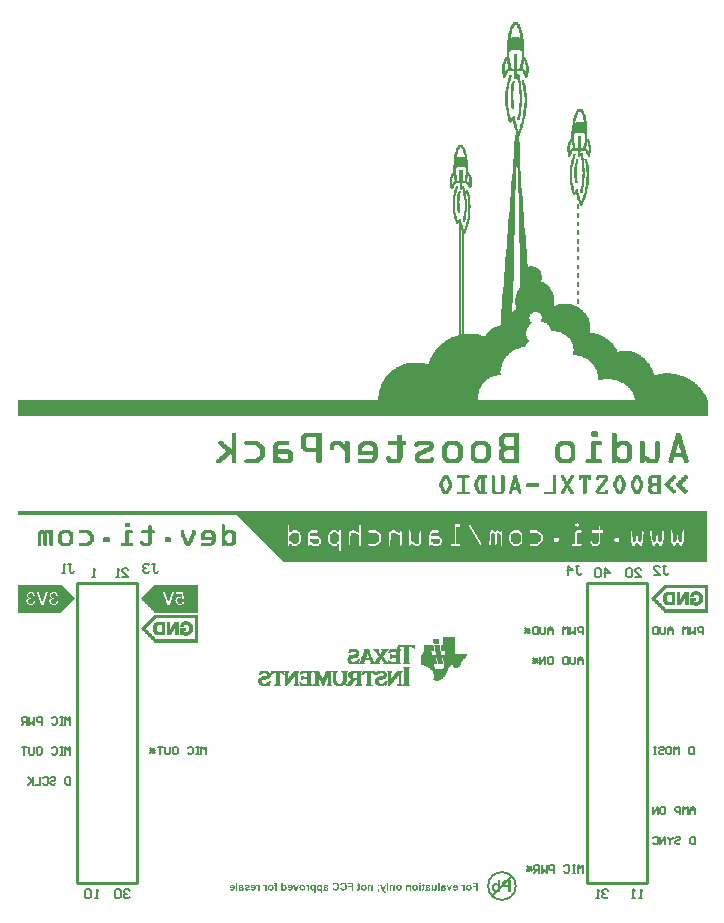
<source format=gbo>
%FSLAX25Y25*%
%MOIN*%
G70*
G01*
G75*
G04 Layer_Color=9218505*
G04:AMPARAMS|DCode=10|XSize=88.58mil|YSize=76.77mil|CornerRadius=0mil|HoleSize=0mil|Usage=FLASHONLY|Rotation=225.000|XOffset=0mil|YOffset=0mil|HoleType=Round|Shape=Rectangle|*
%AMROTATEDRECTD10*
4,1,4,0.00418,0.05846,0.05846,0.00418,-0.00418,-0.05846,-0.05846,-0.00418,0.00418,0.05846,0.0*
%
%ADD10ROTATEDRECTD10*%

%ADD11O,0.06693X0.01378*%
%ADD12R,0.03937X0.03740*%
%ADD13R,0.03740X0.03937*%
%ADD14R,0.04921X0.07087*%
%ADD15O,0.00984X0.03740*%
%ADD16O,0.03740X0.00984*%
%ADD17R,0.06535X0.06535*%
%ADD18R,0.07441X0.06181*%
%ADD19O,0.01772X0.07874*%
%ADD20R,0.04331X0.02559*%
%ADD21C,0.03937*%
%ADD22R,0.03543X0.01575*%
%ADD23R,0.11024X0.07874*%
%ADD24R,0.11024X0.11024*%
%ADD25R,0.11024X0.08661*%
%ADD26C,0.01000*%
%ADD27C,0.01500*%
%ADD28C,0.01200*%
%ADD29C,0.01800*%
%ADD30C,0.06000*%
%ADD31R,0.06000X0.06000*%
%ADD32C,0.07874*%
%ADD33C,0.02953*%
%ADD34C,0.05118*%
%ADD35R,0.06496X0.06496*%
%ADD36C,0.06496*%
%ADD37C,0.02000*%
%ADD38C,0.00600*%
%ADD39C,0.00984*%
%ADD40C,0.00700*%
%ADD41C,0.00050*%
%ADD42C,0.00787*%
G04:AMPARAMS|DCode=43|XSize=94.58mil|YSize=82.77mil|CornerRadius=0mil|HoleSize=0mil|Usage=FLASHONLY|Rotation=225.000|XOffset=0mil|YOffset=0mil|HoleType=Round|Shape=Rectangle|*
%AMROTATEDRECTD43*
4,1,4,0.00418,0.06270,0.06270,0.00418,-0.00418,-0.06270,-0.06270,-0.00418,0.00418,0.06270,0.0*
%
%ADD43ROTATEDRECTD43*%

%ADD44O,0.07293X0.01978*%
%ADD45R,0.04537X0.04340*%
%ADD46R,0.04340X0.04537*%
%ADD47R,0.05521X0.07687*%
%ADD48O,0.01584X0.04340*%
%ADD49O,0.04340X0.01584*%
%ADD50R,0.07135X0.07135*%
%ADD51R,0.08041X0.06781*%
%ADD52O,0.02372X0.08474*%
%ADD53R,0.04931X0.03159*%
%ADD54C,0.07874*%
%ADD55R,0.04143X0.02175*%
%ADD56R,0.11624X0.08474*%
%ADD57R,0.11624X0.11624*%
%ADD58R,0.11624X0.09261*%
%ADD59C,0.06600*%
%ADD60R,0.06600X0.06600*%
%ADD61C,0.08474*%
%ADD62C,0.03553*%
%ADD63C,0.05718*%
%ADD64C,0.00600*%
%ADD65R,0.07096X0.07096*%
%ADD66C,0.07096*%
%ADD67C,0.00800*%
%ADD68C,0.00200*%
G36*
X124866Y9394D02*
X124932Y9383D01*
X124992Y9369D01*
X125051Y9350D01*
X125106Y9324D01*
X125154Y9298D01*
X125202Y9269D01*
X125243Y9243D01*
X125280Y9213D01*
X125313Y9183D01*
X125343Y9158D01*
X125365Y9132D01*
X125384Y9113D01*
X125399Y9098D01*
X125406Y9087D01*
X125410Y9084D01*
Y9357D01*
X125865D01*
Y7500D01*
X125373D01*
Y8336D01*
Y8392D01*
Y8444D01*
X125369Y8492D01*
X125365Y8532D01*
Y8573D01*
X125362Y8606D01*
X125358Y8640D01*
X125354Y8665D01*
X125347Y8710D01*
X125343Y8739D01*
X125336Y8758D01*
Y8762D01*
X125321Y8802D01*
X125299Y8843D01*
X125276Y8873D01*
X125254Y8902D01*
X125232Y8921D01*
X125214Y8939D01*
X125202Y8947D01*
X125199Y8950D01*
X125158Y8973D01*
X125117Y8991D01*
X125080Y9002D01*
X125043Y9013D01*
X125014Y9017D01*
X124992Y9021D01*
X124969D01*
X124932Y9017D01*
X124899Y9013D01*
X124873Y9006D01*
X124847Y8995D01*
X124825Y8984D01*
X124810Y8976D01*
X124803Y8973D01*
X124799Y8969D01*
X124773Y8950D01*
X124755Y8928D01*
X124721Y8884D01*
X124710Y8862D01*
X124703Y8847D01*
X124696Y8836D01*
Y8832D01*
X124688Y8813D01*
X124684Y8791D01*
X124677Y8736D01*
X124670Y8669D01*
X124666Y8606D01*
X124662Y8543D01*
Y8518D01*
Y8492D01*
Y8473D01*
Y8458D01*
Y8447D01*
Y8444D01*
Y7500D01*
X124170D01*
Y8651D01*
Y8728D01*
X124174Y8791D01*
X124178Y8850D01*
X124185Y8895D01*
X124189Y8932D01*
X124196Y8958D01*
X124200Y8976D01*
Y8980D01*
X124211Y9024D01*
X124226Y9061D01*
X124240Y9098D01*
X124259Y9128D01*
X124274Y9154D01*
X124285Y9172D01*
X124292Y9183D01*
X124296Y9187D01*
X124326Y9221D01*
X124359Y9250D01*
X124392Y9276D01*
X124425Y9298D01*
X124455Y9317D01*
X124481Y9328D01*
X124496Y9335D01*
X124503Y9339D01*
X124555Y9357D01*
X124607Y9372D01*
X124655Y9383D01*
X124699Y9391D01*
X124740Y9394D01*
X124773Y9398D01*
X124799D01*
X124866Y9394D01*
D02*
G37*
G36*
X130234D02*
X130301Y9383D01*
X130360Y9369D01*
X130419Y9350D01*
X130475Y9324D01*
X130523Y9298D01*
X130571Y9269D01*
X130612Y9243D01*
X130649Y9213D01*
X130682Y9183D01*
X130712Y9158D01*
X130734Y9132D01*
X130752Y9113D01*
X130767Y9098D01*
X130775Y9087D01*
X130778Y9084D01*
Y9357D01*
X131233D01*
Y7500D01*
X130741D01*
Y8336D01*
Y8392D01*
Y8444D01*
X130738Y8492D01*
X130734Y8532D01*
Y8573D01*
X130730Y8606D01*
X130727Y8640D01*
X130723Y8665D01*
X130715Y8710D01*
X130712Y8739D01*
X130704Y8758D01*
Y8762D01*
X130690Y8802D01*
X130667Y8843D01*
X130645Y8873D01*
X130623Y8902D01*
X130601Y8921D01*
X130582Y8939D01*
X130571Y8947D01*
X130567Y8950D01*
X130527Y8973D01*
X130486Y8991D01*
X130449Y9002D01*
X130412Y9013D01*
X130382Y9017D01*
X130360Y9021D01*
X130338D01*
X130301Y9017D01*
X130268Y9013D01*
X130242Y9006D01*
X130216Y8995D01*
X130194Y8984D01*
X130179Y8976D01*
X130172Y8973D01*
X130168Y8969D01*
X130142Y8950D01*
X130123Y8928D01*
X130090Y8884D01*
X130079Y8862D01*
X130072Y8847D01*
X130064Y8836D01*
Y8832D01*
X130057Y8813D01*
X130053Y8791D01*
X130046Y8736D01*
X130038Y8669D01*
X130035Y8606D01*
X130031Y8543D01*
Y8518D01*
Y8492D01*
Y8473D01*
Y8458D01*
Y8447D01*
Y8444D01*
Y7500D01*
X129539D01*
Y8651D01*
Y8728D01*
X129543Y8791D01*
X129546Y8850D01*
X129554Y8895D01*
X129557Y8932D01*
X129565Y8958D01*
X129568Y8976D01*
Y8980D01*
X129579Y9024D01*
X129594Y9061D01*
X129609Y9098D01*
X129628Y9128D01*
X129642Y9154D01*
X129654Y9172D01*
X129661Y9183D01*
X129665Y9187D01*
X129694Y9221D01*
X129727Y9250D01*
X129761Y9276D01*
X129794Y9298D01*
X129824Y9317D01*
X129850Y9328D01*
X129864Y9335D01*
X129872Y9339D01*
X129924Y9357D01*
X129975Y9372D01*
X130024Y9383D01*
X130068Y9391D01*
X130109Y9394D01*
X130142Y9398D01*
X130168D01*
X130234Y9394D01*
D02*
G37*
G36*
X134412Y7500D02*
X133920D01*
Y9357D01*
X134412D01*
Y7500D01*
D02*
G37*
G36*
X123674D02*
X123182D01*
Y10060D01*
X123674D01*
Y7500D01*
D02*
G37*
G36*
X96420Y9394D02*
X96457Y9391D01*
X96494Y9380D01*
X96524Y9369D01*
X96550Y9357D01*
X96572Y9350D01*
X96583Y9343D01*
X96587Y9339D01*
X96624Y9313D01*
X96657Y9276D01*
X96694Y9235D01*
X96724Y9195D01*
X96753Y9154D01*
X96775Y9121D01*
X96790Y9098D01*
X96794Y9095D01*
Y9357D01*
X97249D01*
Y7500D01*
X96757D01*
Y8070D01*
Y8155D01*
Y8233D01*
X96753Y8303D01*
X96749Y8366D01*
Y8425D01*
X96746Y8473D01*
X96742Y8521D01*
X96738Y8558D01*
X96735Y8591D01*
X96731Y8621D01*
X96727Y8643D01*
Y8662D01*
X96724Y8673D01*
X96720Y8684D01*
Y8691D01*
X96705Y8743D01*
X96687Y8788D01*
X96668Y8825D01*
X96649Y8850D01*
X96635Y8873D01*
X96620Y8888D01*
X96613Y8895D01*
X96609Y8899D01*
X96579Y8917D01*
X96550Y8932D01*
X96520Y8943D01*
X96494Y8950D01*
X96472Y8954D01*
X96450Y8958D01*
X96435D01*
X96394Y8954D01*
X96354Y8947D01*
X96316Y8932D01*
X96280Y8917D01*
X96250Y8902D01*
X96228Y8888D01*
X96209Y8880D01*
X96206Y8876D01*
X96050Y9302D01*
X96109Y9335D01*
X96165Y9357D01*
X96220Y9376D01*
X96272Y9387D01*
X96313Y9394D01*
X96346Y9398D01*
X96376D01*
X96420Y9394D01*
D02*
G37*
G36*
X111934Y7500D02*
X111416D01*
Y8588D01*
X110347D01*
Y9021D01*
X111416D01*
Y9628D01*
X110177D01*
Y10060D01*
X111934D01*
Y7500D01*
D02*
G37*
G36*
X117506Y9394D02*
X117573Y9383D01*
X117632Y9369D01*
X117691Y9350D01*
X117747Y9324D01*
X117795Y9298D01*
X117843Y9269D01*
X117884Y9243D01*
X117921Y9213D01*
X117954Y9183D01*
X117984Y9158D01*
X118006Y9132D01*
X118024Y9113D01*
X118039Y9098D01*
X118047Y9087D01*
X118050Y9084D01*
Y9357D01*
X118505D01*
Y7500D01*
X118013D01*
Y8336D01*
Y8392D01*
Y8444D01*
X118010Y8492D01*
X118006Y8532D01*
Y8573D01*
X118002Y8606D01*
X117999Y8640D01*
X117995Y8665D01*
X117987Y8710D01*
X117984Y8739D01*
X117976Y8758D01*
Y8762D01*
X117962Y8802D01*
X117939Y8843D01*
X117917Y8873D01*
X117895Y8902D01*
X117873Y8921D01*
X117854Y8939D01*
X117843Y8947D01*
X117839Y8950D01*
X117799Y8973D01*
X117758Y8991D01*
X117721Y9002D01*
X117684Y9013D01*
X117654Y9017D01*
X117632Y9021D01*
X117610D01*
X117573Y9017D01*
X117540Y9013D01*
X117514Y9006D01*
X117488Y8995D01*
X117466Y8984D01*
X117451Y8976D01*
X117444Y8973D01*
X117440Y8969D01*
X117414Y8950D01*
X117395Y8928D01*
X117362Y8884D01*
X117351Y8862D01*
X117344Y8847D01*
X117336Y8836D01*
Y8832D01*
X117329Y8813D01*
X117325Y8791D01*
X117318Y8736D01*
X117310Y8669D01*
X117307Y8606D01*
X117303Y8543D01*
Y8518D01*
Y8492D01*
Y8473D01*
Y8458D01*
Y8447D01*
Y8444D01*
Y7500D01*
X116811D01*
Y8651D01*
Y8728D01*
X116814Y8791D01*
X116818Y8850D01*
X116826Y8895D01*
X116829Y8932D01*
X116837Y8958D01*
X116840Y8976D01*
Y8980D01*
X116851Y9024D01*
X116866Y9061D01*
X116881Y9098D01*
X116900Y9128D01*
X116914Y9154D01*
X116926Y9172D01*
X116933Y9183D01*
X116937Y9187D01*
X116966Y9221D01*
X116999Y9250D01*
X117033Y9276D01*
X117066Y9298D01*
X117096Y9317D01*
X117122Y9328D01*
X117136Y9335D01*
X117144Y9339D01*
X117196Y9357D01*
X117247Y9372D01*
X117296Y9383D01*
X117340Y9391D01*
X117381Y9394D01*
X117414Y9398D01*
X117440D01*
X117506Y9394D01*
D02*
G37*
G36*
X140776Y7500D02*
X140284D01*
Y10060D01*
X140776D01*
Y7500D01*
D02*
G37*
G36*
X91022Y9394D02*
X91085Y9387D01*
X91148Y9372D01*
X91203Y9357D01*
X91259Y9339D01*
X91307Y9317D01*
X91355Y9291D01*
X91395Y9269D01*
X91432Y9243D01*
X91466Y9217D01*
X91495Y9195D01*
X91518Y9176D01*
X91536Y9161D01*
X91551Y9146D01*
X91558Y9139D01*
X91562Y9135D01*
X91603Y9084D01*
X91640Y9028D01*
X91673Y8973D01*
X91703Y8913D01*
X91725Y8850D01*
X91743Y8791D01*
X91773Y8677D01*
X91784Y8621D01*
X91791Y8573D01*
X91795Y8529D01*
X91799Y8492D01*
X91803Y8458D01*
Y8432D01*
Y8418D01*
Y8414D01*
X91799Y8344D01*
X91795Y8273D01*
X91784Y8210D01*
X91773Y8151D01*
X91762Y8092D01*
X91743Y8040D01*
X91729Y7992D01*
X91710Y7948D01*
X91695Y7907D01*
X91677Y7874D01*
X91662Y7844D01*
X91651Y7818D01*
X91636Y7800D01*
X91629Y7785D01*
X91625Y7778D01*
X91621Y7774D01*
X91573Y7718D01*
X91525Y7670D01*
X91470Y7630D01*
X91410Y7593D01*
X91351Y7563D01*
X91292Y7537D01*
X91233Y7515D01*
X91173Y7500D01*
X91122Y7485D01*
X91070Y7478D01*
X91022Y7470D01*
X90981Y7463D01*
X90948D01*
X90926Y7459D01*
X90903D01*
X90796Y7467D01*
X90696Y7481D01*
X90611Y7504D01*
X90537Y7530D01*
X90504Y7544D01*
X90478Y7555D01*
X90452Y7567D01*
X90434Y7578D01*
X90419Y7589D01*
X90404Y7593D01*
X90400Y7600D01*
X90396D01*
X90326Y7659D01*
X90263Y7722D01*
X90211Y7792D01*
X90171Y7859D01*
X90137Y7918D01*
X90126Y7944D01*
X90115Y7966D01*
X90108Y7985D01*
X90101Y7999D01*
X90097Y8007D01*
Y8011D01*
X90585Y8092D01*
X90604Y8044D01*
X90622Y7999D01*
X90641Y7966D01*
X90663Y7937D01*
X90678Y7914D01*
X90693Y7900D01*
X90704Y7892D01*
X90707Y7888D01*
X90737Y7866D01*
X90770Y7852D01*
X90803Y7840D01*
X90833Y7833D01*
X90859Y7829D01*
X90881Y7826D01*
X90900D01*
X90959Y7829D01*
X91014Y7844D01*
X91066Y7863D01*
X91107Y7885D01*
X91140Y7907D01*
X91162Y7925D01*
X91181Y7940D01*
X91185Y7944D01*
X91222Y7992D01*
X91247Y8048D01*
X91270Y8107D01*
X91285Y8159D01*
X91292Y8210D01*
X91296Y8247D01*
X91299Y8262D01*
Y8273D01*
Y8281D01*
Y8284D01*
X90071D01*
Y8388D01*
X90078Y8480D01*
X90089Y8569D01*
X90104Y8651D01*
X90123Y8728D01*
X90141Y8795D01*
X90163Y8858D01*
X90186Y8913D01*
X90208Y8962D01*
X90230Y9006D01*
X90249Y9039D01*
X90267Y9069D01*
X90282Y9091D01*
X90293Y9110D01*
X90300Y9117D01*
X90304Y9121D01*
X90348Y9169D01*
X90400Y9213D01*
X90452Y9250D01*
X90504Y9280D01*
X90559Y9309D01*
X90615Y9331D01*
X90667Y9350D01*
X90718Y9365D01*
X90767Y9376D01*
X90811Y9383D01*
X90852Y9391D01*
X90885Y9394D01*
X90914Y9398D01*
X90955D01*
X91022Y9394D01*
D02*
G37*
G36*
X146107D02*
X146170Y9387D01*
X146233Y9372D01*
X146289Y9357D01*
X146344Y9339D01*
X146392Y9317D01*
X146440Y9291D01*
X146481Y9269D01*
X146518Y9243D01*
X146551Y9217D01*
X146581Y9195D01*
X146603Y9176D01*
X146622Y9161D01*
X146636Y9146D01*
X146644Y9139D01*
X146648Y9135D01*
X146688Y9084D01*
X146725Y9028D01*
X146759Y8973D01*
X146788Y8913D01*
X146810Y8850D01*
X146829Y8791D01*
X146859Y8677D01*
X146870Y8621D01*
X146877Y8573D01*
X146881Y8529D01*
X146884Y8492D01*
X146888Y8458D01*
Y8432D01*
Y8418D01*
Y8414D01*
X146884Y8344D01*
X146881Y8273D01*
X146870Y8210D01*
X146859Y8151D01*
X146847Y8092D01*
X146829Y8040D01*
X146814Y7992D01*
X146796Y7948D01*
X146781Y7907D01*
X146762Y7874D01*
X146748Y7844D01*
X146736Y7818D01*
X146722Y7800D01*
X146714Y7785D01*
X146711Y7778D01*
X146707Y7774D01*
X146659Y7718D01*
X146611Y7670D01*
X146555Y7630D01*
X146496Y7593D01*
X146437Y7563D01*
X146378Y7537D01*
X146318Y7515D01*
X146259Y7500D01*
X146207Y7485D01*
X146156Y7478D01*
X146107Y7470D01*
X146067Y7463D01*
X146033D01*
X146011Y7459D01*
X145989D01*
X145882Y7467D01*
X145782Y7481D01*
X145697Y7504D01*
X145623Y7530D01*
X145589Y7544D01*
X145563Y7555D01*
X145538Y7567D01*
X145519Y7578D01*
X145504Y7589D01*
X145490Y7593D01*
X145486Y7600D01*
X145482D01*
X145412Y7659D01*
X145349Y7722D01*
X145297Y7792D01*
X145256Y7859D01*
X145223Y7918D01*
X145212Y7944D01*
X145201Y7966D01*
X145194Y7985D01*
X145186Y7999D01*
X145182Y8007D01*
Y8011D01*
X145671Y8092D01*
X145689Y8044D01*
X145708Y7999D01*
X145726Y7966D01*
X145748Y7937D01*
X145763Y7914D01*
X145778Y7900D01*
X145789Y7892D01*
X145793Y7888D01*
X145823Y7866D01*
X145856Y7852D01*
X145889Y7840D01*
X145919Y7833D01*
X145945Y7829D01*
X145967Y7826D01*
X145985D01*
X146045Y7829D01*
X146100Y7844D01*
X146152Y7863D01*
X146193Y7885D01*
X146226Y7907D01*
X146248Y7925D01*
X146266Y7940D01*
X146270Y7944D01*
X146307Y7992D01*
X146333Y8048D01*
X146355Y8107D01*
X146370Y8159D01*
X146378Y8210D01*
X146381Y8247D01*
X146385Y8262D01*
Y8273D01*
Y8281D01*
Y8284D01*
X145157D01*
Y8388D01*
X145164Y8480D01*
X145175Y8569D01*
X145190Y8651D01*
X145208Y8728D01*
X145227Y8795D01*
X145249Y8858D01*
X145271Y8913D01*
X145293Y8962D01*
X145316Y9006D01*
X145334Y9039D01*
X145353Y9069D01*
X145367Y9091D01*
X145378Y9110D01*
X145386Y9117D01*
X145390Y9121D01*
X145434Y9169D01*
X145486Y9213D01*
X145538Y9250D01*
X145589Y9280D01*
X145645Y9309D01*
X145700Y9331D01*
X145752Y9350D01*
X145804Y9365D01*
X145852Y9376D01*
X145896Y9383D01*
X145937Y9391D01*
X145970Y9394D01*
X146000Y9398D01*
X146041D01*
X146107Y9394D01*
D02*
G37*
G36*
X139788Y8181D02*
X139784Y8088D01*
X139777Y8007D01*
X139766Y7937D01*
X139754Y7877D01*
X139743Y7829D01*
X139732Y7796D01*
X139725Y7778D01*
X139721Y7770D01*
X139692Y7718D01*
X139658Y7670D01*
X139625Y7633D01*
X139588Y7600D01*
X139558Y7574D01*
X139529Y7555D01*
X139514Y7544D01*
X139507Y7541D01*
X139451Y7515D01*
X139392Y7493D01*
X139336Y7478D01*
X139281Y7470D01*
X139236Y7463D01*
X139203Y7459D01*
X139170D01*
X139103Y7463D01*
X139040Y7470D01*
X138981Y7485D01*
X138929Y7500D01*
X138885Y7515D01*
X138852Y7530D01*
X138830Y7537D01*
X138822Y7541D01*
X138763Y7574D01*
X138711Y7615D01*
X138663Y7652D01*
X138626Y7692D01*
X138593Y7726D01*
X138570Y7752D01*
X138556Y7770D01*
X138552Y7778D01*
Y7500D01*
X138097D01*
Y9357D01*
X138589D01*
Y8573D01*
Y8503D01*
Y8440D01*
X138593Y8381D01*
X138596Y8329D01*
Y8281D01*
X138600Y8240D01*
X138604Y8207D01*
X138608Y8173D01*
X138611Y8147D01*
X138615Y8129D01*
X138619Y8111D01*
Y8096D01*
X138626Y8077D01*
Y8073D01*
X138641Y8037D01*
X138663Y8003D01*
X138685Y7977D01*
X138707Y7951D01*
X138730Y7929D01*
X138748Y7914D01*
X138759Y7907D01*
X138763Y7903D01*
X138800Y7881D01*
X138841Y7866D01*
X138878Y7852D01*
X138915Y7844D01*
X138944Y7840D01*
X138966Y7837D01*
X138989D01*
X139029Y7840D01*
X139063Y7844D01*
X139096Y7852D01*
X139122Y7863D01*
X139144Y7870D01*
X139159Y7877D01*
X139170Y7881D01*
X139174Y7885D01*
X139199Y7907D01*
X139218Y7929D01*
X139236Y7951D01*
X139248Y7974D01*
X139259Y7996D01*
X139266Y8011D01*
X139270Y8022D01*
Y8025D01*
X139274Y8044D01*
X139277Y8070D01*
X139281Y8103D01*
X139285Y8136D01*
X139288Y8214D01*
X139292Y8299D01*
X139296Y8377D01*
Y8410D01*
Y8440D01*
Y8466D01*
Y8484D01*
Y8499D01*
Y8503D01*
Y9357D01*
X139788D01*
Y8181D01*
D02*
G37*
G36*
X78693Y9394D02*
X78756Y9387D01*
X78819Y9372D01*
X78875Y9357D01*
X78930Y9339D01*
X78978Y9317D01*
X79026Y9291D01*
X79067Y9269D01*
X79104Y9243D01*
X79137Y9217D01*
X79167Y9195D01*
X79189Y9176D01*
X79208Y9161D01*
X79223Y9146D01*
X79230Y9139D01*
X79234Y9135D01*
X79274Y9084D01*
X79311Y9028D01*
X79345Y8973D01*
X79374Y8913D01*
X79396Y8850D01*
X79415Y8791D01*
X79444Y8677D01*
X79456Y8621D01*
X79463Y8573D01*
X79467Y8529D01*
X79470Y8492D01*
X79474Y8458D01*
Y8432D01*
Y8418D01*
Y8414D01*
X79470Y8344D01*
X79467Y8273D01*
X79456Y8210D01*
X79444Y8151D01*
X79433Y8092D01*
X79415Y8040D01*
X79400Y7992D01*
X79382Y7948D01*
X79367Y7907D01*
X79348Y7874D01*
X79334Y7844D01*
X79322Y7818D01*
X79308Y7800D01*
X79300Y7785D01*
X79296Y7778D01*
X79293Y7774D01*
X79245Y7718D01*
X79197Y7670D01*
X79141Y7630D01*
X79082Y7593D01*
X79023Y7563D01*
X78964Y7537D01*
X78904Y7515D01*
X78845Y7500D01*
X78793Y7485D01*
X78742Y7478D01*
X78693Y7470D01*
X78653Y7463D01*
X78619D01*
X78597Y7459D01*
X78575D01*
X78468Y7467D01*
X78368Y7481D01*
X78283Y7504D01*
X78209Y7530D01*
X78175Y7544D01*
X78149Y7555D01*
X78124Y7567D01*
X78105Y7578D01*
X78090Y7589D01*
X78075Y7593D01*
X78072Y7600D01*
X78068D01*
X77998Y7659D01*
X77935Y7722D01*
X77883Y7792D01*
X77842Y7859D01*
X77809Y7918D01*
X77798Y7944D01*
X77787Y7966D01*
X77780Y7985D01*
X77772Y7999D01*
X77768Y8007D01*
Y8011D01*
X78257Y8092D01*
X78275Y8044D01*
X78294Y7999D01*
X78312Y7966D01*
X78334Y7937D01*
X78349Y7914D01*
X78364Y7900D01*
X78375Y7892D01*
X78379Y7888D01*
X78408Y7866D01*
X78442Y7852D01*
X78475Y7840D01*
X78505Y7833D01*
X78531Y7829D01*
X78553Y7826D01*
X78571D01*
X78631Y7829D01*
X78686Y7844D01*
X78738Y7863D01*
X78778Y7885D01*
X78812Y7907D01*
X78834Y7925D01*
X78852Y7940D01*
X78856Y7944D01*
X78893Y7992D01*
X78919Y8048D01*
X78941Y8107D01*
X78956Y8159D01*
X78964Y8210D01*
X78967Y8247D01*
X78971Y8262D01*
Y8273D01*
Y8281D01*
Y8284D01*
X77742D01*
Y8388D01*
X77750Y8480D01*
X77761Y8569D01*
X77776Y8651D01*
X77794Y8728D01*
X77813Y8795D01*
X77835Y8858D01*
X77857Y8913D01*
X77879Y8962D01*
X77902Y9006D01*
X77920Y9039D01*
X77939Y9069D01*
X77953Y9091D01*
X77965Y9110D01*
X77972Y9117D01*
X77976Y9121D01*
X78020Y9169D01*
X78072Y9213D01*
X78124Y9250D01*
X78175Y9280D01*
X78231Y9309D01*
X78286Y9331D01*
X78338Y9350D01*
X78390Y9365D01*
X78438Y9376D01*
X78483Y9383D01*
X78523Y9391D01*
X78557Y9394D01*
X78586Y9398D01*
X78627D01*
X78693Y9394D01*
D02*
G37*
G36*
X148324D02*
X148361Y9391D01*
X148398Y9380D01*
X148427Y9369D01*
X148453Y9357D01*
X148475Y9350D01*
X148486Y9343D01*
X148490Y9339D01*
X148527Y9313D01*
X148561Y9276D01*
X148598Y9235D01*
X148627Y9195D01*
X148657Y9154D01*
X148679Y9121D01*
X148694Y9098D01*
X148697Y9095D01*
Y9357D01*
X149153D01*
Y7500D01*
X148660D01*
Y8070D01*
Y8155D01*
Y8233D01*
X148657Y8303D01*
X148653Y8366D01*
Y8425D01*
X148649Y8473D01*
X148646Y8521D01*
X148642Y8558D01*
X148638Y8591D01*
X148635Y8621D01*
X148631Y8643D01*
Y8662D01*
X148627Y8673D01*
X148623Y8684D01*
Y8691D01*
X148609Y8743D01*
X148590Y8788D01*
X148572Y8825D01*
X148553Y8850D01*
X148538Y8873D01*
X148523Y8888D01*
X148516Y8895D01*
X148512Y8899D01*
X148483Y8917D01*
X148453Y8932D01*
X148424Y8943D01*
X148398Y8950D01*
X148375Y8954D01*
X148353Y8958D01*
X148338D01*
X148298Y8954D01*
X148257Y8947D01*
X148220Y8932D01*
X148183Y8917D01*
X148153Y8902D01*
X148131Y8888D01*
X148113Y8880D01*
X148109Y8876D01*
X147954Y9302D01*
X148013Y9335D01*
X148068Y9357D01*
X148124Y9376D01*
X148176Y9387D01*
X148216Y9394D01*
X148250Y9398D01*
X148279D01*
X148324Y9394D01*
D02*
G37*
G36*
X153500Y7500D02*
X152982D01*
Y8588D01*
X151913D01*
Y9021D01*
X152982D01*
Y9628D01*
X151742D01*
Y10060D01*
X153500D01*
Y7500D01*
D02*
G37*
G36*
X71726Y9394D02*
X71789Y9387D01*
X71852Y9372D01*
X71908Y9357D01*
X71963Y9339D01*
X72011Y9317D01*
X72059Y9291D01*
X72100Y9269D01*
X72137Y9243D01*
X72170Y9217D01*
X72200Y9195D01*
X72222Y9176D01*
X72241Y9161D01*
X72255Y9146D01*
X72263Y9139D01*
X72267Y9135D01*
X72307Y9084D01*
X72344Y9028D01*
X72378Y8973D01*
X72407Y8913D01*
X72429Y8850D01*
X72448Y8791D01*
X72477Y8677D01*
X72488Y8621D01*
X72496Y8573D01*
X72500Y8529D01*
X72503Y8492D01*
X72507Y8458D01*
Y8432D01*
Y8418D01*
Y8414D01*
X72503Y8344D01*
X72500Y8273D01*
X72488Y8210D01*
X72477Y8151D01*
X72466Y8092D01*
X72448Y8040D01*
X72433Y7992D01*
X72414Y7948D01*
X72400Y7907D01*
X72381Y7874D01*
X72366Y7844D01*
X72355Y7818D01*
X72341Y7800D01*
X72333Y7785D01*
X72329Y7778D01*
X72326Y7774D01*
X72278Y7718D01*
X72229Y7670D01*
X72174Y7630D01*
X72115Y7593D01*
X72056Y7563D01*
X71996Y7537D01*
X71937Y7515D01*
X71878Y7500D01*
X71826Y7485D01*
X71774Y7478D01*
X71726Y7470D01*
X71686Y7463D01*
X71652D01*
X71630Y7459D01*
X71608D01*
X71501Y7467D01*
X71401Y7481D01*
X71316Y7504D01*
X71242Y7530D01*
X71208Y7544D01*
X71182Y7555D01*
X71157Y7567D01*
X71138Y7578D01*
X71123Y7589D01*
X71108Y7593D01*
X71105Y7600D01*
X71101D01*
X71031Y7659D01*
X70968Y7722D01*
X70916Y7792D01*
X70875Y7859D01*
X70842Y7918D01*
X70831Y7944D01*
X70820Y7966D01*
X70812Y7985D01*
X70805Y7999D01*
X70801Y8007D01*
Y8011D01*
X71290Y8092D01*
X71308Y8044D01*
X71327Y7999D01*
X71345Y7966D01*
X71367Y7937D01*
X71382Y7914D01*
X71397Y7900D01*
X71408Y7892D01*
X71412Y7888D01*
X71441Y7866D01*
X71475Y7852D01*
X71508Y7840D01*
X71538Y7833D01*
X71564Y7829D01*
X71586Y7826D01*
X71604D01*
X71663Y7829D01*
X71719Y7844D01*
X71771Y7863D01*
X71811Y7885D01*
X71845Y7907D01*
X71867Y7925D01*
X71885Y7940D01*
X71889Y7944D01*
X71926Y7992D01*
X71952Y8048D01*
X71974Y8107D01*
X71989Y8159D01*
X71996Y8210D01*
X72000Y8247D01*
X72004Y8262D01*
Y8273D01*
Y8281D01*
Y8284D01*
X70775D01*
Y8388D01*
X70783Y8480D01*
X70794Y8569D01*
X70809Y8651D01*
X70827Y8728D01*
X70846Y8795D01*
X70868Y8858D01*
X70890Y8913D01*
X70912Y8962D01*
X70934Y9006D01*
X70953Y9039D01*
X70972Y9069D01*
X70986Y9091D01*
X70997Y9110D01*
X71005Y9117D01*
X71008Y9121D01*
X71053Y9169D01*
X71105Y9213D01*
X71157Y9250D01*
X71208Y9280D01*
X71264Y9309D01*
X71319Y9331D01*
X71371Y9350D01*
X71423Y9365D01*
X71471Y9376D01*
X71515Y9383D01*
X71556Y9391D01*
X71589Y9394D01*
X71619Y9398D01*
X71660D01*
X71726Y9394D01*
D02*
G37*
G36*
X84554D02*
X84647Y9380D01*
X84732Y9361D01*
X84806Y9339D01*
X84835Y9324D01*
X84865Y9313D01*
X84891Y9306D01*
X84909Y9295D01*
X84928Y9287D01*
X84939Y9280D01*
X84946Y9276D01*
X84950D01*
X85028Y9224D01*
X85094Y9169D01*
X85154Y9110D01*
X85202Y9054D01*
X85239Y9002D01*
X85268Y8962D01*
X85279Y8947D01*
X85283Y8936D01*
X85290Y8928D01*
Y8924D01*
X85331Y8839D01*
X85357Y8754D01*
X85379Y8677D01*
X85394Y8606D01*
X85401Y8543D01*
X85405Y8518D01*
Y8495D01*
X85409Y8480D01*
Y8466D01*
Y8458D01*
Y8455D01*
X85405Y8340D01*
X85390Y8233D01*
X85372Y8140D01*
X85361Y8099D01*
X85350Y8062D01*
X85339Y8029D01*
X85328Y7999D01*
X85316Y7974D01*
X85309Y7951D01*
X85302Y7933D01*
X85294Y7922D01*
X85290Y7914D01*
Y7911D01*
X85239Y7833D01*
X85183Y7766D01*
X85124Y7707D01*
X85069Y7659D01*
X85017Y7622D01*
X84976Y7596D01*
X84961Y7585D01*
X84950Y7578D01*
X84943Y7574D01*
X84939D01*
X84850Y7537D01*
X84765Y7507D01*
X84684Y7489D01*
X84606Y7474D01*
X84543Y7467D01*
X84517Y7463D01*
X84495D01*
X84477Y7459D01*
X84451D01*
X84373Y7463D01*
X84303Y7470D01*
X84232Y7485D01*
X84169Y7504D01*
X84106Y7522D01*
X84051Y7544D01*
X83999Y7570D01*
X83951Y7596D01*
X83910Y7622D01*
X83873Y7648D01*
X83840Y7670D01*
X83814Y7689D01*
X83792Y7707D01*
X83777Y7722D01*
X83770Y7729D01*
X83766Y7733D01*
X83718Y7789D01*
X83677Y7844D01*
X83640Y7900D01*
X83607Y7959D01*
X83581Y8018D01*
X83559Y8077D01*
X83540Y8133D01*
X83526Y8188D01*
X83514Y8236D01*
X83507Y8284D01*
X83500Y8325D01*
X83496Y8362D01*
X83492Y8392D01*
Y8414D01*
Y8429D01*
Y8432D01*
X83496Y8510D01*
X83503Y8584D01*
X83518Y8651D01*
X83533Y8717D01*
X83555Y8777D01*
X83577Y8836D01*
X83603Y8888D01*
X83626Y8936D01*
X83651Y8976D01*
X83677Y9017D01*
X83700Y9047D01*
X83722Y9076D01*
X83736Y9095D01*
X83751Y9113D01*
X83759Y9121D01*
X83762Y9124D01*
X83814Y9172D01*
X83870Y9213D01*
X83925Y9250D01*
X83984Y9283D01*
X84044Y9309D01*
X84099Y9331D01*
X84155Y9350D01*
X84210Y9365D01*
X84258Y9376D01*
X84306Y9383D01*
X84347Y9391D01*
X84384Y9394D01*
X84414Y9398D01*
X84454D01*
X84554Y9394D01*
D02*
G37*
G36*
X88458Y9139D02*
X88502Y9183D01*
X88547Y9224D01*
X88591Y9257D01*
X88639Y9291D01*
X88683Y9313D01*
X88728Y9335D01*
X88772Y9354D01*
X88813Y9365D01*
X88854Y9376D01*
X88887Y9383D01*
X88920Y9391D01*
X88946Y9394D01*
X88968Y9398D01*
X88998D01*
X89061Y9394D01*
X89120Y9387D01*
X89175Y9376D01*
X89231Y9361D01*
X89324Y9320D01*
X89368Y9298D01*
X89405Y9276D01*
X89442Y9250D01*
X89472Y9228D01*
X89497Y9209D01*
X89520Y9191D01*
X89538Y9172D01*
X89549Y9161D01*
X89557Y9154D01*
X89560Y9150D01*
X89597Y9102D01*
X89631Y9050D01*
X89660Y8995D01*
X89686Y8936D01*
X89708Y8876D01*
X89727Y8817D01*
X89753Y8699D01*
X89760Y8647D01*
X89767Y8595D01*
X89771Y8551D01*
X89775Y8510D01*
X89779Y8477D01*
Y8455D01*
Y8436D01*
Y8432D01*
X89775Y8347D01*
X89767Y8270D01*
X89756Y8196D01*
X89742Y8125D01*
X89727Y8062D01*
X89708Y8003D01*
X89686Y7951D01*
X89664Y7903D01*
X89645Y7859D01*
X89623Y7822D01*
X89605Y7789D01*
X89586Y7763D01*
X89575Y7740D01*
X89564Y7726D01*
X89557Y7718D01*
X89553Y7715D01*
X89508Y7670D01*
X89464Y7630D01*
X89416Y7596D01*
X89372Y7567D01*
X89324Y7541D01*
X89279Y7522D01*
X89235Y7504D01*
X89194Y7493D01*
X89153Y7481D01*
X89116Y7474D01*
X89087Y7467D01*
X89057Y7463D01*
X89035Y7459D01*
X89005D01*
X88946Y7463D01*
X88891Y7470D01*
X88835Y7481D01*
X88787Y7496D01*
X88750Y7511D01*
X88717Y7522D01*
X88698Y7530D01*
X88691Y7533D01*
X88635Y7567D01*
X88583Y7604D01*
X88535Y7644D01*
X88498Y7681D01*
X88465Y7715D01*
X88439Y7744D01*
X88424Y7763D01*
X88421Y7770D01*
Y7500D01*
X87966D01*
Y10060D01*
X88458D01*
Y9139D01*
D02*
G37*
G36*
X95095Y9394D02*
X95188Y9380D01*
X95273Y9361D01*
X95347Y9339D01*
X95377Y9324D01*
X95406Y9313D01*
X95432Y9306D01*
X95451Y9295D01*
X95469Y9287D01*
X95480Y9280D01*
X95488Y9276D01*
X95491D01*
X95569Y9224D01*
X95636Y9169D01*
X95695Y9110D01*
X95743Y9054D01*
X95780Y9002D01*
X95810Y8962D01*
X95821Y8947D01*
X95824Y8936D01*
X95832Y8928D01*
Y8924D01*
X95872Y8839D01*
X95898Y8754D01*
X95921Y8677D01*
X95935Y8606D01*
X95943Y8543D01*
X95947Y8518D01*
Y8495D01*
X95950Y8480D01*
Y8466D01*
Y8458D01*
Y8455D01*
X95947Y8340D01*
X95932Y8233D01*
X95913Y8140D01*
X95902Y8099D01*
X95891Y8062D01*
X95880Y8029D01*
X95869Y7999D01*
X95858Y7974D01*
X95850Y7951D01*
X95843Y7933D01*
X95836Y7922D01*
X95832Y7914D01*
Y7911D01*
X95780Y7833D01*
X95724Y7766D01*
X95665Y7707D01*
X95610Y7659D01*
X95558Y7622D01*
X95517Y7596D01*
X95503Y7585D01*
X95491Y7578D01*
X95484Y7574D01*
X95480D01*
X95391Y7537D01*
X95306Y7507D01*
X95225Y7489D01*
X95147Y7474D01*
X95084Y7467D01*
X95059Y7463D01*
X95036D01*
X95018Y7459D01*
X94992D01*
X94914Y7463D01*
X94844Y7470D01*
X94774Y7485D01*
X94711Y7504D01*
X94648Y7522D01*
X94592Y7544D01*
X94541Y7570D01*
X94492Y7596D01*
X94452Y7622D01*
X94415Y7648D01*
X94381Y7670D01*
X94355Y7689D01*
X94333Y7707D01*
X94318Y7722D01*
X94311Y7729D01*
X94307Y7733D01*
X94259Y7789D01*
X94219Y7844D01*
X94182Y7900D01*
X94148Y7959D01*
X94122Y8018D01*
X94100Y8077D01*
X94082Y8133D01*
X94067Y8188D01*
X94056Y8236D01*
X94048Y8284D01*
X94041Y8325D01*
X94037Y8362D01*
X94034Y8392D01*
Y8414D01*
Y8429D01*
Y8432D01*
X94037Y8510D01*
X94045Y8584D01*
X94059Y8651D01*
X94074Y8717D01*
X94096Y8777D01*
X94119Y8836D01*
X94145Y8888D01*
X94167Y8936D01*
X94193Y8976D01*
X94219Y9017D01*
X94241Y9047D01*
X94263Y9076D01*
X94278Y9095D01*
X94293Y9113D01*
X94300Y9121D01*
X94304Y9124D01*
X94355Y9172D01*
X94411Y9213D01*
X94467Y9250D01*
X94526Y9283D01*
X94585Y9309D01*
X94640Y9331D01*
X94696Y9350D01*
X94751Y9365D01*
X94800Y9376D01*
X94848Y9383D01*
X94888Y9391D01*
X94925Y9394D01*
X94955Y9398D01*
X94996D01*
X95095Y9394D01*
D02*
G37*
G36*
X76806Y9391D02*
X76869Y9383D01*
X76929Y9372D01*
X76980Y9361D01*
X77028Y9346D01*
X77073Y9331D01*
X77113Y9317D01*
X77147Y9298D01*
X77176Y9283D01*
X77202Y9269D01*
X77221Y9257D01*
X77239Y9246D01*
X77250Y9239D01*
X77254Y9235D01*
X77258Y9232D01*
X77291Y9202D01*
X77321Y9169D01*
X77347Y9135D01*
X77365Y9098D01*
X77402Y9032D01*
X77424Y8969D01*
X77435Y8913D01*
X77439Y8888D01*
X77443Y8869D01*
X77447Y8850D01*
Y8839D01*
Y8832D01*
Y8828D01*
X77443Y8780D01*
X77435Y8736D01*
X77428Y8691D01*
X77413Y8651D01*
X77376Y8580D01*
X77336Y8521D01*
X77298Y8473D01*
X77262Y8440D01*
X77247Y8425D01*
X77239Y8418D01*
X77232Y8414D01*
X77228Y8410D01*
X77195Y8392D01*
X77150Y8370D01*
X77099Y8347D01*
X77043Y8329D01*
X76984Y8307D01*
X76921Y8288D01*
X76792Y8251D01*
X76729Y8233D01*
X76670Y8218D01*
X76618Y8203D01*
X76570Y8192D01*
X76529Y8185D01*
X76499Y8177D01*
X76481Y8170D01*
X76473D01*
X76429Y8159D01*
X76396Y8147D01*
X76366Y8136D01*
X76344Y8129D01*
X76329Y8118D01*
X76318Y8114D01*
X76311Y8107D01*
X76288Y8077D01*
X76277Y8048D01*
X76274Y8025D01*
Y8018D01*
Y8014D01*
X76277Y7985D01*
X76285Y7959D01*
X76296Y7937D01*
X76307Y7918D01*
X76318Y7903D01*
X76329Y7892D01*
X76336Y7885D01*
X76340Y7881D01*
X76381Y7859D01*
X76425Y7844D01*
X76473Y7829D01*
X76518Y7822D01*
X76559Y7818D01*
X76595Y7814D01*
X76625D01*
X76688Y7818D01*
X76740Y7826D01*
X76788Y7837D01*
X76825Y7852D01*
X76854Y7863D01*
X76877Y7874D01*
X76891Y7881D01*
X76895Y7885D01*
X76929Y7914D01*
X76954Y7951D01*
X76977Y7985D01*
X76995Y8022D01*
X77006Y8055D01*
X77014Y8081D01*
X77021Y8096D01*
Y8103D01*
X77513Y8029D01*
X77480Y7937D01*
X77439Y7852D01*
X77395Y7781D01*
X77347Y7722D01*
X77302Y7674D01*
X77262Y7641D01*
X77250Y7626D01*
X77239Y7618D01*
X77232Y7615D01*
X77228Y7611D01*
X77184Y7585D01*
X77139Y7559D01*
X77039Y7522D01*
X76940Y7496D01*
X76843Y7478D01*
X76799Y7470D01*
X76758Y7467D01*
X76721Y7463D01*
X76688D01*
X76662Y7459D01*
X76625D01*
X76551Y7463D01*
X76481Y7467D01*
X76414Y7478D01*
X76351Y7489D01*
X76296Y7500D01*
X76244Y7519D01*
X76196Y7533D01*
X76155Y7552D01*
X76118Y7567D01*
X76085Y7585D01*
X76059Y7600D01*
X76037Y7611D01*
X76018Y7626D01*
X76007Y7633D01*
X76000Y7637D01*
X75996Y7641D01*
X75959Y7678D01*
X75926Y7715D01*
X75896Y7752D01*
X75870Y7789D01*
X75852Y7826D01*
X75833Y7863D01*
X75807Y7929D01*
X75793Y7992D01*
X75789Y8018D01*
X75785Y8037D01*
X75782Y8055D01*
Y8070D01*
Y8077D01*
Y8081D01*
X75789Y8162D01*
X75807Y8236D01*
X75830Y8299D01*
X75859Y8351D01*
X75889Y8392D01*
X75911Y8421D01*
X75929Y8436D01*
X75937Y8444D01*
X75970Y8466D01*
X76003Y8492D01*
X76044Y8510D01*
X76089Y8532D01*
X76177Y8569D01*
X76270Y8603D01*
X76351Y8629D01*
X76388Y8636D01*
X76422Y8647D01*
X76447Y8654D01*
X76466Y8658D01*
X76481Y8662D01*
X76485D01*
X76555Y8680D01*
X76618Y8695D01*
X76673Y8710D01*
X76721Y8725D01*
X76766Y8736D01*
X76803Y8747D01*
X76832Y8758D01*
X76862Y8765D01*
X76884Y8777D01*
X76903Y8784D01*
X76917Y8788D01*
X76925Y8795D01*
X76940Y8799D01*
X76943Y8802D01*
X76958Y8817D01*
X76969Y8832D01*
X76984Y8862D01*
X76991Y8884D01*
Y8888D01*
Y8891D01*
X76988Y8913D01*
X76984Y8932D01*
X76962Y8965D01*
X76943Y8984D01*
X76940Y8991D01*
X76936D01*
X76899Y9010D01*
X76858Y9024D01*
X76814Y9032D01*
X76766Y9039D01*
X76725Y9043D01*
X76692Y9047D01*
X76658D01*
X76603Y9043D01*
X76555Y9039D01*
X76514Y9028D01*
X76481Y9017D01*
X76455Y9006D01*
X76436Y8998D01*
X76425Y8991D01*
X76422Y8987D01*
X76392Y8965D01*
X76370Y8939D01*
X76348Y8913D01*
X76333Y8884D01*
X76322Y8862D01*
X76314Y8843D01*
X76307Y8828D01*
Y8825D01*
X75844Y8910D01*
X75874Y8995D01*
X75915Y9069D01*
X75955Y9132D01*
X76000Y9180D01*
X76037Y9221D01*
X76070Y9250D01*
X76092Y9265D01*
X76096Y9272D01*
X76100D01*
X76137Y9295D01*
X76177Y9313D01*
X76266Y9346D01*
X76359Y9369D01*
X76451Y9383D01*
X76496Y9387D01*
X76536Y9391D01*
X76573Y9394D01*
X76603Y9398D01*
X76740D01*
X76806Y9391D01*
D02*
G37*
G36*
X98459Y9394D02*
X98522Y9383D01*
X98581Y9369D01*
X98629Y9354D01*
X98670Y9339D01*
X98703Y9324D01*
X98721Y9313D01*
X98729Y9309D01*
X98784Y9276D01*
X98829Y9239D01*
X98873Y9202D01*
X98906Y9165D01*
X98932Y9132D01*
X98955Y9106D01*
X98966Y9091D01*
X98969Y9084D01*
Y9357D01*
X99428D01*
Y6790D01*
X98936D01*
Y7729D01*
X98884Y7678D01*
X98836Y7633D01*
X98795Y7596D01*
X98755Y7570D01*
X98721Y7548D01*
X98699Y7530D01*
X98681Y7522D01*
X98677Y7519D01*
X98629Y7500D01*
X98581Y7485D01*
X98533Y7474D01*
X98488Y7467D01*
X98451Y7463D01*
X98422Y7459D01*
X98396D01*
X98337Y7463D01*
X98281Y7470D01*
X98226Y7481D01*
X98174Y7500D01*
X98081Y7541D01*
X98041Y7563D01*
X98000Y7589D01*
X97967Y7611D01*
X97937Y7633D01*
X97911Y7655D01*
X97889Y7674D01*
X97870Y7692D01*
X97859Y7704D01*
X97852Y7711D01*
X97848Y7715D01*
X97808Y7766D01*
X97774Y7822D01*
X97741Y7877D01*
X97715Y7937D01*
X97693Y7996D01*
X97674Y8055D01*
X97649Y8173D01*
X97637Y8225D01*
X97630Y8277D01*
X97626Y8321D01*
X97623Y8358D01*
X97619Y8392D01*
Y8418D01*
Y8432D01*
Y8436D01*
X97623Y8518D01*
X97630Y8599D01*
X97641Y8669D01*
X97652Y8739D01*
X97671Y8802D01*
X97689Y8862D01*
X97711Y8913D01*
X97730Y8962D01*
X97752Y9002D01*
X97774Y9039D01*
X97793Y9072D01*
X97808Y9095D01*
X97822Y9117D01*
X97834Y9132D01*
X97841Y9139D01*
X97845Y9143D01*
X97889Y9187D01*
X97933Y9228D01*
X97978Y9261D01*
X98026Y9291D01*
X98070Y9317D01*
X98118Y9335D01*
X98159Y9354D01*
X98203Y9365D01*
X98241Y9376D01*
X98277Y9383D01*
X98311Y9391D01*
X98337Y9394D01*
X98363Y9398D01*
X98392D01*
X98459Y9394D01*
D02*
G37*
G36*
X100645D02*
X100708Y9383D01*
X100768Y9369D01*
X100816Y9354D01*
X100856Y9339D01*
X100890Y9324D01*
X100908Y9313D01*
X100916Y9309D01*
X100971Y9276D01*
X101015Y9239D01*
X101060Y9202D01*
X101093Y9165D01*
X101119Y9132D01*
X101141Y9106D01*
X101152Y9091D01*
X101156Y9084D01*
Y9357D01*
X101615D01*
Y6790D01*
X101123D01*
Y7729D01*
X101071Y7678D01*
X101023Y7633D01*
X100982Y7596D01*
X100942Y7570D01*
X100908Y7548D01*
X100886Y7530D01*
X100867Y7522D01*
X100864Y7519D01*
X100816Y7500D01*
X100768Y7485D01*
X100719Y7474D01*
X100675Y7467D01*
X100638Y7463D01*
X100609Y7459D01*
X100583D01*
X100523Y7463D01*
X100468Y7470D01*
X100412Y7481D01*
X100361Y7500D01*
X100268Y7541D01*
X100227Y7563D01*
X100187Y7589D01*
X100153Y7611D01*
X100124Y7633D01*
X100098Y7655D01*
X100076Y7674D01*
X100057Y7692D01*
X100046Y7704D01*
X100039Y7711D01*
X100035Y7715D01*
X99994Y7766D01*
X99961Y7822D01*
X99928Y7877D01*
X99902Y7937D01*
X99880Y7996D01*
X99861Y8055D01*
X99835Y8173D01*
X99824Y8225D01*
X99817Y8277D01*
X99813Y8321D01*
X99809Y8358D01*
X99806Y8392D01*
Y8418D01*
Y8432D01*
Y8436D01*
X99809Y8518D01*
X99817Y8599D01*
X99828Y8669D01*
X99839Y8739D01*
X99857Y8802D01*
X99876Y8862D01*
X99898Y8913D01*
X99917Y8962D01*
X99939Y9002D01*
X99961Y9039D01*
X99980Y9072D01*
X99994Y9095D01*
X100009Y9117D01*
X100020Y9132D01*
X100028Y9139D01*
X100031Y9143D01*
X100076Y9187D01*
X100120Y9228D01*
X100164Y9261D01*
X100213Y9291D01*
X100257Y9317D01*
X100305Y9335D01*
X100346Y9354D01*
X100390Y9365D01*
X100427Y9376D01*
X100464Y9383D01*
X100497Y9391D01*
X100523Y9394D01*
X100549Y9398D01*
X100579D01*
X100645Y9394D01*
D02*
G37*
G36*
X120607Y7500D02*
X120367D01*
X120370Y7452D01*
X120378Y7404D01*
X120389Y7367D01*
X120404Y7333D01*
X120415Y7308D01*
X120426Y7289D01*
X120433Y7278D01*
X120437Y7274D01*
X120463Y7245D01*
X120496Y7215D01*
X120529Y7189D01*
X120566Y7171D01*
X120596Y7156D01*
X120622Y7145D01*
X120640Y7137D01*
X120648Y7134D01*
X120552Y6930D01*
X120496Y6952D01*
X120444Y6978D01*
X120400Y7004D01*
X120363Y7030D01*
X120333Y7052D01*
X120311Y7071D01*
X120296Y7082D01*
X120292Y7086D01*
X120255Y7123D01*
X120226Y7160D01*
X120204Y7197D01*
X120182Y7234D01*
X120170Y7263D01*
X120159Y7285D01*
X120152Y7304D01*
Y7308D01*
X120141Y7356D01*
X120130Y7411D01*
X120122Y7467D01*
X120119Y7519D01*
X120115Y7567D01*
Y7607D01*
Y7622D01*
Y7633D01*
Y7637D01*
Y7641D01*
Y7992D01*
X120607D01*
Y7500D01*
D02*
G37*
G36*
X115571Y9394D02*
X115664Y9380D01*
X115749Y9361D01*
X115823Y9339D01*
X115852Y9324D01*
X115882Y9313D01*
X115908Y9306D01*
X115927Y9295D01*
X115945Y9287D01*
X115956Y9280D01*
X115963Y9276D01*
X115967D01*
X116045Y9224D01*
X116112Y9169D01*
X116171Y9110D01*
X116219Y9054D01*
X116256Y9002D01*
X116285Y8962D01*
X116297Y8947D01*
X116300Y8936D01*
X116308Y8928D01*
Y8924D01*
X116348Y8839D01*
X116374Y8754D01*
X116396Y8677D01*
X116411Y8606D01*
X116419Y8543D01*
X116422Y8518D01*
Y8495D01*
X116426Y8480D01*
Y8466D01*
Y8458D01*
Y8455D01*
X116422Y8340D01*
X116408Y8233D01*
X116389Y8140D01*
X116378Y8099D01*
X116367Y8062D01*
X116356Y8029D01*
X116345Y7999D01*
X116333Y7974D01*
X116326Y7951D01*
X116319Y7933D01*
X116311Y7922D01*
X116308Y7914D01*
Y7911D01*
X116256Y7833D01*
X116200Y7766D01*
X116141Y7707D01*
X116086Y7659D01*
X116034Y7622D01*
X115993Y7596D01*
X115978Y7585D01*
X115967Y7578D01*
X115960Y7574D01*
X115956D01*
X115867Y7537D01*
X115782Y7507D01*
X115701Y7489D01*
X115623Y7474D01*
X115560Y7467D01*
X115534Y7463D01*
X115512D01*
X115494Y7459D01*
X115468D01*
X115390Y7463D01*
X115320Y7470D01*
X115249Y7485D01*
X115187Y7504D01*
X115124Y7522D01*
X115068Y7544D01*
X115016Y7570D01*
X114968Y7596D01*
X114927Y7622D01*
X114891Y7648D01*
X114857Y7670D01*
X114831Y7689D01*
X114809Y7707D01*
X114794Y7722D01*
X114787Y7729D01*
X114783Y7733D01*
X114735Y7789D01*
X114694Y7844D01*
X114657Y7900D01*
X114624Y7959D01*
X114598Y8018D01*
X114576Y8077D01*
X114558Y8133D01*
X114543Y8188D01*
X114532Y8236D01*
X114524Y8284D01*
X114517Y8325D01*
X114513Y8362D01*
X114509Y8392D01*
Y8414D01*
Y8429D01*
Y8432D01*
X114513Y8510D01*
X114521Y8584D01*
X114535Y8651D01*
X114550Y8717D01*
X114572Y8777D01*
X114594Y8836D01*
X114620Y8888D01*
X114643Y8936D01*
X114669Y8976D01*
X114694Y9017D01*
X114717Y9047D01*
X114739Y9076D01*
X114754Y9095D01*
X114768Y9113D01*
X114776Y9121D01*
X114779Y9124D01*
X114831Y9172D01*
X114887Y9213D01*
X114942Y9250D01*
X115001Y9283D01*
X115061Y9309D01*
X115116Y9331D01*
X115172Y9350D01*
X115227Y9365D01*
X115275Y9376D01*
X115323Y9383D01*
X115364Y9391D01*
X115401Y9394D01*
X115431Y9398D01*
X115471D01*
X115571Y9394D01*
D02*
G37*
G36*
X79914D02*
X79951Y9391D01*
X79988Y9380D01*
X80018Y9369D01*
X80044Y9357D01*
X80066Y9350D01*
X80077Y9343D01*
X80081Y9339D01*
X80118Y9313D01*
X80151Y9276D01*
X80188Y9235D01*
X80218Y9195D01*
X80247Y9154D01*
X80270Y9121D01*
X80284Y9098D01*
X80288Y9095D01*
Y9357D01*
X80743D01*
Y7500D01*
X80251D01*
Y8070D01*
Y8155D01*
Y8233D01*
X80247Y8303D01*
X80244Y8366D01*
Y8425D01*
X80240Y8473D01*
X80236Y8521D01*
X80233Y8558D01*
X80229Y8591D01*
X80225Y8621D01*
X80221Y8643D01*
Y8662D01*
X80218Y8673D01*
X80214Y8684D01*
Y8691D01*
X80199Y8743D01*
X80181Y8788D01*
X80162Y8825D01*
X80144Y8850D01*
X80129Y8873D01*
X80114Y8888D01*
X80107Y8895D01*
X80103Y8899D01*
X80073Y8917D01*
X80044Y8932D01*
X80014Y8943D01*
X79988Y8950D01*
X79966Y8954D01*
X79944Y8958D01*
X79929D01*
X79888Y8954D01*
X79848Y8947D01*
X79811Y8932D01*
X79774Y8917D01*
X79744Y8902D01*
X79722Y8888D01*
X79703Y8880D01*
X79700Y8876D01*
X79544Y9302D01*
X79604Y9335D01*
X79659Y9357D01*
X79715Y9376D01*
X79766Y9387D01*
X79807Y9394D01*
X79840Y9398D01*
X79870D01*
X79914Y9394D01*
D02*
G37*
G36*
X82301D02*
X82338Y9391D01*
X82375Y9380D01*
X82405Y9369D01*
X82430Y9357D01*
X82453Y9350D01*
X82464Y9343D01*
X82467Y9339D01*
X82504Y9313D01*
X82538Y9276D01*
X82575Y9235D01*
X82604Y9195D01*
X82634Y9154D01*
X82656Y9121D01*
X82671Y9098D01*
X82675Y9095D01*
Y9357D01*
X83130D01*
Y7500D01*
X82638D01*
Y8070D01*
Y8155D01*
Y8233D01*
X82634Y8303D01*
X82630Y8366D01*
Y8425D01*
X82626Y8473D01*
X82623Y8521D01*
X82619Y8558D01*
X82615Y8591D01*
X82612Y8621D01*
X82608Y8643D01*
Y8662D01*
X82604Y8673D01*
X82601Y8684D01*
Y8691D01*
X82586Y8743D01*
X82567Y8788D01*
X82549Y8825D01*
X82530Y8850D01*
X82516Y8873D01*
X82501Y8888D01*
X82493Y8895D01*
X82490Y8899D01*
X82460Y8917D01*
X82430Y8932D01*
X82401Y8943D01*
X82375Y8950D01*
X82353Y8954D01*
X82331Y8958D01*
X82316D01*
X82275Y8954D01*
X82234Y8947D01*
X82197Y8932D01*
X82160Y8917D01*
X82131Y8902D01*
X82108Y8888D01*
X82090Y8880D01*
X82086Y8876D01*
X81931Y9302D01*
X81990Y9335D01*
X82046Y9357D01*
X82101Y9376D01*
X82153Y9387D01*
X82194Y9394D01*
X82227Y9398D01*
X82257D01*
X82301Y9394D01*
D02*
G37*
G36*
X85934Y10105D02*
X86001Y10097D01*
X86056Y10086D01*
X86108Y10071D01*
X86145Y10057D01*
X86175Y10046D01*
X86193Y10038D01*
X86201Y10035D01*
X86245Y10005D01*
X86286Y9975D01*
X86315Y9942D01*
X86341Y9912D01*
X86360Y9887D01*
X86371Y9864D01*
X86378Y9849D01*
X86382Y9846D01*
X86397Y9798D01*
X86408Y9742D01*
X86419Y9683D01*
X86423Y9628D01*
X86426Y9576D01*
X86430Y9535D01*
Y9516D01*
Y9505D01*
Y9498D01*
Y9494D01*
Y9357D01*
X86704D01*
Y8973D01*
X86430D01*
Y7500D01*
X85938D01*
Y8973D01*
X85572D01*
Y9357D01*
X85938D01*
Y9487D01*
X85934Y9535D01*
X85931Y9576D01*
X85923Y9609D01*
X85916Y9635D01*
X85908Y9657D01*
X85901Y9668D01*
X85894Y9676D01*
Y9679D01*
X85871Y9698D01*
X85849Y9709D01*
X85797Y9724D01*
X85775Y9727D01*
X85757Y9731D01*
X85738D01*
X85657Y9727D01*
X85620Y9724D01*
X85587Y9716D01*
X85557Y9713D01*
X85531Y9705D01*
X85516Y9702D01*
X85513D01*
X85446Y10046D01*
X85524Y10068D01*
X85598Y10083D01*
X85668Y10094D01*
X85731Y10101D01*
X85783Y10105D01*
X85823Y10108D01*
X85860D01*
X85934Y10105D01*
D02*
G37*
G36*
X73362Y7500D02*
X72870D01*
Y10060D01*
X73362D01*
Y7500D01*
D02*
G37*
G36*
X127304Y9394D02*
X127397Y9380D01*
X127482Y9361D01*
X127556Y9339D01*
X127585Y9324D01*
X127615Y9313D01*
X127641Y9306D01*
X127659Y9295D01*
X127678Y9287D01*
X127689Y9280D01*
X127696Y9276D01*
X127700D01*
X127778Y9224D01*
X127844Y9169D01*
X127903Y9110D01*
X127952Y9054D01*
X127989Y9002D01*
X128018Y8962D01*
X128029Y8947D01*
X128033Y8936D01*
X128040Y8928D01*
Y8924D01*
X128081Y8839D01*
X128107Y8754D01*
X128129Y8677D01*
X128144Y8606D01*
X128151Y8543D01*
X128155Y8518D01*
Y8495D01*
X128159Y8480D01*
Y8466D01*
Y8458D01*
Y8455D01*
X128155Y8340D01*
X128140Y8233D01*
X128122Y8140D01*
X128111Y8099D01*
X128100Y8062D01*
X128088Y8029D01*
X128077Y7999D01*
X128066Y7974D01*
X128059Y7951D01*
X128051Y7933D01*
X128044Y7922D01*
X128040Y7914D01*
Y7911D01*
X127989Y7833D01*
X127933Y7766D01*
X127874Y7707D01*
X127818Y7659D01*
X127767Y7622D01*
X127726Y7596D01*
X127711Y7585D01*
X127700Y7578D01*
X127692Y7574D01*
X127689D01*
X127600Y7537D01*
X127515Y7507D01*
X127434Y7489D01*
X127356Y7474D01*
X127293Y7467D01*
X127267Y7463D01*
X127245D01*
X127226Y7459D01*
X127200D01*
X127123Y7463D01*
X127052Y7470D01*
X126982Y7485D01*
X126919Y7504D01*
X126856Y7522D01*
X126801Y7544D01*
X126749Y7570D01*
X126701Y7596D01*
X126660Y7622D01*
X126623Y7648D01*
X126590Y7670D01*
X126564Y7689D01*
X126542Y7707D01*
X126527Y7722D01*
X126520Y7729D01*
X126516Y7733D01*
X126468Y7789D01*
X126427Y7844D01*
X126390Y7900D01*
X126357Y7959D01*
X126331Y8018D01*
X126309Y8077D01*
X126290Y8133D01*
X126275Y8188D01*
X126264Y8236D01*
X126257Y8284D01*
X126250Y8325D01*
X126246Y8362D01*
X126242Y8392D01*
Y8414D01*
Y8429D01*
Y8432D01*
X126246Y8510D01*
X126253Y8584D01*
X126268Y8651D01*
X126283Y8717D01*
X126305Y8777D01*
X126327Y8836D01*
X126353Y8888D01*
X126375Y8936D01*
X126401Y8976D01*
X126427Y9017D01*
X126449Y9047D01*
X126471Y9076D01*
X126486Y9095D01*
X126501Y9113D01*
X126508Y9121D01*
X126512Y9124D01*
X126564Y9172D01*
X126620Y9213D01*
X126675Y9250D01*
X126734Y9283D01*
X126793Y9309D01*
X126849Y9331D01*
X126904Y9350D01*
X126960Y9365D01*
X127008Y9376D01*
X127056Y9383D01*
X127097Y9391D01*
X127134Y9394D01*
X127163Y9398D01*
X127204D01*
X127304Y9394D01*
D02*
G37*
G36*
X132673D02*
X132765Y9380D01*
X132850Y9361D01*
X132924Y9339D01*
X132954Y9324D01*
X132984Y9313D01*
X133009Y9306D01*
X133028Y9295D01*
X133046Y9287D01*
X133057Y9280D01*
X133065Y9276D01*
X133069D01*
X133146Y9224D01*
X133213Y9169D01*
X133272Y9110D01*
X133320Y9054D01*
X133357Y9002D01*
X133387Y8962D01*
X133398Y8947D01*
X133402Y8936D01*
X133409Y8928D01*
Y8924D01*
X133450Y8839D01*
X133476Y8754D01*
X133498Y8677D01*
X133513Y8606D01*
X133520Y8543D01*
X133524Y8518D01*
Y8495D01*
X133527Y8480D01*
Y8466D01*
Y8458D01*
Y8455D01*
X133524Y8340D01*
X133509Y8233D01*
X133490Y8140D01*
X133479Y8099D01*
X133468Y8062D01*
X133457Y8029D01*
X133446Y7999D01*
X133435Y7974D01*
X133428Y7951D01*
X133420Y7933D01*
X133413Y7922D01*
X133409Y7914D01*
Y7911D01*
X133357Y7833D01*
X133302Y7766D01*
X133242Y7707D01*
X133187Y7659D01*
X133135Y7622D01*
X133095Y7596D01*
X133080Y7585D01*
X133069Y7578D01*
X133061Y7574D01*
X133057D01*
X132969Y7537D01*
X132884Y7507D01*
X132802Y7489D01*
X132724Y7474D01*
X132662Y7467D01*
X132636Y7463D01*
X132614D01*
X132595Y7459D01*
X132569D01*
X132491Y7463D01*
X132421Y7470D01*
X132351Y7485D01*
X132288Y7504D01*
X132225Y7522D01*
X132169Y7544D01*
X132118Y7570D01*
X132070Y7596D01*
X132029Y7622D01*
X131992Y7648D01*
X131959Y7670D01*
X131933Y7689D01*
X131911Y7707D01*
X131896Y7722D01*
X131888Y7729D01*
X131885Y7733D01*
X131836Y7789D01*
X131796Y7844D01*
X131759Y7900D01*
X131726Y7959D01*
X131700Y8018D01*
X131677Y8077D01*
X131659Y8133D01*
X131644Y8188D01*
X131633Y8236D01*
X131626Y8284D01*
X131618Y8325D01*
X131614Y8362D01*
X131611Y8392D01*
Y8414D01*
Y8429D01*
Y8432D01*
X131614Y8510D01*
X131622Y8584D01*
X131637Y8651D01*
X131651Y8717D01*
X131674Y8777D01*
X131696Y8836D01*
X131722Y8888D01*
X131744Y8936D01*
X131770Y8976D01*
X131796Y9017D01*
X131818Y9047D01*
X131840Y9076D01*
X131855Y9095D01*
X131870Y9113D01*
X131877Y9121D01*
X131881Y9124D01*
X131933Y9172D01*
X131988Y9213D01*
X132044Y9250D01*
X132103Y9283D01*
X132162Y9309D01*
X132218Y9331D01*
X132273Y9350D01*
X132329Y9365D01*
X132377Y9376D01*
X132425Y9383D01*
X132466Y9391D01*
X132502Y9394D01*
X132532Y9398D01*
X132573D01*
X132673Y9394D01*
D02*
G37*
G36*
X150577D02*
X150670Y9380D01*
X150755Y9361D01*
X150829Y9339D01*
X150858Y9324D01*
X150888Y9313D01*
X150914Y9306D01*
X150932Y9295D01*
X150951Y9287D01*
X150962Y9280D01*
X150969Y9276D01*
X150973D01*
X151051Y9224D01*
X151117Y9169D01*
X151176Y9110D01*
X151225Y9054D01*
X151261Y9002D01*
X151291Y8962D01*
X151302Y8947D01*
X151306Y8936D01*
X151313Y8928D01*
Y8924D01*
X151354Y8839D01*
X151380Y8754D01*
X151402Y8677D01*
X151417Y8606D01*
X151424Y8543D01*
X151428Y8518D01*
Y8495D01*
X151432Y8480D01*
Y8466D01*
Y8458D01*
Y8455D01*
X151428Y8340D01*
X151413Y8233D01*
X151395Y8140D01*
X151384Y8099D01*
X151373Y8062D01*
X151361Y8029D01*
X151350Y7999D01*
X151339Y7974D01*
X151332Y7951D01*
X151324Y7933D01*
X151317Y7922D01*
X151313Y7914D01*
Y7911D01*
X151261Y7833D01*
X151206Y7766D01*
X151147Y7707D01*
X151091Y7659D01*
X151040Y7622D01*
X150999Y7596D01*
X150984Y7585D01*
X150973Y7578D01*
X150965Y7574D01*
X150962D01*
X150873Y7537D01*
X150788Y7507D01*
X150707Y7489D01*
X150629Y7474D01*
X150566Y7467D01*
X150540Y7463D01*
X150518D01*
X150499Y7459D01*
X150473D01*
X150396Y7463D01*
X150325Y7470D01*
X150255Y7485D01*
X150192Y7504D01*
X150129Y7522D01*
X150074Y7544D01*
X150022Y7570D01*
X149974Y7596D01*
X149933Y7622D01*
X149896Y7648D01*
X149863Y7670D01*
X149837Y7689D01*
X149815Y7707D01*
X149800Y7722D01*
X149793Y7729D01*
X149789Y7733D01*
X149741Y7789D01*
X149700Y7844D01*
X149663Y7900D01*
X149630Y7959D01*
X149604Y8018D01*
X149582Y8077D01*
X149563Y8133D01*
X149548Y8188D01*
X149537Y8236D01*
X149530Y8284D01*
X149522Y8325D01*
X149519Y8362D01*
X149515Y8392D01*
Y8414D01*
Y8429D01*
Y8432D01*
X149519Y8510D01*
X149526Y8584D01*
X149541Y8651D01*
X149556Y8717D01*
X149578Y8777D01*
X149600Y8836D01*
X149626Y8888D01*
X149648Y8936D01*
X149674Y8976D01*
X149700Y9017D01*
X149722Y9047D01*
X149744Y9076D01*
X149759Y9095D01*
X149774Y9113D01*
X149782Y9121D01*
X149785Y9124D01*
X149837Y9172D01*
X149892Y9213D01*
X149948Y9250D01*
X150007Y9283D01*
X150066Y9309D01*
X150122Y9331D01*
X150177Y9350D01*
X150233Y9365D01*
X150281Y9376D01*
X150329Y9383D01*
X150370Y9391D01*
X150407Y9394D01*
X150436Y9398D01*
X150477D01*
X150577Y9394D01*
D02*
G37*
G36*
X93146Y7500D02*
X92702D01*
X91965Y9357D01*
X92469D01*
X92824Y8406D01*
X92846Y8351D01*
X92861Y8299D01*
X92868Y8281D01*
X92872Y8266D01*
X92875Y8255D01*
Y8251D01*
X92879Y8233D01*
X92887Y8210D01*
X92905Y8155D01*
X92913Y8133D01*
X92920Y8111D01*
X92924Y8096D01*
X92927Y8092D01*
X93027Y8406D01*
X93379Y9357D01*
X93893D01*
X93146Y7500D01*
D02*
G37*
G36*
X144250D02*
X143806D01*
X143070Y9357D01*
X143573D01*
X143928Y8406D01*
X143950Y8351D01*
X143965Y8299D01*
X143973Y8281D01*
X143976Y8266D01*
X143980Y8255D01*
Y8251D01*
X143984Y8233D01*
X143991Y8210D01*
X144009Y8155D01*
X144017Y8133D01*
X144024Y8111D01*
X144028Y8096D01*
X144032Y8092D01*
X144132Y8406D01*
X144483Y9357D01*
X144997D01*
X144250Y7500D01*
D02*
G37*
G36*
X74753Y9391D02*
X74812Y9387D01*
X74864Y9376D01*
X74916Y9369D01*
X74960Y9357D01*
X75001Y9343D01*
X75038Y9331D01*
X75067Y9320D01*
X75097Y9306D01*
X75119Y9295D01*
X75141Y9287D01*
X75156Y9276D01*
X75167Y9272D01*
X75171Y9265D01*
X75175D01*
X75238Y9209D01*
X75289Y9146D01*
X75334Y9080D01*
X75371Y9017D01*
X75397Y8958D01*
X75408Y8932D01*
X75415Y8910D01*
X75423Y8891D01*
X75426Y8876D01*
X75430Y8869D01*
Y8865D01*
X74990Y8784D01*
X74971Y8828D01*
X74953Y8865D01*
X74934Y8899D01*
X74912Y8924D01*
X74897Y8943D01*
X74882Y8954D01*
X74875Y8962D01*
X74871Y8965D01*
X74842Y8984D01*
X74808Y8998D01*
X74771Y9006D01*
X74738Y9013D01*
X74708Y9017D01*
X74686Y9021D01*
X74664D01*
X74598Y9017D01*
X74542Y9010D01*
X74498Y9002D01*
X74461Y8991D01*
X74435Y8976D01*
X74416Y8969D01*
X74405Y8962D01*
X74401Y8958D01*
X74375Y8932D01*
X74357Y8902D01*
X74346Y8869D01*
X74335Y8836D01*
X74331Y8802D01*
X74327Y8777D01*
Y8762D01*
Y8754D01*
Y8706D01*
X74353Y8695D01*
X74387Y8684D01*
X74457Y8662D01*
X74538Y8643D01*
X74616Y8625D01*
X74690Y8606D01*
X74723Y8599D01*
X74753Y8595D01*
X74775Y8591D01*
X74794Y8588D01*
X74805Y8584D01*
X74808D01*
X74897Y8566D01*
X74979Y8547D01*
X75045Y8529D01*
X75101Y8510D01*
X75145Y8492D01*
X75175Y8480D01*
X75193Y8473D01*
X75201Y8469D01*
X75249Y8444D01*
X75289Y8414D01*
X75326Y8381D01*
X75352Y8351D01*
X75378Y8325D01*
X75393Y8303D01*
X75404Y8288D01*
X75408Y8281D01*
X75434Y8233D01*
X75452Y8185D01*
X75463Y8140D01*
X75471Y8096D01*
X75478Y8059D01*
X75482Y8029D01*
Y8011D01*
Y8003D01*
X75478Y7959D01*
X75474Y7918D01*
X75456Y7840D01*
X75430Y7774D01*
X75400Y7718D01*
X75371Y7674D01*
X75345Y7641D01*
X75326Y7618D01*
X75319Y7615D01*
Y7611D01*
X75252Y7559D01*
X75178Y7522D01*
X75104Y7496D01*
X75030Y7478D01*
X74967Y7467D01*
X74938Y7463D01*
X74916D01*
X74893Y7459D01*
X74868D01*
X74808Y7463D01*
X74749Y7470D01*
X74697Y7478D01*
X74653Y7489D01*
X74616Y7500D01*
X74586Y7511D01*
X74568Y7515D01*
X74560Y7519D01*
X74509Y7544D01*
X74457Y7570D01*
X74413Y7604D01*
X74372Y7633D01*
X74339Y7659D01*
X74313Y7681D01*
X74298Y7696D01*
X74290Y7700D01*
X74287Y7685D01*
X74279Y7666D01*
X74276Y7652D01*
X74272Y7648D01*
Y7644D01*
X74261Y7611D01*
X74253Y7581D01*
X74246Y7555D01*
X74239Y7537D01*
X74231Y7522D01*
X74227Y7507D01*
X74224Y7504D01*
Y7500D01*
X73739D01*
X73761Y7548D01*
X73780Y7593D01*
X73795Y7633D01*
X73809Y7670D01*
X73817Y7700D01*
X73824Y7726D01*
X73828Y7740D01*
Y7744D01*
X73835Y7792D01*
X73839Y7852D01*
X73846Y7911D01*
Y7970D01*
X73850Y8022D01*
Y8066D01*
Y8085D01*
Y8096D01*
Y8103D01*
Y8107D01*
X73843Y8680D01*
Y8739D01*
X73846Y8791D01*
X73850Y8839D01*
X73854Y8884D01*
X73857Y8924D01*
X73865Y8962D01*
X73869Y8995D01*
X73876Y9021D01*
X73883Y9047D01*
X73887Y9065D01*
X73898Y9098D01*
X73906Y9113D01*
X73909Y9121D01*
X73939Y9161D01*
X73972Y9202D01*
X74009Y9235D01*
X74050Y9265D01*
X74083Y9287D01*
X74113Y9302D01*
X74131Y9313D01*
X74135Y9317D01*
X74139D01*
X74172Y9331D01*
X74205Y9343D01*
X74283Y9365D01*
X74364Y9380D01*
X74442Y9387D01*
X74516Y9394D01*
X74546D01*
X74572Y9398D01*
X74694D01*
X74753Y9391D01*
D02*
G37*
G36*
X122205Y7496D02*
X122224Y7441D01*
X122242Y7393D01*
X122265Y7348D01*
X122283Y7311D01*
X122302Y7282D01*
X122316Y7260D01*
X122327Y7245D01*
X122331Y7241D01*
X122364Y7208D01*
X122405Y7182D01*
X122446Y7163D01*
X122487Y7152D01*
X122524Y7145D01*
X122553Y7137D01*
X122583D01*
X122653Y7141D01*
X122690Y7145D01*
X122720Y7152D01*
X122749Y7156D01*
X122772Y7160D01*
X122786Y7163D01*
X122790D01*
X122746Y6779D01*
X122646Y6760D01*
X122601Y6753D01*
X122557Y6749D01*
X122524D01*
X122494Y6745D01*
X122420D01*
X122372Y6749D01*
X122331Y6756D01*
X122294Y6764D01*
X122261Y6767D01*
X122239Y6775D01*
X122224Y6779D01*
X122220D01*
X122179Y6790D01*
X122143Y6804D01*
X122113Y6819D01*
X122087Y6830D01*
X122065Y6841D01*
X122050Y6853D01*
X122039Y6856D01*
X122035Y6860D01*
X121980Y6904D01*
X121939Y6949D01*
X121924Y6971D01*
X121913Y6986D01*
X121906Y6997D01*
X121902Y7000D01*
X121880Y7038D01*
X121858Y7074D01*
X121835Y7115D01*
X121817Y7156D01*
X121802Y7193D01*
X121787Y7222D01*
X121780Y7241D01*
X121776Y7248D01*
X121658Y7567D01*
X121003Y9357D01*
X121510D01*
X121946Y8037D01*
X122387Y9357D01*
X122908D01*
X122205Y7496D01*
D02*
G37*
G36*
X135577Y9727D02*
Y9357D01*
X135803D01*
Y8965D01*
X135577D01*
Y8155D01*
Y8107D01*
Y8066D01*
Y8025D01*
X135573Y7992D01*
Y7933D01*
X135570Y7885D01*
X135566Y7848D01*
Y7826D01*
X135562Y7811D01*
Y7807D01*
X135555Y7766D01*
X135544Y7729D01*
X135533Y7696D01*
X135522Y7670D01*
X135511Y7648D01*
X135503Y7633D01*
X135500Y7622D01*
X135496Y7618D01*
X135474Y7593D01*
X135448Y7570D01*
X135396Y7533D01*
X135374Y7522D01*
X135355Y7511D01*
X135340Y7507D01*
X135337Y7504D01*
X135296Y7489D01*
X135255Y7478D01*
X135215Y7470D01*
X135178Y7467D01*
X135144Y7463D01*
X135118Y7459D01*
X135096D01*
X135019Y7463D01*
X134944Y7470D01*
X134878Y7481D01*
X134822Y7496D01*
X134774Y7507D01*
X134737Y7519D01*
X134715Y7526D01*
X134711Y7530D01*
X134708D01*
X134752Y7911D01*
X134797Y7896D01*
X134837Y7885D01*
X134871Y7877D01*
X134900Y7874D01*
X134922Y7870D01*
X134937Y7866D01*
X134952D01*
X134985Y7870D01*
X135011Y7877D01*
X135026Y7885D01*
X135033Y7888D01*
X135055Y7911D01*
X135067Y7929D01*
X135074Y7944D01*
X135078Y7951D01*
Y7959D01*
X135081Y7974D01*
Y8007D01*
Y8051D01*
X135085Y8096D01*
Y8140D01*
Y8177D01*
Y8192D01*
Y8203D01*
Y8210D01*
Y8214D01*
Y8965D01*
X134748D01*
Y9357D01*
X135085D01*
Y10016D01*
X135577Y9727D01*
D02*
G37*
G36*
X106158Y10105D02*
X106255Y10094D01*
X106340Y10075D01*
X106425Y10053D01*
X106499Y10027D01*
X106573Y9997D01*
X106636Y9964D01*
X106695Y9931D01*
X106751Y9898D01*
X106795Y9864D01*
X106836Y9835D01*
X106869Y9809D01*
X106895Y9787D01*
X106913Y9768D01*
X106924Y9757D01*
X106928Y9753D01*
X106987Y9683D01*
X107035Y9609D01*
X107080Y9531D01*
X107117Y9450D01*
X107150Y9365D01*
X107176Y9283D01*
X107198Y9202D01*
X107217Y9124D01*
X107231Y9047D01*
X107239Y8980D01*
X107246Y8917D01*
X107254Y8865D01*
Y8821D01*
X107257Y8788D01*
Y8765D01*
Y8762D01*
Y8758D01*
X107254Y8647D01*
X107243Y8543D01*
X107228Y8444D01*
X107206Y8355D01*
X107183Y8270D01*
X107154Y8188D01*
X107124Y8118D01*
X107095Y8055D01*
X107065Y7996D01*
X107035Y7944D01*
X107006Y7903D01*
X106984Y7866D01*
X106961Y7840D01*
X106947Y7818D01*
X106936Y7807D01*
X106932Y7803D01*
X106869Y7740D01*
X106802Y7689D01*
X106732Y7641D01*
X106662Y7604D01*
X106591Y7570D01*
X106521Y7541D01*
X106455Y7519D01*
X106392Y7500D01*
X106329Y7485D01*
X106273Y7474D01*
X106221Y7467D01*
X106181Y7463D01*
X106144Y7459D01*
X106118Y7456D01*
X106096D01*
X106018Y7459D01*
X105948Y7463D01*
X105877Y7474D01*
X105814Y7489D01*
X105755Y7504D01*
X105700Y7519D01*
X105648Y7537D01*
X105600Y7559D01*
X105559Y7578D01*
X105522Y7596D01*
X105489Y7611D01*
X105463Y7626D01*
X105441Y7641D01*
X105426Y7652D01*
X105419Y7655D01*
X105415Y7659D01*
X105367Y7700D01*
X105322Y7744D01*
X105241Y7844D01*
X105174Y7948D01*
X105122Y8048D01*
X105100Y8096D01*
X105082Y8140D01*
X105067Y8181D01*
X105052Y8214D01*
X105041Y8244D01*
X105034Y8266D01*
X105030Y8281D01*
Y8284D01*
X105533Y8440D01*
X105563Y8340D01*
X105596Y8255D01*
X105629Y8185D01*
X105666Y8125D01*
X105696Y8081D01*
X105722Y8051D01*
X105740Y8033D01*
X105748Y8025D01*
X105807Y7981D01*
X105866Y7951D01*
X105925Y7929D01*
X105977Y7911D01*
X106025Y7903D01*
X106066Y7900D01*
X106081Y7896D01*
X106099D01*
X106151Y7900D01*
X106199Y7903D01*
X106288Y7929D01*
X106366Y7959D01*
X106429Y7999D01*
X106480Y8037D01*
X106517Y8066D01*
X106532Y8081D01*
X106543Y8092D01*
X106547Y8096D01*
X106551Y8099D01*
X106580Y8140D01*
X106606Y8188D01*
X106632Y8240D01*
X106651Y8296D01*
X106680Y8410D01*
X106702Y8525D01*
X106710Y8580D01*
X106713Y8629D01*
X106721Y8677D01*
Y8717D01*
X106725Y8747D01*
Y8773D01*
Y8791D01*
Y8795D01*
X106721Y8880D01*
X106717Y8958D01*
X106710Y9028D01*
X106699Y9095D01*
X106684Y9154D01*
X106669Y9209D01*
X106654Y9257D01*
X106636Y9302D01*
X106621Y9339D01*
X106606Y9372D01*
X106591Y9398D01*
X106577Y9420D01*
X106565Y9439D01*
X106558Y9450D01*
X106551Y9457D01*
Y9461D01*
X106517Y9498D01*
X106480Y9531D01*
X106443Y9557D01*
X106403Y9579D01*
X106325Y9616D01*
X106251Y9642D01*
X106188Y9657D01*
X106158Y9661D01*
X106136Y9664D01*
X106114Y9668D01*
X106088D01*
X106014Y9664D01*
X105948Y9650D01*
X105888Y9631D01*
X105837Y9609D01*
X105796Y9587D01*
X105766Y9568D01*
X105748Y9554D01*
X105740Y9550D01*
X105692Y9505D01*
X105648Y9454D01*
X105615Y9402D01*
X105589Y9350D01*
X105570Y9306D01*
X105559Y9272D01*
X105552Y9257D01*
Y9246D01*
X105548Y9243D01*
Y9239D01*
X105037Y9361D01*
X105074Y9468D01*
X105115Y9561D01*
X105159Y9642D01*
X105200Y9709D01*
X105241Y9761D01*
X105256Y9783D01*
X105271Y9801D01*
X105282Y9813D01*
X105293Y9824D01*
X105296Y9831D01*
X105300D01*
X105356Y9879D01*
X105419Y9923D01*
X105478Y9961D01*
X105541Y9990D01*
X105607Y10020D01*
X105670Y10042D01*
X105733Y10060D01*
X105792Y10075D01*
X105848Y10086D01*
X105900Y10094D01*
X105944Y10101D01*
X105985Y10105D01*
X106018Y10108D01*
X106062D01*
X106158Y10105D01*
D02*
G37*
G36*
X108741D02*
X108837Y10094D01*
X108922Y10075D01*
X109008Y10053D01*
X109081Y10027D01*
X109155Y9997D01*
X109218Y9964D01*
X109278Y9931D01*
X109333Y9898D01*
X109378Y9864D01*
X109418Y9835D01*
X109451Y9809D01*
X109477Y9787D01*
X109496Y9768D01*
X109507Y9757D01*
X109511Y9753D01*
X109570Y9683D01*
X109618Y9609D01*
X109662Y9531D01*
X109699Y9450D01*
X109733Y9365D01*
X109759Y9283D01*
X109781Y9202D01*
X109799Y9124D01*
X109814Y9047D01*
X109821Y8980D01*
X109829Y8917D01*
X109836Y8865D01*
Y8821D01*
X109840Y8788D01*
Y8765D01*
Y8762D01*
Y8758D01*
X109836Y8647D01*
X109825Y8543D01*
X109810Y8444D01*
X109788Y8355D01*
X109766Y8270D01*
X109736Y8188D01*
X109707Y8118D01*
X109677Y8055D01*
X109648Y7996D01*
X109618Y7944D01*
X109588Y7903D01*
X109566Y7866D01*
X109544Y7840D01*
X109529Y7818D01*
X109518Y7807D01*
X109514Y7803D01*
X109451Y7740D01*
X109385Y7689D01*
X109315Y7641D01*
X109244Y7604D01*
X109174Y7570D01*
X109104Y7541D01*
X109037Y7519D01*
X108974Y7500D01*
X108911Y7485D01*
X108856Y7474D01*
X108804Y7467D01*
X108763Y7463D01*
X108726Y7459D01*
X108700Y7456D01*
X108678D01*
X108600Y7459D01*
X108530Y7463D01*
X108460Y7474D01*
X108397Y7489D01*
X108338Y7504D01*
X108282Y7519D01*
X108230Y7537D01*
X108182Y7559D01*
X108142Y7578D01*
X108105Y7596D01*
X108071Y7611D01*
X108045Y7626D01*
X108023Y7641D01*
X108009Y7652D01*
X108001Y7655D01*
X107997Y7659D01*
X107949Y7700D01*
X107905Y7744D01*
X107824Y7844D01*
X107757Y7948D01*
X107705Y8048D01*
X107683Y8096D01*
X107664Y8140D01*
X107650Y8181D01*
X107635Y8214D01*
X107624Y8244D01*
X107616Y8266D01*
X107613Y8281D01*
Y8284D01*
X108116Y8440D01*
X108145Y8340D01*
X108179Y8255D01*
X108212Y8185D01*
X108249Y8125D01*
X108279Y8081D01*
X108305Y8051D01*
X108323Y8033D01*
X108330Y8025D01*
X108390Y7981D01*
X108449Y7951D01*
X108508Y7929D01*
X108560Y7911D01*
X108608Y7903D01*
X108649Y7900D01*
X108663Y7896D01*
X108682D01*
X108734Y7900D01*
X108782Y7903D01*
X108871Y7929D01*
X108948Y7959D01*
X109011Y7999D01*
X109063Y8037D01*
X109100Y8066D01*
X109115Y8081D01*
X109126Y8092D01*
X109130Y8096D01*
X109133Y8099D01*
X109163Y8140D01*
X109189Y8188D01*
X109215Y8240D01*
X109233Y8296D01*
X109263Y8410D01*
X109285Y8525D01*
X109292Y8580D01*
X109296Y8629D01*
X109303Y8677D01*
Y8717D01*
X109307Y8747D01*
Y8773D01*
Y8791D01*
Y8795D01*
X109303Y8880D01*
X109300Y8958D01*
X109292Y9028D01*
X109281Y9095D01*
X109266Y9154D01*
X109252Y9209D01*
X109237Y9257D01*
X109218Y9302D01*
X109204Y9339D01*
X109189Y9372D01*
X109174Y9398D01*
X109159Y9420D01*
X109148Y9439D01*
X109141Y9450D01*
X109133Y9457D01*
Y9461D01*
X109100Y9498D01*
X109063Y9531D01*
X109026Y9557D01*
X108985Y9579D01*
X108908Y9616D01*
X108834Y9642D01*
X108771Y9657D01*
X108741Y9661D01*
X108719Y9664D01*
X108697Y9668D01*
X108671D01*
X108597Y9664D01*
X108530Y9650D01*
X108471Y9631D01*
X108419Y9609D01*
X108379Y9587D01*
X108349Y9568D01*
X108330Y9554D01*
X108323Y9550D01*
X108275Y9505D01*
X108230Y9454D01*
X108197Y9402D01*
X108171Y9350D01*
X108153Y9306D01*
X108142Y9272D01*
X108134Y9257D01*
Y9246D01*
X108131Y9243D01*
Y9239D01*
X107620Y9361D01*
X107657Y9468D01*
X107698Y9561D01*
X107742Y9642D01*
X107783Y9709D01*
X107824Y9761D01*
X107838Y9783D01*
X107853Y9801D01*
X107864Y9813D01*
X107875Y9824D01*
X107879Y9831D01*
X107883D01*
X107938Y9879D01*
X108001Y9923D01*
X108060Y9961D01*
X108123Y9990D01*
X108190Y10020D01*
X108253Y10042D01*
X108316Y10060D01*
X108375Y10075D01*
X108430Y10086D01*
X108482Y10094D01*
X108527Y10101D01*
X108567Y10105D01*
X108600Y10108D01*
X108645D01*
X108741Y10105D01*
D02*
G37*
G36*
X134412Y9605D02*
X133920D01*
Y10060D01*
X134412D01*
Y9605D01*
D02*
G37*
G36*
X164460Y7111D02*
X163683D01*
Y8559D01*
X162995D01*
X162912Y8564D01*
X162834D01*
X162762Y8570D01*
X162695Y8576D01*
X162634Y8581D01*
X162584Y8587D01*
X162534D01*
X162495Y8592D01*
X162457Y8598D01*
X162429Y8603D01*
X162407D01*
X162390Y8609D01*
X162379D01*
X162301Y8631D01*
X162229Y8659D01*
X162162Y8687D01*
X162101Y8720D01*
X162051Y8748D01*
X162013Y8770D01*
X161990Y8787D01*
X161979Y8792D01*
X161907Y8848D01*
X161846Y8909D01*
X161785Y8975D01*
X161741Y9031D01*
X161702Y9086D01*
X161674Y9131D01*
X161657Y9158D01*
X161652Y9170D01*
X161607Y9264D01*
X161574Y9364D01*
X161552Y9469D01*
X161535Y9563D01*
X161524Y9641D01*
Y9680D01*
X161519Y9708D01*
Y9736D01*
Y9752D01*
Y9763D01*
Y9769D01*
X161530Y9930D01*
X161552Y10080D01*
X161591Y10202D01*
X161630Y10313D01*
X161652Y10357D01*
X161674Y10396D01*
X161691Y10429D01*
X161713Y10463D01*
X161724Y10485D01*
X161735Y10502D01*
X161746Y10507D01*
Y10513D01*
X161835Y10612D01*
X161924Y10696D01*
X162018Y10762D01*
X162101Y10812D01*
X162179Y10846D01*
X162240Y10873D01*
X162262Y10879D01*
X162279Y10884D01*
X162290Y10890D01*
X162296D01*
X162340Y10901D01*
X162396Y10912D01*
X162462Y10918D01*
X162529Y10923D01*
X162684Y10934D01*
X162839Y10945D01*
X162984D01*
X163045Y10951D01*
X164460D01*
Y7111D01*
D02*
G37*
G36*
X160919D02*
X160237D01*
Y7516D01*
X160170Y7432D01*
X160103Y7360D01*
X160037Y7305D01*
X159976Y7255D01*
X159920Y7216D01*
X159876Y7188D01*
X159848Y7171D01*
X159837Y7166D01*
X159748Y7127D01*
X159665Y7099D01*
X159587Y7077D01*
X159515Y7066D01*
X159454Y7055D01*
X159404Y7049D01*
X159365D01*
X159276Y7055D01*
X159188Y7066D01*
X159110Y7083D01*
X159032Y7111D01*
X158888Y7171D01*
X158827Y7205D01*
X158766Y7244D01*
X158716Y7277D01*
X158671Y7310D01*
X158633Y7344D01*
X158599Y7371D01*
X158572Y7399D01*
X158555Y7416D01*
X158544Y7427D01*
X158538Y7432D01*
X158477Y7510D01*
X158427Y7588D01*
X158377Y7677D01*
X158338Y7765D01*
X158305Y7860D01*
X158277Y7948D01*
X158239Y8126D01*
X158222Y8209D01*
X158211Y8287D01*
X158205Y8354D01*
X158200Y8415D01*
X158194Y8465D01*
Y8498D01*
Y8526D01*
Y8531D01*
X158200Y8659D01*
X158211Y8775D01*
X158227Y8886D01*
X158244Y8986D01*
X158272Y9081D01*
X158300Y9170D01*
X158333Y9247D01*
X158361Y9319D01*
X158394Y9380D01*
X158427Y9436D01*
X158455Y9480D01*
X158477Y9519D01*
X158499Y9547D01*
X158516Y9569D01*
X158527Y9580D01*
X158533Y9586D01*
X158599Y9652D01*
X158666Y9708D01*
X158732Y9758D01*
X158805Y9802D01*
X158877Y9836D01*
X158943Y9869D01*
X159077Y9913D01*
X159143Y9924D01*
X159199Y9935D01*
X159249Y9946D01*
X159293Y9952D01*
X159326Y9958D01*
X159376D01*
X159459Y9952D01*
X159543Y9941D01*
X159626Y9924D01*
X159698Y9897D01*
X159837Y9836D01*
X159953Y9763D01*
X160003Y9730D01*
X160048Y9691D01*
X160087Y9658D01*
X160120Y9630D01*
X160148Y9602D01*
X160164Y9586D01*
X160176Y9575D01*
X160181Y9569D01*
Y10951D01*
X160919D01*
Y7111D01*
D02*
G37*
G36*
X120607Y8865D02*
X120115D01*
Y9357D01*
X120607D01*
Y8865D01*
D02*
G37*
G36*
X102995Y9391D02*
X103054Y9387D01*
X103106Y9376D01*
X103158Y9369D01*
X103202Y9357D01*
X103243Y9343D01*
X103280Y9331D01*
X103310Y9320D01*
X103339Y9306D01*
X103361Y9295D01*
X103384Y9287D01*
X103398Y9276D01*
X103409Y9272D01*
X103413Y9265D01*
X103417D01*
X103480Y9209D01*
X103532Y9146D01*
X103576Y9080D01*
X103613Y9017D01*
X103639Y8958D01*
X103650Y8932D01*
X103657Y8910D01*
X103665Y8891D01*
X103668Y8876D01*
X103672Y8869D01*
Y8865D01*
X103232Y8784D01*
X103213Y8828D01*
X103195Y8865D01*
X103176Y8899D01*
X103154Y8924D01*
X103139Y8943D01*
X103124Y8954D01*
X103117Y8962D01*
X103113Y8965D01*
X103084Y8984D01*
X103050Y8998D01*
X103014Y9006D01*
X102980Y9013D01*
X102951Y9017D01*
X102928Y9021D01*
X102906D01*
X102840Y9017D01*
X102784Y9010D01*
X102740Y9002D01*
X102703Y8991D01*
X102677Y8976D01*
X102658Y8969D01*
X102647Y8962D01*
X102644Y8958D01*
X102618Y8932D01*
X102599Y8902D01*
X102588Y8869D01*
X102577Y8836D01*
X102573Y8802D01*
X102569Y8777D01*
Y8762D01*
Y8754D01*
Y8706D01*
X102595Y8695D01*
X102629Y8684D01*
X102699Y8662D01*
X102780Y8643D01*
X102858Y8625D01*
X102932Y8606D01*
X102965Y8599D01*
X102995Y8595D01*
X103017Y8591D01*
X103036Y8588D01*
X103047Y8584D01*
X103050D01*
X103139Y8566D01*
X103221Y8547D01*
X103287Y8529D01*
X103343Y8510D01*
X103387Y8492D01*
X103417Y8480D01*
X103435Y8473D01*
X103443Y8469D01*
X103491Y8444D01*
X103532Y8414D01*
X103568Y8381D01*
X103594Y8351D01*
X103620Y8325D01*
X103635Y8303D01*
X103646Y8288D01*
X103650Y8281D01*
X103676Y8233D01*
X103694Y8185D01*
X103705Y8140D01*
X103713Y8096D01*
X103720Y8059D01*
X103724Y8029D01*
Y8011D01*
Y8003D01*
X103720Y7959D01*
X103717Y7918D01*
X103698Y7840D01*
X103672Y7774D01*
X103642Y7718D01*
X103613Y7674D01*
X103587Y7641D01*
X103568Y7618D01*
X103561Y7615D01*
Y7611D01*
X103495Y7559D01*
X103420Y7522D01*
X103347Y7496D01*
X103272Y7478D01*
X103210Y7467D01*
X103180Y7463D01*
X103158D01*
X103136Y7459D01*
X103110D01*
X103050Y7463D01*
X102991Y7470D01*
X102939Y7478D01*
X102895Y7489D01*
X102858Y7500D01*
X102829Y7511D01*
X102810Y7515D01*
X102803Y7519D01*
X102751Y7544D01*
X102699Y7570D01*
X102655Y7604D01*
X102614Y7633D01*
X102581Y7659D01*
X102555Y7681D01*
X102540Y7696D01*
X102532Y7700D01*
X102529Y7685D01*
X102521Y7666D01*
X102518Y7652D01*
X102514Y7648D01*
Y7644D01*
X102503Y7611D01*
X102496Y7581D01*
X102488Y7555D01*
X102481Y7537D01*
X102473Y7522D01*
X102470Y7507D01*
X102466Y7504D01*
Y7500D01*
X101981D01*
X102003Y7548D01*
X102022Y7593D01*
X102037Y7633D01*
X102051Y7670D01*
X102059Y7700D01*
X102066Y7726D01*
X102070Y7740D01*
Y7744D01*
X102077Y7792D01*
X102081Y7852D01*
X102088Y7911D01*
Y7970D01*
X102092Y8022D01*
Y8066D01*
Y8085D01*
Y8096D01*
Y8103D01*
Y8107D01*
X102085Y8680D01*
Y8739D01*
X102088Y8791D01*
X102092Y8839D01*
X102096Y8884D01*
X102100Y8924D01*
X102107Y8962D01*
X102111Y8995D01*
X102118Y9021D01*
X102126Y9047D01*
X102129Y9065D01*
X102140Y9098D01*
X102148Y9113D01*
X102151Y9121D01*
X102181Y9161D01*
X102214Y9202D01*
X102251Y9235D01*
X102292Y9265D01*
X102325Y9287D01*
X102355Y9302D01*
X102373Y9313D01*
X102377Y9317D01*
X102381D01*
X102414Y9331D01*
X102447Y9343D01*
X102525Y9365D01*
X102606Y9380D01*
X102684Y9387D01*
X102758Y9394D01*
X102788D01*
X102814Y9398D01*
X102936D01*
X102995Y9391D01*
D02*
G37*
G36*
X136994D02*
X137054Y9387D01*
X137105Y9376D01*
X137157Y9369D01*
X137201Y9357D01*
X137242Y9343D01*
X137279Y9331D01*
X137309Y9320D01*
X137338Y9306D01*
X137361Y9295D01*
X137383Y9287D01*
X137398Y9276D01*
X137409Y9272D01*
X137412Y9265D01*
X137416D01*
X137479Y9209D01*
X137531Y9146D01*
X137575Y9080D01*
X137612Y9017D01*
X137638Y8958D01*
X137649Y8932D01*
X137657Y8910D01*
X137664Y8891D01*
X137668Y8876D01*
X137671Y8869D01*
Y8865D01*
X137231Y8784D01*
X137213Y8828D01*
X137194Y8865D01*
X137176Y8899D01*
X137153Y8924D01*
X137139Y8943D01*
X137124Y8954D01*
X137116Y8962D01*
X137113Y8965D01*
X137083Y8984D01*
X137050Y8998D01*
X137013Y9006D01*
X136979Y9013D01*
X136950Y9017D01*
X136928Y9021D01*
X136906D01*
X136839Y9017D01*
X136783Y9010D01*
X136739Y9002D01*
X136702Y8991D01*
X136676Y8976D01*
X136658Y8969D01*
X136646Y8962D01*
X136643Y8958D01*
X136617Y8932D01*
X136598Y8902D01*
X136587Y8869D01*
X136576Y8836D01*
X136573Y8802D01*
X136569Y8777D01*
Y8762D01*
Y8754D01*
Y8706D01*
X136595Y8695D01*
X136628Y8684D01*
X136698Y8662D01*
X136780Y8643D01*
X136857Y8625D01*
X136931Y8606D01*
X136965Y8599D01*
X136994Y8595D01*
X137016Y8591D01*
X137035Y8588D01*
X137046Y8584D01*
X137050D01*
X137139Y8566D01*
X137220Y8547D01*
X137287Y8529D01*
X137342Y8510D01*
X137387Y8492D01*
X137416Y8480D01*
X137435Y8473D01*
X137442Y8469D01*
X137490Y8444D01*
X137531Y8414D01*
X137568Y8381D01*
X137594Y8351D01*
X137620Y8325D01*
X137634Y8303D01*
X137645Y8288D01*
X137649Y8281D01*
X137675Y8233D01*
X137694Y8185D01*
X137705Y8140D01*
X137712Y8096D01*
X137720Y8059D01*
X137723Y8029D01*
Y8011D01*
Y8003D01*
X137720Y7959D01*
X137716Y7918D01*
X137697Y7840D01*
X137671Y7774D01*
X137642Y7718D01*
X137612Y7674D01*
X137586Y7641D01*
X137568Y7618D01*
X137560Y7615D01*
Y7611D01*
X137494Y7559D01*
X137420Y7522D01*
X137346Y7496D01*
X137272Y7478D01*
X137209Y7467D01*
X137179Y7463D01*
X137157D01*
X137135Y7459D01*
X137109D01*
X137050Y7463D01*
X136991Y7470D01*
X136939Y7478D01*
X136894Y7489D01*
X136857Y7500D01*
X136828Y7511D01*
X136809Y7515D01*
X136802Y7519D01*
X136750Y7544D01*
X136698Y7570D01*
X136654Y7604D01*
X136613Y7633D01*
X136580Y7659D01*
X136554Y7681D01*
X136539Y7696D01*
X136532Y7700D01*
X136528Y7685D01*
X136521Y7666D01*
X136517Y7652D01*
X136513Y7648D01*
Y7644D01*
X136502Y7611D01*
X136495Y7581D01*
X136487Y7555D01*
X136480Y7537D01*
X136473Y7522D01*
X136469Y7507D01*
X136465Y7504D01*
Y7500D01*
X135980D01*
X136003Y7548D01*
X136021Y7593D01*
X136036Y7633D01*
X136051Y7670D01*
X136058Y7700D01*
X136066Y7726D01*
X136069Y7740D01*
Y7744D01*
X136077Y7792D01*
X136080Y7852D01*
X136088Y7911D01*
Y7970D01*
X136091Y8022D01*
Y8066D01*
Y8085D01*
Y8096D01*
Y8103D01*
Y8107D01*
X136084Y8680D01*
Y8739D01*
X136088Y8791D01*
X136091Y8839D01*
X136095Y8884D01*
X136099Y8924D01*
X136106Y8962D01*
X136110Y8995D01*
X136117Y9021D01*
X136125Y9047D01*
X136128Y9065D01*
X136140Y9098D01*
X136147Y9113D01*
X136151Y9121D01*
X136180Y9161D01*
X136214Y9202D01*
X136251Y9235D01*
X136291Y9265D01*
X136325Y9287D01*
X136354Y9302D01*
X136373Y9313D01*
X136376Y9317D01*
X136380D01*
X136413Y9331D01*
X136447Y9343D01*
X136524Y9365D01*
X136606Y9380D01*
X136683Y9387D01*
X136758Y9394D01*
X136787D01*
X136813Y9398D01*
X136935D01*
X136994Y9391D01*
D02*
G37*
G36*
X142167D02*
X142226Y9387D01*
X142278Y9376D01*
X142330Y9369D01*
X142374Y9357D01*
X142415Y9343D01*
X142452Y9331D01*
X142481Y9320D01*
X142511Y9306D01*
X142533Y9295D01*
X142555Y9287D01*
X142570Y9276D01*
X142581Y9272D01*
X142585Y9265D01*
X142589D01*
X142652Y9209D01*
X142703Y9146D01*
X142748Y9080D01*
X142785Y9017D01*
X142811Y8958D01*
X142822Y8932D01*
X142829Y8910D01*
X142837Y8891D01*
X142840Y8876D01*
X142844Y8869D01*
Y8865D01*
X142404Y8784D01*
X142385Y8828D01*
X142367Y8865D01*
X142348Y8899D01*
X142326Y8924D01*
X142311Y8943D01*
X142296Y8954D01*
X142289Y8962D01*
X142285Y8965D01*
X142256Y8984D01*
X142222Y8998D01*
X142185Y9006D01*
X142152Y9013D01*
X142122Y9017D01*
X142100Y9021D01*
X142078D01*
X142011Y9017D01*
X141956Y9010D01*
X141912Y9002D01*
X141875Y8991D01*
X141849Y8976D01*
X141830Y8969D01*
X141819Y8962D01*
X141815Y8958D01*
X141789Y8932D01*
X141771Y8902D01*
X141760Y8869D01*
X141749Y8836D01*
X141745Y8802D01*
X141741Y8777D01*
Y8762D01*
Y8754D01*
Y8706D01*
X141767Y8695D01*
X141801Y8684D01*
X141871Y8662D01*
X141952Y8643D01*
X142030Y8625D01*
X142104Y8606D01*
X142137Y8599D01*
X142167Y8595D01*
X142189Y8591D01*
X142208Y8588D01*
X142219Y8584D01*
X142222D01*
X142311Y8566D01*
X142393Y8547D01*
X142459Y8529D01*
X142515Y8510D01*
X142559Y8492D01*
X142589Y8480D01*
X142607Y8473D01*
X142615Y8469D01*
X142663Y8444D01*
X142703Y8414D01*
X142740Y8381D01*
X142766Y8351D01*
X142792Y8325D01*
X142807Y8303D01*
X142818Y8288D01*
X142822Y8281D01*
X142848Y8233D01*
X142866Y8185D01*
X142877Y8140D01*
X142885Y8096D01*
X142892Y8059D01*
X142896Y8029D01*
Y8011D01*
Y8003D01*
X142892Y7959D01*
X142888Y7918D01*
X142870Y7840D01*
X142844Y7774D01*
X142814Y7718D01*
X142785Y7674D01*
X142759Y7641D01*
X142740Y7618D01*
X142733Y7615D01*
Y7611D01*
X142666Y7559D01*
X142592Y7522D01*
X142518Y7496D01*
X142444Y7478D01*
X142382Y7467D01*
X142352Y7463D01*
X142330D01*
X142307Y7459D01*
X142282D01*
X142222Y7463D01*
X142163Y7470D01*
X142111Y7478D01*
X142067Y7489D01*
X142030Y7500D01*
X142000Y7511D01*
X141982Y7515D01*
X141974Y7519D01*
X141923Y7544D01*
X141871Y7570D01*
X141826Y7604D01*
X141786Y7633D01*
X141753Y7659D01*
X141727Y7681D01*
X141712Y7696D01*
X141704Y7700D01*
X141701Y7685D01*
X141693Y7666D01*
X141690Y7652D01*
X141686Y7648D01*
Y7644D01*
X141675Y7611D01*
X141667Y7581D01*
X141660Y7555D01*
X141653Y7537D01*
X141645Y7522D01*
X141641Y7507D01*
X141638Y7504D01*
Y7500D01*
X141153D01*
X141175Y7548D01*
X141194Y7593D01*
X141209Y7633D01*
X141223Y7670D01*
X141231Y7700D01*
X141238Y7726D01*
X141242Y7740D01*
Y7744D01*
X141249Y7792D01*
X141253Y7852D01*
X141260Y7911D01*
Y7970D01*
X141264Y8022D01*
Y8066D01*
Y8085D01*
Y8096D01*
Y8103D01*
Y8107D01*
X141257Y8680D01*
Y8739D01*
X141260Y8791D01*
X141264Y8839D01*
X141268Y8884D01*
X141271Y8924D01*
X141279Y8962D01*
X141283Y8995D01*
X141290Y9021D01*
X141297Y9047D01*
X141301Y9065D01*
X141312Y9098D01*
X141320Y9113D01*
X141323Y9121D01*
X141353Y9161D01*
X141386Y9202D01*
X141423Y9235D01*
X141464Y9265D01*
X141497Y9287D01*
X141527Y9302D01*
X141545Y9313D01*
X141549Y9317D01*
X141553D01*
X141586Y9331D01*
X141619Y9343D01*
X141697Y9365D01*
X141778Y9380D01*
X141856Y9387D01*
X141930Y9394D01*
X141960D01*
X141986Y9398D01*
X142108D01*
X142167Y9391D01*
D02*
G37*
G36*
X114102Y9727D02*
Y9357D01*
X114328D01*
Y8965D01*
X114102D01*
Y8155D01*
Y8107D01*
Y8066D01*
Y8025D01*
X114099Y7992D01*
Y7933D01*
X114095Y7885D01*
X114091Y7848D01*
Y7826D01*
X114088Y7811D01*
Y7807D01*
X114080Y7766D01*
X114069Y7729D01*
X114058Y7696D01*
X114047Y7670D01*
X114036Y7648D01*
X114028Y7633D01*
X114025Y7622D01*
X114021Y7618D01*
X113999Y7593D01*
X113973Y7570D01*
X113921Y7533D01*
X113899Y7522D01*
X113880Y7511D01*
X113866Y7507D01*
X113862Y7504D01*
X113821Y7489D01*
X113780Y7478D01*
X113740Y7470D01*
X113703Y7467D01*
X113670Y7463D01*
X113644Y7459D01*
X113621D01*
X113544Y7463D01*
X113470Y7470D01*
X113403Y7481D01*
X113348Y7496D01*
X113300Y7507D01*
X113262Y7519D01*
X113240Y7526D01*
X113237Y7530D01*
X113233D01*
X113277Y7911D01*
X113322Y7896D01*
X113362Y7885D01*
X113396Y7877D01*
X113425Y7874D01*
X113447Y7870D01*
X113462Y7866D01*
X113477D01*
X113510Y7870D01*
X113536Y7877D01*
X113551Y7885D01*
X113558Y7888D01*
X113581Y7911D01*
X113592Y7929D01*
X113599Y7944D01*
X113603Y7951D01*
Y7959D01*
X113607Y7974D01*
Y8007D01*
Y8051D01*
X113610Y8096D01*
Y8140D01*
Y8177D01*
Y8192D01*
Y8203D01*
Y8210D01*
Y8214D01*
Y8965D01*
X113274D01*
Y9357D01*
X113610D01*
Y10016D01*
X114102Y9727D01*
D02*
G37*
%LPC*%
G36*
X95010Y8998D02*
X94992D01*
X94922Y8991D01*
X94859Y8976D01*
X94807Y8950D01*
X94759Y8924D01*
X94722Y8899D01*
X94692Y8873D01*
X94677Y8858D01*
X94670Y8850D01*
X94626Y8791D01*
X94592Y8721D01*
X94570Y8651D01*
X94552Y8584D01*
X94544Y8525D01*
X94541Y8495D01*
Y8473D01*
X94537Y8455D01*
Y8440D01*
Y8432D01*
Y8429D01*
X94544Y8332D01*
X94559Y8244D01*
X94577Y8173D01*
X94603Y8111D01*
X94629Y8066D01*
X94648Y8029D01*
X94663Y8011D01*
X94670Y8003D01*
X94722Y7955D01*
X94774Y7918D01*
X94829Y7896D01*
X94881Y7877D01*
X94925Y7866D01*
X94959Y7863D01*
X94973Y7859D01*
X94992D01*
X95062Y7866D01*
X95125Y7881D01*
X95181Y7903D01*
X95225Y7933D01*
X95266Y7959D01*
X95295Y7981D01*
X95310Y7996D01*
X95318Y8003D01*
X95362Y8062D01*
X95391Y8133D01*
X95414Y8203D01*
X95432Y8273D01*
X95440Y8332D01*
X95443Y8358D01*
Y8384D01*
X95447Y8403D01*
Y8418D01*
Y8425D01*
Y8429D01*
X95440Y8525D01*
X95425Y8610D01*
X95406Y8684D01*
X95380Y8743D01*
X95358Y8788D01*
X95336Y8825D01*
X95321Y8843D01*
X95318Y8850D01*
X95266Y8899D01*
X95210Y8936D01*
X95155Y8962D01*
X95103Y8980D01*
X95059Y8991D01*
X95025Y8995D01*
X95010Y8998D01*
D02*
G37*
G36*
X84469D02*
X84451D01*
X84380Y8991D01*
X84317Y8976D01*
X84266Y8950D01*
X84218Y8924D01*
X84180Y8899D01*
X84151Y8873D01*
X84136Y8858D01*
X84129Y8850D01*
X84084Y8791D01*
X84051Y8721D01*
X84029Y8651D01*
X84010Y8584D01*
X84003Y8525D01*
X83999Y8495D01*
Y8473D01*
X83995Y8455D01*
Y8440D01*
Y8432D01*
Y8429D01*
X84003Y8332D01*
X84018Y8244D01*
X84036Y8173D01*
X84062Y8111D01*
X84088Y8066D01*
X84106Y8029D01*
X84121Y8011D01*
X84129Y8003D01*
X84180Y7955D01*
X84232Y7918D01*
X84288Y7896D01*
X84340Y7877D01*
X84384Y7866D01*
X84417Y7863D01*
X84432Y7859D01*
X84451D01*
X84521Y7866D01*
X84584Y7881D01*
X84639Y7903D01*
X84684Y7933D01*
X84724Y7959D01*
X84754Y7981D01*
X84769Y7996D01*
X84776Y8003D01*
X84821Y8062D01*
X84850Y8133D01*
X84872Y8203D01*
X84891Y8273D01*
X84898Y8332D01*
X84902Y8358D01*
Y8384D01*
X84906Y8403D01*
Y8418D01*
Y8425D01*
Y8429D01*
X84898Y8525D01*
X84883Y8610D01*
X84865Y8684D01*
X84839Y8743D01*
X84817Y8788D01*
X84795Y8825D01*
X84780Y8843D01*
X84776Y8850D01*
X84724Y8899D01*
X84669Y8936D01*
X84613Y8962D01*
X84562Y8980D01*
X84517Y8991D01*
X84484Y8995D01*
X84469Y8998D01*
D02*
G37*
G36*
X136573Y8388D02*
X136569D01*
Y8288D01*
Y8229D01*
X136573Y8177D01*
X136576Y8136D01*
X136580Y8103D01*
X136584Y8081D01*
X136587Y8062D01*
X136591Y8055D01*
Y8051D01*
X136602Y8018D01*
X136621Y7985D01*
X136639Y7959D01*
X136658Y7933D01*
X136676Y7914D01*
X136691Y7900D01*
X136702Y7892D01*
X136706Y7888D01*
X136750Y7859D01*
X136798Y7840D01*
X136839Y7826D01*
X136880Y7814D01*
X136913Y7807D01*
X136939Y7803D01*
X136961D01*
X137002Y7807D01*
X137042Y7814D01*
X137076Y7826D01*
X137102Y7840D01*
X137127Y7855D01*
X137142Y7866D01*
X137153Y7874D01*
X137157Y7877D01*
X137183Y7907D01*
X137201Y7937D01*
X137213Y7966D01*
X137220Y7996D01*
X137227Y8018D01*
X137231Y8037D01*
Y8051D01*
Y8055D01*
X137227Y8092D01*
X137216Y8125D01*
X137201Y8155D01*
X137183Y8181D01*
X137168Y8199D01*
X137153Y8214D01*
X137142Y8222D01*
X137139Y8225D01*
X137109Y8240D01*
X137072Y8258D01*
X137028Y8273D01*
X136983Y8284D01*
X136939Y8296D01*
X136906Y8303D01*
X136891Y8307D01*
X136880Y8310D01*
X136872D01*
X136798Y8325D01*
X136739Y8340D01*
X136683Y8355D01*
X136643Y8366D01*
X136609Y8377D01*
X136587Y8381D01*
X136573Y8388D01*
D02*
G37*
G36*
X141745D02*
X141741D01*
Y8288D01*
Y8229D01*
X141745Y8177D01*
X141749Y8136D01*
X141753Y8103D01*
X141756Y8081D01*
X141760Y8062D01*
X141764Y8055D01*
Y8051D01*
X141775Y8018D01*
X141793Y7985D01*
X141812Y7959D01*
X141830Y7933D01*
X141849Y7914D01*
X141864Y7900D01*
X141875Y7892D01*
X141878Y7888D01*
X141923Y7859D01*
X141971Y7840D01*
X142011Y7826D01*
X142052Y7814D01*
X142086Y7807D01*
X142111Y7803D01*
X142134D01*
X142174Y7807D01*
X142215Y7814D01*
X142248Y7826D01*
X142274Y7840D01*
X142300Y7855D01*
X142315Y7866D01*
X142326Y7874D01*
X142330Y7877D01*
X142356Y7907D01*
X142374Y7937D01*
X142385Y7966D01*
X142393Y7996D01*
X142400Y8018D01*
X142404Y8037D01*
Y8051D01*
Y8055D01*
X142400Y8092D01*
X142389Y8125D01*
X142374Y8155D01*
X142356Y8181D01*
X142341Y8199D01*
X142326Y8214D01*
X142315Y8222D01*
X142311Y8225D01*
X142282Y8240D01*
X142245Y8258D01*
X142200Y8273D01*
X142156Y8284D01*
X142111Y8296D01*
X142078Y8303D01*
X142063Y8307D01*
X142052Y8310D01*
X142045D01*
X141971Y8325D01*
X141912Y8340D01*
X141856Y8355D01*
X141815Y8366D01*
X141782Y8377D01*
X141760Y8381D01*
X141745Y8388D01*
D02*
G37*
G36*
X100723Y9010D02*
X100716D01*
X100653Y9002D01*
X100597Y8987D01*
X100549Y8965D01*
X100509Y8939D01*
X100475Y8910D01*
X100449Y8888D01*
X100431Y8873D01*
X100427Y8865D01*
X100387Y8806D01*
X100357Y8739D01*
X100338Y8665D01*
X100324Y8595D01*
X100316Y8532D01*
X100312Y8506D01*
X100309Y8480D01*
Y8462D01*
Y8447D01*
Y8436D01*
Y8432D01*
Y8377D01*
X100312Y8325D01*
X100320Y8277D01*
X100327Y8233D01*
X100335Y8192D01*
X100346Y8155D01*
X100357Y8122D01*
X100364Y8092D01*
X100387Y8044D01*
X100405Y8011D01*
X100420Y7992D01*
X100424Y7985D01*
X100468Y7940D01*
X100516Y7907D01*
X100564Y7881D01*
X100609Y7866D01*
X100649Y7855D01*
X100679Y7852D01*
X100701Y7848D01*
X100708D01*
X100771Y7855D01*
X100830Y7870D01*
X100882Y7896D01*
X100923Y7922D01*
X100960Y7948D01*
X100986Y7974D01*
X101001Y7988D01*
X101008Y7996D01*
X101030Y8025D01*
X101049Y8059D01*
X101078Y8129D01*
X101101Y8207D01*
X101115Y8284D01*
X101123Y8351D01*
X101127Y8381D01*
Y8406D01*
X101130Y8429D01*
Y8444D01*
Y8455D01*
Y8458D01*
X101127Y8555D01*
X101112Y8636D01*
X101093Y8706D01*
X101071Y8765D01*
X101052Y8810D01*
X101034Y8843D01*
X101019Y8862D01*
X101015Y8869D01*
X100967Y8917D01*
X100919Y8950D01*
X100867Y8976D01*
X100819Y8991D01*
X100779Y9002D01*
X100745Y9006D01*
X100723Y9010D01*
D02*
G37*
G36*
X163683Y10302D02*
X163106D01*
X163050Y10296D01*
X163001D01*
X162951Y10291D01*
X162878D01*
X162823Y10285D01*
X162784Y10279D01*
X162762Y10274D01*
X162756D01*
X162690Y10257D01*
X162629Y10235D01*
X162573Y10207D01*
X162529Y10174D01*
X162495Y10146D01*
X162468Y10124D01*
X162451Y10108D01*
X162445Y10102D01*
X162401Y10046D01*
X162373Y9991D01*
X162351Y9930D01*
X162334Y9874D01*
X162323Y9824D01*
X162318Y9786D01*
Y9763D01*
Y9752D01*
X162323Y9691D01*
X162329Y9636D01*
X162346Y9586D01*
X162362Y9541D01*
X162379Y9503D01*
X162390Y9475D01*
X162401Y9458D01*
X162407Y9453D01*
X162440Y9408D01*
X162484Y9369D01*
X162523Y9336D01*
X162562Y9308D01*
X162595Y9292D01*
X162623Y9275D01*
X162645Y9269D01*
X162651Y9264D01*
X162684Y9253D01*
X162723Y9247D01*
X162812Y9230D01*
X162912Y9219D01*
X163012Y9214D01*
X163111D01*
X163150Y9208D01*
X163683D01*
Y10302D01*
D02*
G37*
G36*
X88876Y9021D02*
X88868D01*
X88806Y9013D01*
X88746Y8998D01*
X88698Y8976D01*
X88654Y8950D01*
X88621Y8924D01*
X88598Y8902D01*
X88580Y8888D01*
X88576Y8880D01*
X88554Y8850D01*
X88535Y8821D01*
X88506Y8747D01*
X88487Y8673D01*
X88472Y8595D01*
X88465Y8529D01*
X88461Y8495D01*
X88458Y8469D01*
Y8447D01*
Y8432D01*
Y8421D01*
Y8418D01*
X88461Y8318D01*
X88476Y8229D01*
X88495Y8155D01*
X88517Y8096D01*
X88539Y8048D01*
X88558Y8014D01*
X88572Y7996D01*
X88576Y7988D01*
X88624Y7940D01*
X88672Y7907D01*
X88720Y7881D01*
X88765Y7866D01*
X88806Y7855D01*
X88835Y7852D01*
X88857Y7848D01*
X88865D01*
X88902Y7852D01*
X88939Y7855D01*
X89005Y7877D01*
X89061Y7907D01*
X89109Y7944D01*
X89146Y7977D01*
X89172Y8007D01*
X89187Y8029D01*
X89194Y8033D01*
Y8037D01*
X89209Y8062D01*
X89220Y8092D01*
X89242Y8159D01*
X89257Y8233D01*
X89264Y8303D01*
X89272Y8366D01*
Y8392D01*
X89275Y8418D01*
Y8436D01*
Y8455D01*
Y8462D01*
Y8466D01*
X89272Y8562D01*
X89257Y8647D01*
X89238Y8717D01*
X89216Y8777D01*
X89198Y8821D01*
X89179Y8854D01*
X89164Y8873D01*
X89161Y8880D01*
X89113Y8928D01*
X89065Y8962D01*
X89016Y8987D01*
X88968Y9002D01*
X88931Y9013D01*
X88898Y9017D01*
X88876Y9021D01*
D02*
G37*
G36*
X98536Y9010D02*
X98529D01*
X98466Y9002D01*
X98411Y8987D01*
X98363Y8965D01*
X98322Y8939D01*
X98289Y8910D01*
X98263Y8888D01*
X98244Y8873D01*
X98241Y8865D01*
X98200Y8806D01*
X98170Y8739D01*
X98152Y8665D01*
X98137Y8595D01*
X98129Y8532D01*
X98126Y8506D01*
X98122Y8480D01*
Y8462D01*
Y8447D01*
Y8436D01*
Y8432D01*
Y8377D01*
X98126Y8325D01*
X98133Y8277D01*
X98141Y8233D01*
X98148Y8192D01*
X98159Y8155D01*
X98170Y8122D01*
X98178Y8092D01*
X98200Y8044D01*
X98218Y8011D01*
X98233Y7992D01*
X98237Y7985D01*
X98281Y7940D01*
X98329Y7907D01*
X98377Y7881D01*
X98422Y7866D01*
X98462Y7855D01*
X98492Y7852D01*
X98514Y7848D01*
X98522D01*
X98585Y7855D01*
X98644Y7870D01*
X98696Y7896D01*
X98736Y7922D01*
X98773Y7948D01*
X98799Y7974D01*
X98814Y7988D01*
X98821Y7996D01*
X98844Y8025D01*
X98862Y8059D01*
X98892Y8129D01*
X98914Y8207D01*
X98929Y8284D01*
X98936Y8351D01*
X98940Y8381D01*
Y8406D01*
X98944Y8429D01*
Y8444D01*
Y8455D01*
Y8458D01*
X98940Y8555D01*
X98925Y8636D01*
X98906Y8706D01*
X98884Y8765D01*
X98866Y8810D01*
X98847Y8843D01*
X98832Y8862D01*
X98829Y8869D01*
X98781Y8917D01*
X98733Y8950D01*
X98681Y8976D01*
X98633Y8991D01*
X98592Y9002D01*
X98559Y9006D01*
X98536Y9010D01*
D02*
G37*
G36*
X159582Y9392D02*
X159571D01*
X159471Y9380D01*
X159387Y9358D01*
X159310Y9325D01*
X159249Y9286D01*
X159193Y9247D01*
X159160Y9214D01*
X159132Y9192D01*
X159126Y9181D01*
X159093Y9136D01*
X159065Y9092D01*
X159021Y8986D01*
X158993Y8870D01*
X158971Y8759D01*
X158960Y8653D01*
X158955Y8609D01*
X158949Y8570D01*
Y8537D01*
Y8515D01*
Y8498D01*
Y8492D01*
Y8409D01*
X158955Y8337D01*
X158966Y8265D01*
X158977Y8198D01*
X159004Y8087D01*
X159038Y7998D01*
X159071Y7926D01*
X159099Y7876D01*
X159121Y7849D01*
X159126Y7837D01*
X159193Y7771D01*
X159265Y7721D01*
X159332Y7682D01*
X159398Y7660D01*
X159454Y7643D01*
X159504Y7638D01*
X159532Y7632D01*
X159543D01*
X159604Y7638D01*
X159659Y7643D01*
X159759Y7677D01*
X159848Y7721D01*
X159920Y7776D01*
X159981Y7832D01*
X160026Y7876D01*
X160048Y7910D01*
X160059Y7915D01*
Y7921D01*
X160103Y8010D01*
X160137Y8109D01*
X160159Y8215D01*
X160176Y8315D01*
X160187Y8409D01*
Y8454D01*
X160192Y8487D01*
Y8520D01*
Y8542D01*
Y8553D01*
Y8559D01*
X160187Y8709D01*
X160164Y8837D01*
X160137Y8942D01*
X160103Y9031D01*
X160076Y9097D01*
X160048Y9147D01*
X160026Y9175D01*
X160020Y9186D01*
X159948Y9253D01*
X159876Y9303D01*
X159798Y9341D01*
X159726Y9364D01*
X159665Y9380D01*
X159615Y9386D01*
X159582Y9392D01*
D02*
G37*
G36*
X102573Y8388D02*
X102569D01*
Y8288D01*
Y8229D01*
X102573Y8177D01*
X102577Y8136D01*
X102581Y8103D01*
X102584Y8081D01*
X102588Y8062D01*
X102592Y8055D01*
Y8051D01*
X102603Y8018D01*
X102621Y7985D01*
X102640Y7959D01*
X102658Y7933D01*
X102677Y7914D01*
X102692Y7900D01*
X102703Y7892D01*
X102706Y7888D01*
X102751Y7859D01*
X102799Y7840D01*
X102840Y7826D01*
X102880Y7814D01*
X102914Y7807D01*
X102939Y7803D01*
X102962D01*
X103002Y7807D01*
X103043Y7814D01*
X103076Y7826D01*
X103102Y7840D01*
X103128Y7855D01*
X103143Y7866D01*
X103154Y7874D01*
X103158Y7877D01*
X103184Y7907D01*
X103202Y7937D01*
X103213Y7966D01*
X103221Y7996D01*
X103228Y8018D01*
X103232Y8037D01*
Y8051D01*
Y8055D01*
X103228Y8092D01*
X103217Y8125D01*
X103202Y8155D01*
X103184Y8181D01*
X103169Y8199D01*
X103154Y8214D01*
X103143Y8222D01*
X103139Y8225D01*
X103110Y8240D01*
X103073Y8258D01*
X103028Y8273D01*
X102984Y8284D01*
X102939Y8296D01*
X102906Y8303D01*
X102891Y8307D01*
X102880Y8310D01*
X102873D01*
X102799Y8325D01*
X102740Y8340D01*
X102684Y8355D01*
X102644Y8366D01*
X102610Y8377D01*
X102588Y8381D01*
X102573Y8388D01*
D02*
G37*
G36*
X127219Y8998D02*
X127200D01*
X127130Y8991D01*
X127067Y8976D01*
X127015Y8950D01*
X126967Y8924D01*
X126930Y8899D01*
X126901Y8873D01*
X126886Y8858D01*
X126878Y8850D01*
X126834Y8791D01*
X126801Y8721D01*
X126779Y8651D01*
X126760Y8584D01*
X126753Y8525D01*
X126749Y8495D01*
Y8473D01*
X126745Y8455D01*
Y8440D01*
Y8432D01*
Y8429D01*
X126753Y8332D01*
X126768Y8244D01*
X126786Y8173D01*
X126812Y8111D01*
X126838Y8066D01*
X126856Y8029D01*
X126871Y8011D01*
X126878Y8003D01*
X126930Y7955D01*
X126982Y7918D01*
X127038Y7896D01*
X127089Y7877D01*
X127134Y7866D01*
X127167Y7863D01*
X127182Y7859D01*
X127200D01*
X127271Y7866D01*
X127334Y7881D01*
X127389Y7903D01*
X127434Y7933D01*
X127474Y7959D01*
X127504Y7981D01*
X127519Y7996D01*
X127526Y8003D01*
X127570Y8062D01*
X127600Y8133D01*
X127622Y8203D01*
X127641Y8273D01*
X127648Y8332D01*
X127652Y8358D01*
Y8384D01*
X127655Y8403D01*
Y8418D01*
Y8425D01*
Y8429D01*
X127648Y8525D01*
X127633Y8610D01*
X127615Y8684D01*
X127589Y8743D01*
X127567Y8788D01*
X127544Y8825D01*
X127530Y8843D01*
X127526Y8850D01*
X127474Y8899D01*
X127419Y8936D01*
X127363Y8962D01*
X127311Y8980D01*
X127267Y8991D01*
X127234Y8995D01*
X127219Y8998D01*
D02*
G37*
G36*
X115486D02*
X115468D01*
X115397Y8991D01*
X115334Y8976D01*
X115283Y8950D01*
X115235Y8924D01*
X115198Y8899D01*
X115168Y8873D01*
X115153Y8858D01*
X115146Y8850D01*
X115101Y8791D01*
X115068Y8721D01*
X115046Y8651D01*
X115027Y8584D01*
X115020Y8525D01*
X115016Y8495D01*
Y8473D01*
X115013Y8455D01*
Y8440D01*
Y8432D01*
Y8429D01*
X115020Y8332D01*
X115035Y8244D01*
X115053Y8173D01*
X115079Y8111D01*
X115105Y8066D01*
X115124Y8029D01*
X115138Y8011D01*
X115146Y8003D01*
X115198Y7955D01*
X115249Y7918D01*
X115305Y7896D01*
X115357Y7877D01*
X115401Y7866D01*
X115434Y7863D01*
X115449Y7859D01*
X115468D01*
X115538Y7866D01*
X115601Y7881D01*
X115656Y7903D01*
X115701Y7933D01*
X115742Y7959D01*
X115771Y7981D01*
X115786Y7996D01*
X115793Y8003D01*
X115838Y8062D01*
X115867Y8133D01*
X115890Y8203D01*
X115908Y8273D01*
X115915Y8332D01*
X115919Y8358D01*
Y8384D01*
X115923Y8403D01*
Y8418D01*
Y8425D01*
Y8429D01*
X115915Y8525D01*
X115901Y8610D01*
X115882Y8684D01*
X115856Y8743D01*
X115834Y8788D01*
X115812Y8825D01*
X115797Y8843D01*
X115793Y8850D01*
X115742Y8899D01*
X115686Y8936D01*
X115630Y8962D01*
X115579Y8980D01*
X115534Y8991D01*
X115501Y8995D01*
X115486Y8998D01*
D02*
G37*
G36*
X150492D02*
X150473D01*
X150403Y8991D01*
X150340Y8976D01*
X150288Y8950D01*
X150240Y8924D01*
X150203Y8899D01*
X150174Y8873D01*
X150159Y8858D01*
X150152Y8850D01*
X150107Y8791D01*
X150074Y8721D01*
X150052Y8651D01*
X150033Y8584D01*
X150026Y8525D01*
X150022Y8495D01*
Y8473D01*
X150018Y8455D01*
Y8440D01*
Y8432D01*
Y8429D01*
X150026Y8332D01*
X150040Y8244D01*
X150059Y8173D01*
X150085Y8111D01*
X150111Y8066D01*
X150129Y8029D01*
X150144Y8011D01*
X150152Y8003D01*
X150203Y7955D01*
X150255Y7918D01*
X150311Y7896D01*
X150362Y7877D01*
X150407Y7866D01*
X150440Y7863D01*
X150455Y7859D01*
X150473D01*
X150544Y7866D01*
X150607Y7881D01*
X150662Y7903D01*
X150707Y7933D01*
X150747Y7959D01*
X150777Y7981D01*
X150792Y7996D01*
X150799Y8003D01*
X150843Y8062D01*
X150873Y8133D01*
X150895Y8203D01*
X150914Y8273D01*
X150921Y8332D01*
X150925Y8358D01*
Y8384D01*
X150928Y8403D01*
Y8418D01*
Y8425D01*
Y8429D01*
X150921Y8525D01*
X150906Y8610D01*
X150888Y8684D01*
X150862Y8743D01*
X150840Y8788D01*
X150818Y8825D01*
X150803Y8843D01*
X150799Y8850D01*
X150747Y8899D01*
X150692Y8936D01*
X150636Y8962D01*
X150584Y8980D01*
X150540Y8991D01*
X150507Y8995D01*
X150492Y8998D01*
D02*
G37*
G36*
X132588D02*
X132569D01*
X132499Y8991D01*
X132436Y8976D01*
X132384Y8950D01*
X132336Y8924D01*
X132299Y8899D01*
X132269Y8873D01*
X132255Y8858D01*
X132247Y8850D01*
X132203Y8791D01*
X132169Y8721D01*
X132147Y8651D01*
X132129Y8584D01*
X132121Y8525D01*
X132118Y8495D01*
Y8473D01*
X132114Y8455D01*
Y8440D01*
Y8432D01*
Y8429D01*
X132121Y8332D01*
X132136Y8244D01*
X132155Y8173D01*
X132181Y8111D01*
X132206Y8066D01*
X132225Y8029D01*
X132240Y8011D01*
X132247Y8003D01*
X132299Y7955D01*
X132351Y7918D01*
X132406Y7896D01*
X132458Y7877D01*
X132502Y7866D01*
X132536Y7863D01*
X132551Y7859D01*
X132569D01*
X132639Y7866D01*
X132702Y7881D01*
X132758Y7903D01*
X132802Y7933D01*
X132843Y7959D01*
X132872Y7981D01*
X132887Y7996D01*
X132895Y8003D01*
X132939Y8062D01*
X132969Y8133D01*
X132991Y8203D01*
X133009Y8273D01*
X133017Y8332D01*
X133020Y8358D01*
Y8384D01*
X133024Y8403D01*
Y8418D01*
Y8425D01*
Y8429D01*
X133017Y8525D01*
X133002Y8610D01*
X132984Y8684D01*
X132958Y8743D01*
X132935Y8788D01*
X132913Y8825D01*
X132898Y8843D01*
X132895Y8850D01*
X132843Y8899D01*
X132787Y8936D01*
X132732Y8962D01*
X132680Y8980D01*
X132636Y8991D01*
X132602Y8995D01*
X132588Y8998D01*
D02*
G37*
G36*
X74331Y8388D02*
X74327D01*
Y8288D01*
Y8229D01*
X74331Y8177D01*
X74335Y8136D01*
X74339Y8103D01*
X74342Y8081D01*
X74346Y8062D01*
X74350Y8055D01*
Y8051D01*
X74361Y8018D01*
X74379Y7985D01*
X74398Y7959D01*
X74416Y7933D01*
X74435Y7914D01*
X74449Y7900D01*
X74461Y7892D01*
X74464Y7888D01*
X74509Y7859D01*
X74557Y7840D01*
X74598Y7826D01*
X74638Y7814D01*
X74672Y7807D01*
X74697Y7803D01*
X74720D01*
X74760Y7807D01*
X74801Y7814D01*
X74834Y7826D01*
X74860Y7840D01*
X74886Y7855D01*
X74901Y7866D01*
X74912Y7874D01*
X74916Y7877D01*
X74942Y7907D01*
X74960Y7937D01*
X74971Y7966D01*
X74979Y7996D01*
X74986Y8018D01*
X74990Y8037D01*
Y8051D01*
Y8055D01*
X74986Y8092D01*
X74975Y8125D01*
X74960Y8155D01*
X74942Y8181D01*
X74927Y8199D01*
X74912Y8214D01*
X74901Y8222D01*
X74897Y8225D01*
X74868Y8240D01*
X74831Y8258D01*
X74786Y8273D01*
X74742Y8284D01*
X74697Y8296D01*
X74664Y8303D01*
X74649Y8307D01*
X74638Y8310D01*
X74631D01*
X74557Y8325D01*
X74498Y8340D01*
X74442Y8355D01*
X74401Y8366D01*
X74368Y8377D01*
X74346Y8381D01*
X74331Y8388D01*
D02*
G37*
G36*
X90952Y9021D02*
X90926D01*
X90870Y9017D01*
X90822Y9002D01*
X90778Y8984D01*
X90741Y8965D01*
X90711Y8943D01*
X90689Y8924D01*
X90674Y8910D01*
X90670Y8906D01*
X90637Y8862D01*
X90607Y8810D01*
X90589Y8754D01*
X90574Y8703D01*
X90567Y8658D01*
X90563Y8617D01*
X90559Y8603D01*
Y8595D01*
Y8588D01*
Y8584D01*
X91292D01*
X91288Y8654D01*
X91277Y8717D01*
X91262Y8773D01*
X91240Y8817D01*
X91222Y8854D01*
X91203Y8880D01*
X91192Y8899D01*
X91188Y8902D01*
X91148Y8943D01*
X91103Y8973D01*
X91059Y8991D01*
X91018Y9006D01*
X90981Y9013D01*
X90952Y9021D01*
D02*
G37*
G36*
X146037D02*
X146011D01*
X145956Y9017D01*
X145908Y9002D01*
X145863Y8984D01*
X145826Y8965D01*
X145797Y8943D01*
X145774Y8924D01*
X145760Y8910D01*
X145756Y8906D01*
X145723Y8862D01*
X145693Y8810D01*
X145675Y8754D01*
X145660Y8703D01*
X145652Y8658D01*
X145649Y8617D01*
X145645Y8603D01*
Y8595D01*
Y8588D01*
Y8584D01*
X146378D01*
X146374Y8654D01*
X146363Y8717D01*
X146348Y8773D01*
X146326Y8817D01*
X146307Y8854D01*
X146289Y8880D01*
X146278Y8899D01*
X146274Y8902D01*
X146233Y8943D01*
X146189Y8973D01*
X146144Y8991D01*
X146104Y9006D01*
X146067Y9013D01*
X146037Y9021D01*
D02*
G37*
G36*
X71656D02*
X71630D01*
X71575Y9017D01*
X71526Y9002D01*
X71482Y8984D01*
X71445Y8965D01*
X71416Y8943D01*
X71393Y8924D01*
X71378Y8910D01*
X71375Y8906D01*
X71342Y8862D01*
X71312Y8810D01*
X71293Y8754D01*
X71279Y8703D01*
X71271Y8658D01*
X71267Y8617D01*
X71264Y8603D01*
Y8595D01*
Y8588D01*
Y8584D01*
X71996D01*
X71993Y8654D01*
X71982Y8717D01*
X71967Y8773D01*
X71945Y8817D01*
X71926Y8854D01*
X71908Y8880D01*
X71896Y8899D01*
X71893Y8902D01*
X71852Y8943D01*
X71808Y8973D01*
X71763Y8991D01*
X71723Y9006D01*
X71686Y9013D01*
X71656Y9021D01*
D02*
G37*
G36*
X78623D02*
X78597D01*
X78542Y9017D01*
X78494Y9002D01*
X78449Y8984D01*
X78412Y8965D01*
X78383Y8943D01*
X78360Y8924D01*
X78346Y8910D01*
X78342Y8906D01*
X78309Y8862D01*
X78279Y8810D01*
X78260Y8754D01*
X78246Y8703D01*
X78238Y8658D01*
X78235Y8617D01*
X78231Y8603D01*
Y8595D01*
Y8588D01*
Y8584D01*
X78964D01*
X78960Y8654D01*
X78949Y8717D01*
X78934Y8773D01*
X78912Y8817D01*
X78893Y8854D01*
X78875Y8880D01*
X78864Y8899D01*
X78860Y8902D01*
X78819Y8943D01*
X78775Y8973D01*
X78730Y8991D01*
X78690Y9006D01*
X78653Y9013D01*
X78623Y9021D01*
D02*
G37*
%LPD*%
D26*
X190000Y10000D02*
Y110000D01*
Y10000D02*
X210000D01*
Y110000D01*
X190000D02*
X210000D01*
X20000Y10000D02*
Y110000D01*
Y10000D02*
X40000D01*
Y110000D01*
X20000D02*
X40000D01*
D38*
X63000Y53000D02*
Y55499D01*
X62167Y54666D01*
X61334Y55499D01*
Y53000D01*
X60501Y55499D02*
X59668D01*
X60084D01*
Y53000D01*
X60501D01*
X59668D01*
X56752Y55083D02*
X57169Y55499D01*
X58002D01*
X58418Y55083D01*
Y53417D01*
X58002Y53000D01*
X57169D01*
X56752Y53417D01*
X52170Y55499D02*
X53003D01*
X53420Y55083D01*
Y53417D01*
X53003Y53000D01*
X52170D01*
X51754Y53417D01*
Y55083D01*
X52170Y55499D01*
X50921D02*
Y53417D01*
X50504Y53000D01*
X49671D01*
X49255Y53417D01*
Y55499D01*
X48421D02*
X46755D01*
X47588D01*
Y53000D01*
X45922Y55083D02*
X44256Y53417D01*
X45922D02*
X44256Y55083D01*
X45922Y54250D02*
X44256D01*
X45089Y53417D02*
Y55083D01*
X188500Y13500D02*
Y15999D01*
X187667Y15166D01*
X186834Y15999D01*
Y13500D01*
X186001Y15999D02*
X185168D01*
X185584D01*
Y13500D01*
X186001D01*
X185168D01*
X182252Y15583D02*
X182669Y15999D01*
X183502D01*
X183918Y15583D01*
Y13916D01*
X183502Y13500D01*
X182669D01*
X182252Y13916D01*
X178920Y13500D02*
Y15999D01*
X177670D01*
X177254Y15583D01*
Y14750D01*
X177670Y14333D01*
X178920D01*
X176421Y15999D02*
Y13500D01*
X175587Y14333D01*
X174754Y13500D01*
Y15999D01*
X173921Y13500D02*
Y15999D01*
X172672D01*
X172255Y15583D01*
Y14750D01*
X172672Y14333D01*
X173921D01*
X173088D02*
X172255Y13500D01*
X171422Y15583D02*
X169756Y13916D01*
X171422D02*
X169756Y15583D01*
X171422Y14750D02*
X169756D01*
X170589Y13916D02*
Y15583D01*
X188500Y83000D02*
Y84666D01*
X187667Y85499D01*
X186834Y84666D01*
Y83000D01*
Y84250D01*
X188500D01*
X186001Y85499D02*
Y83416D01*
X185584Y83000D01*
X184751D01*
X184335Y83416D01*
Y85499D01*
X183502D02*
Y83000D01*
X182252D01*
X181835Y83416D01*
Y85083D01*
X182252Y85499D01*
X183502D01*
X177254D02*
X178087D01*
X178503Y85083D01*
Y83416D01*
X178087Y83000D01*
X177254D01*
X176837Y83416D01*
Y85083D01*
X177254Y85499D01*
X176004Y83000D02*
Y85499D01*
X174338Y83000D01*
Y85499D01*
X173505Y85083D02*
X171839Y83416D01*
X173505D02*
X171839Y85083D01*
X173505Y84250D02*
X171839D01*
X172672Y83416D02*
Y85083D01*
X188500Y93000D02*
Y95499D01*
X187250D01*
X186834Y95083D01*
Y94250D01*
X187250Y93833D01*
X188500D01*
X186001Y95499D02*
Y93000D01*
X185168Y93833D01*
X184335Y93000D01*
Y95499D01*
X183502Y93000D02*
Y95499D01*
X182669Y94666D01*
X181835Y95499D01*
Y93000D01*
X178503D02*
Y94666D01*
X177670Y95499D01*
X176837Y94666D01*
Y93000D01*
Y94250D01*
X178503D01*
X176004Y95499D02*
Y93417D01*
X175587Y93000D01*
X174754D01*
X174338Y93417D01*
Y95499D01*
X173505D02*
Y93000D01*
X172255D01*
X171839Y93417D01*
Y95083D01*
X172255Y95499D01*
X173505D01*
X171006Y95083D02*
X169340Y93417D01*
X171006D02*
X169340Y95083D01*
X171006Y94250D02*
X169340D01*
X170173Y93417D02*
Y95083D01*
X17700Y45332D02*
Y42832D01*
X16450D01*
X16034Y43249D01*
Y44915D01*
X16450Y45332D01*
X17700D01*
X11035Y44915D02*
X11452Y45332D01*
X12285D01*
X12702Y44915D01*
Y44499D01*
X12285Y44082D01*
X11452D01*
X11035Y43666D01*
Y43249D01*
X11452Y42832D01*
X12285D01*
X12702Y43249D01*
X8536Y44915D02*
X8953Y45332D01*
X9786D01*
X10202Y44915D01*
Y43249D01*
X9786Y42832D01*
X8953D01*
X8536Y43249D01*
X7703Y45332D02*
Y42832D01*
X6037D01*
X5204Y45332D02*
Y42832D01*
Y43666D01*
X3538Y45332D01*
X4787Y44082D01*
X3538Y42832D01*
X17700Y52832D02*
Y55332D01*
X16867Y54499D01*
X16034Y55332D01*
Y52832D01*
X15201Y55332D02*
X14368D01*
X14784D01*
Y52832D01*
X15201D01*
X14368D01*
X11452Y54915D02*
X11869Y55332D01*
X12702D01*
X13118Y54915D01*
Y53249D01*
X12702Y52832D01*
X11869D01*
X11452Y53249D01*
X6870Y55332D02*
X7703D01*
X8120Y54915D01*
Y53249D01*
X7703Y52832D01*
X6870D01*
X6454Y53249D01*
Y54915D01*
X6870Y55332D01*
X5621D02*
Y53249D01*
X5204Y52832D01*
X4371D01*
X3954Y53249D01*
Y55332D01*
X3121D02*
X1455D01*
X2288D01*
Y52832D01*
X17700Y62832D02*
Y65332D01*
X16867Y64499D01*
X16034Y65332D01*
Y62832D01*
X15201Y65332D02*
X14368D01*
X14784D01*
Y62832D01*
X15201D01*
X14368D01*
X11452Y64915D02*
X11869Y65332D01*
X12702D01*
X13118Y64915D01*
Y63249D01*
X12702Y62832D01*
X11869D01*
X11452Y63249D01*
X8120Y62832D02*
Y65332D01*
X6870D01*
X6454Y64915D01*
Y64082D01*
X6870Y63665D01*
X8120D01*
X5621Y65332D02*
Y62832D01*
X4787Y63665D01*
X3954Y62832D01*
Y65332D01*
X3121Y62832D02*
Y65332D01*
X1872D01*
X1455Y64915D01*
Y64082D01*
X1872Y63665D01*
X3121D01*
X2288D02*
X1455Y62832D01*
X226000Y25499D02*
Y23000D01*
X224750D01*
X224334Y23416D01*
Y25083D01*
X224750Y25499D01*
X226000D01*
X219336Y25083D02*
X219752Y25499D01*
X220585D01*
X221002Y25083D01*
Y24666D01*
X220585Y24250D01*
X219752D01*
X219336Y23833D01*
Y23416D01*
X219752Y23000D01*
X220585D01*
X221002Y23416D01*
X218502Y25499D02*
Y25083D01*
X217669Y24250D01*
X216836Y25083D01*
Y25499D01*
X217669Y24250D02*
Y23000D01*
X216003D02*
Y25499D01*
X214337Y23000D01*
Y25499D01*
X211838Y25083D02*
X212254Y25499D01*
X213088D01*
X213504Y25083D01*
Y23416D01*
X213088Y23000D01*
X212254D01*
X211838Y23416D01*
X226000Y33000D02*
Y34666D01*
X225167Y35499D01*
X224334Y34666D01*
Y33000D01*
Y34250D01*
X226000D01*
X223501Y33000D02*
Y35499D01*
X222668Y34666D01*
X221835Y35499D01*
Y33000D01*
X221002D02*
Y35499D01*
X219752D01*
X219336Y35083D01*
Y34250D01*
X219752Y33833D01*
X221002D01*
X214754Y35499D02*
X215587D01*
X216003Y35083D01*
Y33417D01*
X215587Y33000D01*
X214754D01*
X214337Y33417D01*
Y35083D01*
X214754Y35499D01*
X213504Y33000D02*
Y35499D01*
X211838Y33000D01*
Y35499D01*
X225500Y55499D02*
Y53000D01*
X224250D01*
X223834Y53417D01*
Y55083D01*
X224250Y55499D01*
X225500D01*
X220502Y53000D02*
Y55499D01*
X219669Y54666D01*
X218835Y55499D01*
Y53000D01*
X216753Y55499D02*
X217586D01*
X218002Y55083D01*
Y53417D01*
X217586Y53000D01*
X216753D01*
X216336Y53417D01*
Y55083D01*
X216753Y55499D01*
X213837Y55083D02*
X214254Y55499D01*
X215087D01*
X215503Y55083D01*
Y54666D01*
X215087Y54250D01*
X214254D01*
X213837Y53833D01*
Y53417D01*
X214254Y53000D01*
X215087D01*
X215503Y53417D01*
X213004Y55499D02*
X212171D01*
X212587D01*
Y53000D01*
X213004D01*
X212171D01*
X228500Y93000D02*
Y95499D01*
X227250D01*
X226834Y95083D01*
Y94250D01*
X227250Y93833D01*
X228500D01*
X226001Y95499D02*
Y93000D01*
X225168Y93833D01*
X224335Y93000D01*
Y95499D01*
X223502Y93000D02*
Y95499D01*
X222669Y94666D01*
X221835Y95499D01*
Y93000D01*
X218503D02*
Y94666D01*
X217670Y95499D01*
X216837Y94666D01*
Y93000D01*
Y94250D01*
X218503D01*
X216004Y95499D02*
Y93417D01*
X215587Y93000D01*
X214754D01*
X214338Y93417D01*
Y95499D01*
X213505D02*
Y93000D01*
X212255D01*
X211839Y93417D01*
Y95083D01*
X212255Y95499D01*
X213505D01*
D40*
X186199Y115799D02*
X187199D01*
X186699D01*
Y113300D01*
X187199Y112800D01*
X187698D01*
X188198Y113300D01*
X183700Y112800D02*
Y115799D01*
X185199Y114299D01*
X183200D01*
X215199Y115799D02*
X216199D01*
X215699D01*
Y113300D01*
X216199Y112800D01*
X216699D01*
X217198Y113300D01*
X212200Y112800D02*
X214199D01*
X212200Y114799D01*
Y115299D01*
X212700Y115799D01*
X213700D01*
X214199Y115299D01*
X206001Y112000D02*
X208000D01*
X206001Y113999D01*
Y114499D01*
X206501Y114999D01*
X207500D01*
X208000Y114499D01*
X205001D02*
X204501Y114999D01*
X203501D01*
X203002Y114499D01*
Y112500D01*
X203501Y112000D01*
X204501D01*
X205001Y112500D01*
Y114499D01*
X196001Y112000D02*
Y114999D01*
X197500Y113499D01*
X195501D01*
X194501Y114499D02*
X194001Y114999D01*
X193001D01*
X192502Y114499D01*
Y112500D01*
X193001Y112000D01*
X194001D01*
X194501Y112500D01*
Y114499D01*
X208300Y5000D02*
X207300D01*
X207800D01*
Y7999D01*
X208300Y7499D01*
X205801Y5000D02*
X204801D01*
X205301D01*
Y7999D01*
X205801Y7499D01*
X197000D02*
X196500Y7999D01*
X195501D01*
X195001Y7499D01*
Y6999D01*
X195501Y6499D01*
X196000D01*
X195501D01*
X195001Y6000D01*
Y5500D01*
X195501Y5000D01*
X196500D01*
X197000Y5500D01*
X194001Y5000D02*
X193001D01*
X193501D01*
Y7999D01*
X194001Y7499D01*
X27000Y5000D02*
X26000D01*
X26500D01*
Y7999D01*
X27000Y7499D01*
X24501D02*
X24001Y7999D01*
X23001D01*
X22501Y7499D01*
Y5500D01*
X23001Y5000D01*
X24001D01*
X24501Y5500D01*
Y7499D01*
X37500D02*
X37000Y7999D01*
X36000D01*
X35501Y7499D01*
Y6999D01*
X36000Y6499D01*
X36500D01*
X36000D01*
X35501Y6000D01*
Y5500D01*
X36000Y5000D01*
X37000D01*
X37500Y5500D01*
X34501Y7499D02*
X34001Y7999D01*
X33001D01*
X32502Y7499D01*
Y5500D01*
X33001Y5000D01*
X34001D01*
X34501Y5500D01*
Y7499D01*
X26000Y112000D02*
X25000D01*
X25500D01*
Y114999D01*
X26000Y114499D01*
X35001Y112000D02*
X37000D01*
X35001Y113999D01*
Y114499D01*
X35500Y114999D01*
X36500D01*
X37000Y114499D01*
X34001Y112000D02*
X33001D01*
X33501D01*
Y114999D01*
X34001Y114499D01*
X17001Y116499D02*
X18000D01*
X17501D01*
Y114000D01*
X18000Y113500D01*
X18500D01*
X19000Y114000D01*
X16001Y113500D02*
X15001D01*
X15501D01*
Y116499D01*
X16001Y115999D01*
X45001Y116499D02*
X46000D01*
X45500D01*
Y114000D01*
X46000Y113500D01*
X46500D01*
X47000Y114000D01*
X44001Y115999D02*
X43501Y116499D01*
X42501D01*
X42002Y115999D01*
Y115499D01*
X42501Y114999D01*
X43001D01*
X42501D01*
X42002Y114500D01*
Y114000D01*
X42501Y113500D01*
X43501D01*
X44001Y114000D01*
D41*
X45750Y109500D02*
X59900D01*
X45650Y109450D02*
X59900D01*
X45600Y109400D02*
X59900D01*
X45550Y109350D02*
X59900D01*
X45500Y109300D02*
X59900D01*
X45450Y109250D02*
X59900D01*
X45400Y109200D02*
X59900D01*
X45350Y109150D02*
X59900D01*
X45300Y109100D02*
X59900D01*
X45250Y109050D02*
X59900D01*
X45200Y109000D02*
X59900D01*
X45150Y108950D02*
X59900D01*
X45100Y108900D02*
X59900D01*
X45050Y108850D02*
X59900D01*
X45000Y108800D02*
X59900D01*
X44950Y108750D02*
X59900D01*
X44900Y108700D02*
X59900D01*
X44850Y108650D02*
X59900D01*
X44800Y108600D02*
X59900D01*
X44750Y108550D02*
X59900D01*
X44700Y108500D02*
X59900D01*
X44650Y108450D02*
X59900D01*
X44600Y108400D02*
X59900D01*
X44550Y108350D02*
X59900D01*
X44500Y108300D02*
X59900D01*
X44450Y108250D02*
X59900D01*
X44400Y108200D02*
X59900D01*
X44350Y108150D02*
X59900D01*
X44300Y108100D02*
X59900D01*
X44250Y108050D02*
X59900D01*
X44200Y108000D02*
X59900D01*
X44150Y107950D02*
X59900D01*
X44100Y107900D02*
X59900D01*
X44050Y107850D02*
X59900D01*
X44000Y107800D02*
X59900D01*
X43950Y107750D02*
X59900D01*
X43900Y107700D02*
X59900D01*
X43850Y107650D02*
X59900D01*
X43800Y107600D02*
X59900D01*
X43750Y107550D02*
X59900D01*
X43700Y107500D02*
X59900D01*
X43650Y107450D02*
X59900D01*
X43600Y107400D02*
X59900D01*
X43550Y107350D02*
X59900D01*
X52250Y107300D02*
X59900D01*
X49150D02*
X51200D01*
X43500D02*
X48100D01*
X55100Y107250D02*
X59900D01*
X52250D02*
X52600D01*
X49200D02*
X51200D01*
X43450D02*
X48150D01*
X55150Y107200D02*
X59900D01*
X52250D02*
X52600D01*
X49200D02*
X51200D01*
X43400D02*
X48150D01*
X55150Y107150D02*
X59900D01*
X52200D02*
X52600D01*
X49200D02*
X51200D01*
X43350D02*
X48150D01*
X55150Y107100D02*
X59900D01*
X52200D02*
X52600D01*
X49250D02*
X51150D01*
X43300D02*
X48200D01*
X55150Y107050D02*
X59900D01*
X52200D02*
X52600D01*
X49250D02*
X51150D01*
X43250D02*
X48200D01*
X55150Y107000D02*
X59900D01*
X52150D02*
X52600D01*
X49250D02*
X51150D01*
X43200D02*
X48200D01*
X55200Y106950D02*
X59900D01*
X52150D02*
X52600D01*
X49300D02*
X51100D01*
X43150D02*
X48250D01*
X55200Y106900D02*
X59900D01*
X52150D02*
X52600D01*
X49300D02*
X51100D01*
X43100D02*
X48250D01*
X55200Y106850D02*
X59900D01*
X52100D02*
X52600D01*
X49300D02*
X51100D01*
X43050D02*
X48250D01*
X55200Y106800D02*
X59900D01*
X52100D02*
X52600D01*
X49350D02*
X51050D01*
X43000D02*
X48300D01*
X55200Y106750D02*
X59900D01*
X52100D02*
X52600D01*
X49350D02*
X51050D01*
X42950D02*
X48300D01*
X55250Y106700D02*
X59900D01*
X52050D02*
X52600D01*
X49350D02*
X51050D01*
X42900D02*
X48300D01*
X55250Y106650D02*
X59900D01*
X52050D02*
X52600D01*
X49400D02*
X51000D01*
X42850D02*
X48350D01*
X55250Y106600D02*
X59900D01*
X52050D02*
X52600D01*
X49400D02*
X51000D01*
X42800D02*
X48350D01*
X55250Y106550D02*
X59900D01*
X52050D02*
X52600D01*
X49400D02*
X51000D01*
X42750D02*
X48350D01*
X55250Y106500D02*
X59900D01*
X52000D02*
X52600D01*
X49450D02*
X50950D01*
X42700D02*
X48400D01*
X55250Y106450D02*
X59900D01*
X52000D02*
X54500D01*
X49450D02*
X50950D01*
X42650D02*
X48400D01*
X55300Y106400D02*
X59900D01*
X52000D02*
X54500D01*
X49450D02*
X50950D01*
X42600D02*
X48400D01*
X55300Y106350D02*
X59900D01*
X51950D02*
X54500D01*
X49450D02*
X50900D01*
X42550D02*
X48450D01*
X55300Y106300D02*
X59900D01*
X51950D02*
X54500D01*
X49500D02*
X50900D01*
X42500D02*
X48450D01*
X55300Y106250D02*
X59900D01*
X51950D02*
X54500D01*
X49500D02*
X50900D01*
X42450D02*
X48450D01*
X55300Y106200D02*
X59900D01*
X51900D02*
X54500D01*
X49500D02*
X50850D01*
X42400D02*
X48500D01*
X55300Y106150D02*
X59900D01*
X51900D02*
X54550D01*
X49550D02*
X50850D01*
X42350D02*
X48500D01*
X55350Y106100D02*
X59900D01*
X51900D02*
X54550D01*
X49550D02*
X50850D01*
X42300D02*
X48500D01*
X55350Y106050D02*
X59900D01*
X51850D02*
X54550D01*
X49550D02*
X50850D01*
X42250D02*
X48550D01*
X55350Y106000D02*
X59900D01*
X51850D02*
X54550D01*
X49600D02*
X50800D01*
X42200D02*
X48550D01*
X55350Y105950D02*
X59900D01*
X51850D02*
X54550D01*
X49600D02*
X50800D01*
X42150D02*
X48550D01*
X55350Y105900D02*
X59900D01*
X51800D02*
X54550D01*
X49600D02*
X50800D01*
X42100D02*
X48600D01*
X55400Y105850D02*
X59900D01*
X51800D02*
X54600D01*
X49650D02*
X50750D01*
X42050D02*
X48600D01*
X55400Y105800D02*
X59900D01*
X53900D02*
X54600D01*
X51800D02*
X53600D01*
X49650D02*
X50750D01*
X42000D02*
X48600D01*
X55400Y105750D02*
X59900D01*
X54150D02*
X54600D01*
X51750D02*
X53350D01*
X49650D02*
X50750D01*
X41950D02*
X48650D01*
X55400Y105700D02*
X59900D01*
X54300D02*
X54600D01*
X51750D02*
X53200D01*
X49700D02*
X50700D01*
X41900D02*
X48650D01*
X55400Y105650D02*
X59900D01*
X54400D02*
X54600D01*
X51750D02*
X53100D01*
X49700D02*
X50700D01*
X41850D02*
X48650D01*
X55400Y105600D02*
X59900D01*
X54450D02*
X54600D01*
X51700D02*
X53000D01*
X49700D02*
X50700D01*
X41800D02*
X48700D01*
X55450Y105550D02*
X59900D01*
X54550D02*
X54650D01*
X51700D02*
X52950D01*
X49750D02*
X50650D01*
X41750D02*
X48700D01*
X55450Y105500D02*
X59900D01*
X54600D02*
X54650D01*
X51700D02*
X52850D01*
X49750D02*
X50650D01*
X41700D02*
X48700D01*
X55450Y105450D02*
X59900D01*
X51650D02*
X52800D01*
X49750D02*
X50650D01*
X41650D02*
X48750D01*
X55450Y105400D02*
X59900D01*
X51650D02*
X52750D01*
X49800D02*
X50600D01*
X41600D02*
X48750D01*
X55450Y105350D02*
X59900D01*
X51650D02*
X52700D01*
X49800D02*
X50600D01*
X41550D02*
X48750D01*
X55500Y105300D02*
X59900D01*
X51600D02*
X52650D01*
X49800D02*
X50600D01*
X41500D02*
X48800D01*
X55500Y105250D02*
X59900D01*
X51600D02*
X52650D01*
X49850D02*
X50550D01*
X41450D02*
X48800D01*
X55500Y105200D02*
X59900D01*
X51600D02*
X52600D01*
X49850D02*
X50550D01*
X41400D02*
X48800D01*
X55500Y105150D02*
X59900D01*
X51550D02*
X52550D01*
X49850D02*
X50550D01*
X41350D02*
X48850D01*
X55500Y105100D02*
X59900D01*
X53900D02*
X54250D01*
X51550D02*
X52550D01*
X49850D02*
X50550D01*
X41300D02*
X48850D01*
X55500Y105050D02*
X59900D01*
X53750D02*
X54400D01*
X51550D02*
X52500D01*
X49900D02*
X50500D01*
X41250D02*
X48850D01*
X55550Y105000D02*
X59900D01*
X53650D02*
X54500D01*
X51500D02*
X52500D01*
X49900D02*
X50500D01*
X41200D02*
X48900D01*
X55550Y104950D02*
X59900D01*
X53550D02*
X54550D01*
X51500D02*
X52500D01*
X49900D02*
X50500D01*
X41250D02*
X48900D01*
X55550Y104900D02*
X59900D01*
X53500D02*
X54600D01*
X51500D02*
X52450D01*
X49950D02*
X50450D01*
X41300D02*
X48900D01*
X55550Y104850D02*
X59900D01*
X53450D02*
X54650D01*
X51450D02*
X52450D01*
X49950D02*
X50450D01*
X41350D02*
X48950D01*
X55550Y104800D02*
X59900D01*
X53400D02*
X54700D01*
X51450D02*
X52450D01*
X49950D02*
X50450D01*
X41400D02*
X48950D01*
X53400Y104750D02*
X59900D01*
X51450D02*
X52400D01*
X50000D02*
X50400D01*
X41450D02*
X48950D01*
X53350Y104700D02*
X59900D01*
X51400D02*
X52400D01*
X50000D02*
X50400D01*
X41500D02*
X49000D01*
X53350Y104650D02*
X59900D01*
X51400D02*
X52400D01*
X50000D02*
X50400D01*
X41550D02*
X49000D01*
X53350Y104600D02*
X59900D01*
X51400D02*
X52400D01*
X50050D02*
X50350D01*
X41600D02*
X49000D01*
X53300Y104550D02*
X59900D01*
X51400D02*
X52350D01*
X50050D02*
X50350D01*
X41650D02*
X49050D01*
X53300Y104500D02*
X59900D01*
X51350D02*
X52350D01*
X50050D02*
X50350D01*
X41700D02*
X49050D01*
X53300Y104450D02*
X59900D01*
X51350D02*
X52350D01*
X50100D02*
X50300D01*
X41750D02*
X49050D01*
X53300Y104400D02*
X59900D01*
X51350D02*
X52350D01*
X50100D02*
X50300D01*
X41800D02*
X49100D01*
X53300Y104350D02*
X59900D01*
X51300D02*
X52350D01*
X50100D02*
X50300D01*
X41850D02*
X49100D01*
X53250Y104300D02*
X59900D01*
X51300D02*
X52350D01*
X50150D02*
X50250D01*
X41900D02*
X49100D01*
X53250Y104250D02*
X59900D01*
X51300D02*
X52350D01*
X50150D02*
X50250D01*
X41950D02*
X49150D01*
X53300Y104200D02*
X59900D01*
X51250D02*
X52350D01*
X50150D02*
X50250D01*
X42000D02*
X49150D01*
X53300Y104150D02*
X59900D01*
X51250D02*
X52350D01*
X42050D02*
X49150D01*
X53300Y104100D02*
X59900D01*
X51250D02*
X52350D01*
X42100D02*
X49200D01*
X55700Y104050D02*
X59900D01*
X53300D02*
X54800D01*
X51200D02*
X52350D01*
X42150D02*
X49200D01*
X55700Y104000D02*
X59900D01*
X53300D02*
X54800D01*
X51200D02*
X52400D01*
X42200D02*
X49200D01*
X55700Y103950D02*
X59900D01*
X53300D02*
X54750D01*
X51200D02*
X52400D01*
X42250D02*
X49250D01*
X55700Y103900D02*
X59900D01*
X53350D02*
X54750D01*
X51150D02*
X52400D01*
X42300D02*
X49250D01*
X55700Y103850D02*
X59900D01*
X53350D02*
X54750D01*
X51150D02*
X52400D01*
X42350D02*
X49250D01*
X55700Y103800D02*
X59900D01*
X53400D02*
X54700D01*
X51150D02*
X52400D01*
X42400D02*
X49300D01*
X55700Y103750D02*
X59900D01*
X53400D02*
X54700D01*
X51100D02*
X52450D01*
X42450D02*
X49300D01*
X55650Y103700D02*
X59900D01*
X53450D02*
X54650D01*
X51100D02*
X52450D01*
X42500D02*
X49300D01*
X55650Y103650D02*
X59900D01*
X53500D02*
X54600D01*
X51100D02*
X52500D01*
X42550D02*
X49350D01*
X55650Y103600D02*
X59900D01*
X53550D02*
X54550D01*
X51050D02*
X52500D01*
X42600D02*
X49350D01*
X55600Y103550D02*
X59900D01*
X53600D02*
X54500D01*
X51050D02*
X52500D01*
X42650D02*
X49350D01*
X55600Y103500D02*
X59900D01*
X53700D02*
X54450D01*
X51050D02*
X52550D01*
X42700D02*
X49400D01*
X55550Y103450D02*
X59900D01*
X53800D02*
X54350D01*
X51000D02*
X52600D01*
X42750D02*
X49400D01*
X55550Y103400D02*
X59900D01*
X54000D02*
X54100D01*
X51000D02*
X52600D01*
X42800D02*
X49400D01*
X55500Y103350D02*
X59900D01*
X51000D02*
X52650D01*
X42850D02*
X49450D01*
X55500Y103300D02*
X59900D01*
X50950D02*
X52700D01*
X42900D02*
X49450D01*
X55450Y103250D02*
X59900D01*
X50950D02*
X52700D01*
X42950D02*
X49450D01*
X55400Y103200D02*
X59900D01*
X50950D02*
X52750D01*
X43000D02*
X49500D01*
X55350Y103150D02*
X59900D01*
X50900D02*
X52800D01*
X43050D02*
X49500D01*
X55300Y103100D02*
X59900D01*
X50900D02*
X52850D01*
X43100D02*
X49500D01*
X55250Y103050D02*
X59900D01*
X50900D02*
X52900D01*
X43150D02*
X49550D01*
X55200Y103000D02*
X59900D01*
X50850D02*
X52950D01*
X43200D02*
X49550D01*
X55100Y102950D02*
X59900D01*
X50850D02*
X53050D01*
X43250D02*
X49550D01*
X55050Y102900D02*
X59900D01*
X50850D02*
X53100D01*
X43300D02*
X49600D01*
X54950Y102850D02*
X59900D01*
X50800D02*
X53200D01*
X43350D02*
X49600D01*
X54850Y102800D02*
X59900D01*
X50800D02*
X53300D01*
X43400D02*
X49600D01*
X54700Y102750D02*
X59900D01*
X50800D02*
X53400D01*
X43450D02*
X49650D01*
X54550Y102700D02*
X59900D01*
X43500D02*
X53550D01*
X54200Y102650D02*
X59900D01*
X43550D02*
X53850D01*
X43600Y102600D02*
X59900D01*
X43650Y102550D02*
X59900D01*
X43700Y102500D02*
X59900D01*
X43750Y102450D02*
X59900D01*
X43800Y102400D02*
X59900D01*
X43850Y102350D02*
X59900D01*
X43900Y102300D02*
X59900D01*
X43950Y102250D02*
X59900D01*
X44000Y102200D02*
X59900D01*
X44050Y102150D02*
X59900D01*
X44100Y102100D02*
X59900D01*
X44150Y102050D02*
X59900D01*
X44200Y102000D02*
X59900D01*
X44250Y101950D02*
X59900D01*
X44300Y101900D02*
X59900D01*
X44350Y101850D02*
X59900D01*
X44400Y101800D02*
X59900D01*
X44450Y101750D02*
X59900D01*
X44500Y101700D02*
X59900D01*
X44550Y101650D02*
X59900D01*
X44600Y101600D02*
X59900D01*
X44650Y101550D02*
X59900D01*
X44700Y101500D02*
X59900D01*
X44750Y101450D02*
X59900D01*
X44800Y101400D02*
X59900D01*
X44850Y101350D02*
X59900D01*
X44900Y101300D02*
X59900D01*
X44950Y101250D02*
X59900D01*
X45000Y101200D02*
X59900D01*
X45050Y101150D02*
X59900D01*
X45100Y101100D02*
X59900D01*
X45150Y101050D02*
X59900D01*
X45200Y101000D02*
X59900D01*
X45250Y100950D02*
X59900D01*
X45300Y100900D02*
X59900D01*
X45350Y100850D02*
X59900D01*
X45400Y100800D02*
X59900D01*
X45450Y100750D02*
X59900D01*
X45500Y100700D02*
X59900D01*
X45550Y100650D02*
X59900D01*
X45600Y100600D02*
X59900D01*
X45650Y100550D02*
X59900D01*
X45700Y100500D02*
X59900D01*
X215700D02*
X229850D01*
X215650Y100550D02*
X229850D01*
X215600Y100600D02*
X229850D01*
X215550Y100650D02*
X229850D01*
X215500Y100700D02*
X229850D01*
X215450Y100750D02*
X229850D01*
X215400Y100800D02*
X229850D01*
X215350Y100850D02*
X229850D01*
X215300Y100900D02*
X229850D01*
X215250Y100950D02*
X229850D01*
X215200Y101000D02*
X229850D01*
X215150Y101050D02*
X229850D01*
X215100Y101100D02*
X229850D01*
X215050Y101150D02*
X229850D01*
X215000Y101200D02*
X229850D01*
X214950Y101250D02*
X216000D01*
X229150D02*
X229850D01*
X214900Y101300D02*
X215950D01*
X229150D02*
X229850D01*
X214850Y101350D02*
X215900D01*
X229150D02*
X229850D01*
X214800Y101400D02*
X215850D01*
X229150D02*
X229850D01*
X214750Y101450D02*
X215800D01*
X229150D02*
X229850D01*
X214700Y101500D02*
X215750D01*
X229150D02*
X229850D01*
X214650Y101550D02*
X215700D01*
X229150D02*
X229850D01*
X214600Y101600D02*
X215650D01*
X229150D02*
X229850D01*
X214550Y101650D02*
X215600D01*
X229150D02*
X229850D01*
X214500Y101700D02*
X215550D01*
X229150D02*
X229850D01*
X214450Y101750D02*
X215500D01*
X229150D02*
X229850D01*
X214400Y101800D02*
X215450D01*
X229150D02*
X229850D01*
X214350Y101850D02*
X215400D01*
X229150D02*
X229850D01*
X214300Y101900D02*
X215350D01*
X229150D02*
X229850D01*
X214250Y101950D02*
X215300D01*
X229150D02*
X229850D01*
X214200Y102000D02*
X215250D01*
X229150D02*
X229850D01*
X214150Y102050D02*
X215200D01*
X229150D02*
X229850D01*
X214100Y102100D02*
X215150D01*
X229150D02*
X229850D01*
X214050Y102150D02*
X215100D01*
X229150D02*
X229850D01*
X214000Y102200D02*
X215050D01*
X229150D02*
X229850D01*
X213950Y102250D02*
X215000D01*
X229150D02*
X229850D01*
X213900Y102300D02*
X214950D01*
X229150D02*
X229850D01*
X213850Y102350D02*
X214900D01*
X229150D02*
X229850D01*
X213800Y102400D02*
X214850D01*
X229150D02*
X229850D01*
X213750Y102450D02*
X214800D01*
X229150D02*
X229850D01*
X213700Y102500D02*
X214750D01*
X229150D02*
X229850D01*
X213650Y102550D02*
X214700D01*
X229150D02*
X229850D01*
X213600Y102600D02*
X214650D01*
X229150D02*
X229850D01*
X213550Y102650D02*
X214600D01*
X229150D02*
X229850D01*
X213500Y102700D02*
X214550D01*
X229150D02*
X229850D01*
X213450Y102750D02*
X214500D01*
X225800D02*
X226400D01*
X229150D02*
X229850D01*
X213400Y102800D02*
X214450D01*
X225600D02*
X226650D01*
X229150D02*
X229850D01*
X213350Y102850D02*
X214400D01*
X216800D02*
X219000D01*
X219800D02*
X220750D01*
X222550D02*
X223400D01*
X224200D02*
X224800D01*
X225450D02*
X226800D01*
X229150D02*
X229850D01*
X213300Y102900D02*
X214350D01*
X216550D02*
X219000D01*
X219800D02*
X220800D01*
X222550D02*
X223400D01*
X224200D02*
X224800D01*
X225350D02*
X226950D01*
X229150D02*
X229850D01*
X213250Y102950D02*
X214300D01*
X216400D02*
X219000D01*
X219800D02*
X220800D01*
X222550D02*
X223400D01*
X224200D02*
X224800D01*
X225300D02*
X227050D01*
X229150D02*
X229850D01*
X213200Y103000D02*
X214250D01*
X216250D02*
X219000D01*
X219800D02*
X220850D01*
X222550D02*
X223400D01*
X224200D02*
X224850D01*
X225200D02*
X227150D01*
X229150D02*
X229850D01*
X213150Y103050D02*
X214200D01*
X216150D02*
X219000D01*
X219800D02*
X220900D01*
X222550D02*
X223400D01*
X224200D02*
X224850D01*
X225150D02*
X227250D01*
X229150D02*
X229850D01*
X213100Y103100D02*
X214150D01*
X216050D02*
X219000D01*
X219800D02*
X220900D01*
X222550D02*
X223400D01*
X224200D02*
X224850D01*
X225100D02*
X227300D01*
X229150D02*
X229850D01*
X213050Y103150D02*
X214100D01*
X216000D02*
X219000D01*
X219800D02*
X220950D01*
X222550D02*
X223400D01*
X224200D02*
X224850D01*
X225050D02*
X227350D01*
X229150D02*
X229850D01*
X213000Y103200D02*
X214050D01*
X215950D02*
X219000D01*
X219800D02*
X221000D01*
X222550D02*
X223400D01*
X224200D02*
X224850D01*
X225000D02*
X227450D01*
X229150D02*
X229850D01*
X212950Y103250D02*
X214000D01*
X215850D02*
X219000D01*
X219800D02*
X221000D01*
X222550D02*
X223400D01*
X224200D02*
X224850D01*
X224950D02*
X227500D01*
X229150D02*
X229850D01*
X212900Y103300D02*
X213950D01*
X215800D02*
X219000D01*
X219800D02*
X221050D01*
X222550D02*
X223400D01*
X224200D02*
X227550D01*
X229150D02*
X229850D01*
X212850Y103350D02*
X213900D01*
X215750D02*
X219000D01*
X219800D02*
X221050D01*
X222550D02*
X223400D01*
X224200D02*
X227600D01*
X229150D02*
X229850D01*
X212800Y103400D02*
X213850D01*
X215700D02*
X219000D01*
X219800D02*
X221100D01*
X222550D02*
X223400D01*
X224200D02*
X227650D01*
X229150D02*
X229850D01*
X212750Y103450D02*
X213800D01*
X215650D02*
X219000D01*
X219800D02*
X221150D01*
X222550D02*
X223400D01*
X224200D02*
X227650D01*
X229150D02*
X229850D01*
X212700Y103500D02*
X213750D01*
X215650D02*
X219000D01*
X219800D02*
X221150D01*
X222550D02*
X223400D01*
X224200D02*
X227700D01*
X229150D02*
X229850D01*
X212650Y103550D02*
X213700D01*
X215600D02*
X219000D01*
X219800D02*
X221200D01*
X222550D02*
X223400D01*
X224200D02*
X225800D01*
X226350D02*
X227750D01*
X229150D02*
X229850D01*
X212600Y103600D02*
X213650D01*
X215550D02*
X219000D01*
X219800D02*
X221200D01*
X222550D02*
X223400D01*
X224200D02*
X225600D01*
X226500D02*
X227800D01*
X229150D02*
X229850D01*
X212550Y103650D02*
X213600D01*
X215550D02*
X216950D01*
X218050D02*
X219000D01*
X219800D02*
X221250D01*
X222550D02*
X223400D01*
X224200D02*
X225500D01*
X226600D02*
X227800D01*
X229150D02*
X229850D01*
X212500Y103700D02*
X213550D01*
X215500D02*
X216800D01*
X218050D02*
X219000D01*
X219800D02*
X221300D01*
X222550D02*
X223400D01*
X224200D02*
X225450D01*
X226700D02*
X227850D01*
X229150D02*
X229850D01*
X212450Y103750D02*
X213500D01*
X215450D02*
X216700D01*
X218050D02*
X219000D01*
X219800D02*
X221300D01*
X222550D02*
X223400D01*
X224200D02*
X225350D01*
X226750D02*
X227900D01*
X229150D02*
X229850D01*
X212400Y103800D02*
X213450D01*
X215450D02*
X216600D01*
X218050D02*
X219000D01*
X219800D02*
X221350D01*
X222550D02*
X223400D01*
X224200D02*
X225300D01*
X226800D02*
X227900D01*
X229150D02*
X229850D01*
X212350Y103850D02*
X213400D01*
X215400D02*
X216550D01*
X218050D02*
X219000D01*
X219800D02*
X221400D01*
X222550D02*
X223400D01*
X224200D02*
X225250D01*
X226850D02*
X227950D01*
X229150D02*
X229850D01*
X212300Y103900D02*
X213350D01*
X215400D02*
X216450D01*
X218050D02*
X219000D01*
X219800D02*
X221400D01*
X222550D02*
X223400D01*
X224200D02*
X225250D01*
X226900D02*
X227950D01*
X229150D02*
X229850D01*
X212250Y103950D02*
X213300D01*
X215350D02*
X216450D01*
X218050D02*
X219000D01*
X219800D02*
X221450D01*
X222550D02*
X223400D01*
X224200D02*
X225200D01*
X226950D02*
X227950D01*
X229150D02*
X229850D01*
X212200Y104000D02*
X213250D01*
X215350D02*
X216400D01*
X218050D02*
X219000D01*
X219800D02*
X221450D01*
X222550D02*
X223400D01*
X224200D02*
X225150D01*
X227000D02*
X228000D01*
X229150D02*
X229850D01*
X212150Y104050D02*
X213200D01*
X215350D02*
X216350D01*
X218050D02*
X219000D01*
X219800D02*
X221500D01*
X222550D02*
X223400D01*
X224200D02*
X225150D01*
X227000D02*
X228000D01*
X229150D02*
X229850D01*
X212100Y104100D02*
X213150D01*
X215300D02*
X216300D01*
X218050D02*
X219000D01*
X219800D02*
X221550D01*
X222550D02*
X223400D01*
X224200D02*
X225100D01*
X227050D02*
X228050D01*
X229150D02*
X229850D01*
X212050Y104150D02*
X213100D01*
X215300D02*
X216300D01*
X218050D02*
X219000D01*
X219800D02*
X221550D01*
X222550D02*
X223400D01*
X224200D02*
X225100D01*
X227050D02*
X228050D01*
X229150D02*
X229850D01*
X212000Y104200D02*
X213050D01*
X215300D02*
X216250D01*
X218050D02*
X219000D01*
X219800D02*
X221600D01*
X222550D02*
X223400D01*
X224200D02*
X225100D01*
X227100D02*
X228050D01*
X229150D02*
X229850D01*
X211950Y104250D02*
X213000D01*
X215300D02*
X216250D01*
X218050D02*
X219000D01*
X219800D02*
X221650D01*
X222550D02*
X223400D01*
X224200D02*
X225100D01*
X227100D02*
X228100D01*
X229150D02*
X229850D01*
X211900Y104300D02*
X212950D01*
X215250D02*
X216200D01*
X218050D02*
X219000D01*
X219800D02*
X220700D01*
X220750D02*
X221650D01*
X222550D02*
X223400D01*
X224200D02*
X225050D01*
X227150D02*
X228100D01*
X229150D02*
X229850D01*
X211850Y104350D02*
X212900D01*
X215250D02*
X216200D01*
X218050D02*
X219000D01*
X219800D02*
X220700D01*
X220750D02*
X221700D01*
X222550D02*
X223400D01*
X224200D02*
X225050D01*
X227150D02*
X228100D01*
X229150D02*
X229850D01*
X211800Y104400D02*
X212850D01*
X215250D02*
X216200D01*
X218050D02*
X219000D01*
X219800D02*
X220700D01*
X220800D02*
X221700D01*
X222550D02*
X223400D01*
X224200D02*
X225050D01*
X227150D02*
X228100D01*
X229150D02*
X229850D01*
X211750Y104450D02*
X212800D01*
X215250D02*
X216200D01*
X218050D02*
X219000D01*
X219800D02*
X220700D01*
X220800D02*
X221750D01*
X222550D02*
X223400D01*
X224200D02*
X225050D01*
X227150D02*
X228100D01*
X229150D02*
X229850D01*
X211700Y104500D02*
X212750D01*
X215250D02*
X216150D01*
X218050D02*
X219000D01*
X219800D02*
X220700D01*
X220850D02*
X221800D01*
X222550D02*
X223400D01*
X224200D02*
X226000D01*
X227200D02*
X228150D01*
X229150D02*
X229850D01*
X211650Y104550D02*
X212700D01*
X215200D02*
X216150D01*
X218050D02*
X219000D01*
X219800D02*
X220700D01*
X220900D02*
X221800D01*
X222550D02*
X223400D01*
X224200D02*
X226000D01*
X227200D02*
X228150D01*
X229150D02*
X229850D01*
X211600Y104600D02*
X212650D01*
X215200D02*
X216150D01*
X218050D02*
X219000D01*
X219800D02*
X220700D01*
X220900D02*
X221850D01*
X222550D02*
X223400D01*
X224200D02*
X226000D01*
X227200D02*
X228150D01*
X229150D02*
X229850D01*
X211550Y104650D02*
X212600D01*
X215200D02*
X216150D01*
X218050D02*
X219000D01*
X219800D02*
X220700D01*
X220950D02*
X221850D01*
X222550D02*
X223400D01*
X224200D02*
X226000D01*
X227200D02*
X228150D01*
X229150D02*
X229850D01*
X211500Y104700D02*
X212550D01*
X215200D02*
X216150D01*
X218050D02*
X219000D01*
X219800D02*
X220700D01*
X221000D02*
X221900D01*
X222550D02*
X223400D01*
X224200D02*
X226000D01*
X227200D02*
X228150D01*
X229150D02*
X229850D01*
X211450Y104750D02*
X212500D01*
X215200D02*
X216150D01*
X218050D02*
X219000D01*
X219800D02*
X220700D01*
X221000D02*
X221950D01*
X222550D02*
X223400D01*
X224200D02*
X226000D01*
X227200D02*
X228150D01*
X229150D02*
X229850D01*
X211400Y104800D02*
X212450D01*
X215200D02*
X216150D01*
X218050D02*
X219000D01*
X219800D02*
X220700D01*
X221050D02*
X221950D01*
X222550D02*
X223400D01*
X224200D02*
X226000D01*
X227200D02*
X228150D01*
X229150D02*
X229850D01*
X211350Y104850D02*
X212400D01*
X215200D02*
X216150D01*
X218050D02*
X219000D01*
X219800D02*
X220700D01*
X221050D02*
X222000D01*
X222550D02*
X223400D01*
X224200D02*
X226000D01*
X227250D02*
X228150D01*
X229150D02*
X229850D01*
X211300Y104900D02*
X212350D01*
X215200D02*
X216150D01*
X218050D02*
X219000D01*
X219800D02*
X220700D01*
X221100D02*
X222050D01*
X222550D02*
X223400D01*
X224200D02*
X226000D01*
X227250D02*
X228150D01*
X229150D02*
X229850D01*
X211250Y104950D02*
X212300D01*
X215200D02*
X216150D01*
X218050D02*
X219000D01*
X219800D02*
X220700D01*
X221150D02*
X222050D01*
X222550D02*
X223400D01*
X224200D02*
X226000D01*
X227250D02*
X228150D01*
X229150D02*
X229850D01*
X211200Y105000D02*
X212250D01*
X215200D02*
X216150D01*
X218050D02*
X219000D01*
X219800D02*
X220700D01*
X221150D02*
X222100D01*
X222550D02*
X223400D01*
X224200D02*
X226000D01*
X227250D02*
X228150D01*
X229150D02*
X229850D01*
X211250Y105050D02*
X212300D01*
X215200D02*
X216150D01*
X218050D02*
X219000D01*
X219800D02*
X220700D01*
X221200D02*
X222100D01*
X222550D02*
X223400D01*
X224200D02*
X226000D01*
X227250D02*
X228150D01*
X229150D02*
X229850D01*
X211300Y105100D02*
X212350D01*
X215200D02*
X216150D01*
X218050D02*
X219000D01*
X219800D02*
X220700D01*
X221250D02*
X222150D01*
X222550D02*
X223400D01*
X224200D02*
X226000D01*
X227250D02*
X228150D01*
X229150D02*
X229850D01*
X211350Y105150D02*
X212400D01*
X215200D02*
X216150D01*
X218050D02*
X219000D01*
X219800D02*
X220700D01*
X221250D02*
X222200D01*
X222550D02*
X223400D01*
X224200D02*
X226000D01*
X227200D02*
X228150D01*
X229150D02*
X229850D01*
X211400Y105200D02*
X212450D01*
X215200D02*
X216150D01*
X218050D02*
X219000D01*
X219800D02*
X220700D01*
X221300D02*
X222200D01*
X222550D02*
X223400D01*
X227200D02*
X228150D01*
X229150D02*
X229850D01*
X211450Y105250D02*
X212500D01*
X215200D02*
X216150D01*
X218050D02*
X219000D01*
X219800D02*
X220700D01*
X221300D02*
X222250D01*
X222550D02*
X223400D01*
X227200D02*
X228150D01*
X229150D02*
X229850D01*
X211500Y105300D02*
X212550D01*
X215200D02*
X216150D01*
X218050D02*
X219000D01*
X219800D02*
X220700D01*
X221350D02*
X222250D01*
X222550D02*
X223400D01*
X227200D02*
X228150D01*
X229150D02*
X229850D01*
X211550Y105350D02*
X212600D01*
X215200D02*
X216150D01*
X218050D02*
X219000D01*
X219800D02*
X220700D01*
X221400D02*
X222300D01*
X222550D02*
X223400D01*
X227200D02*
X228150D01*
X229150D02*
X229850D01*
X211600Y105400D02*
X212650D01*
X215200D02*
X216150D01*
X218050D02*
X219000D01*
X219800D02*
X220700D01*
X221400D02*
X222350D01*
X222550D02*
X223400D01*
X227200D02*
X228150D01*
X229150D02*
X229850D01*
X211650Y105450D02*
X212700D01*
X215200D02*
X216200D01*
X218050D02*
X219000D01*
X219800D02*
X220700D01*
X221450D02*
X222350D01*
X222550D02*
X223400D01*
X227200D02*
X228150D01*
X229150D02*
X229850D01*
X211700Y105500D02*
X212750D01*
X215200D02*
X216200D01*
X218050D02*
X219000D01*
X219800D02*
X220700D01*
X221450D02*
X222400D01*
X222550D02*
X223400D01*
X227150D02*
X228100D01*
X229150D02*
X229850D01*
X211750Y105550D02*
X212800D01*
X215250D02*
X216200D01*
X218050D02*
X219000D01*
X219800D02*
X220700D01*
X221500D02*
X222450D01*
X222550D02*
X223400D01*
X227150D02*
X228100D01*
X229150D02*
X229850D01*
X211800Y105600D02*
X212850D01*
X215250D02*
X216200D01*
X218050D02*
X219000D01*
X219800D02*
X220700D01*
X221550D02*
X222450D01*
X222550D02*
X223400D01*
X227150D02*
X228100D01*
X229150D02*
X229850D01*
X211850Y105650D02*
X212900D01*
X215250D02*
X216250D01*
X218050D02*
X219000D01*
X219800D02*
X220700D01*
X221550D02*
X222500D01*
X222550D02*
X223400D01*
X227150D02*
X228100D01*
X229150D02*
X229850D01*
X211900Y105700D02*
X212950D01*
X215250D02*
X216250D01*
X218050D02*
X219000D01*
X219800D02*
X220700D01*
X221600D02*
X223400D01*
X227100D02*
X228100D01*
X229150D02*
X229850D01*
X211950Y105750D02*
X213000D01*
X215250D02*
X216250D01*
X218050D02*
X219000D01*
X219800D02*
X220700D01*
X221650D02*
X223400D01*
X224250D02*
X225150D01*
X227100D02*
X228050D01*
X229150D02*
X229850D01*
X212000Y105800D02*
X213050D01*
X215300D02*
X216300D01*
X218050D02*
X219000D01*
X219800D02*
X220700D01*
X221650D02*
X223400D01*
X224250D02*
X225200D01*
X227050D02*
X228050D01*
X229150D02*
X229850D01*
X212050Y105850D02*
X213100D01*
X215300D02*
X216350D01*
X218050D02*
X219000D01*
X219800D02*
X220700D01*
X221700D02*
X223400D01*
X224300D02*
X225200D01*
X227050D02*
X228050D01*
X229150D02*
X229850D01*
X212100Y105900D02*
X213150D01*
X215300D02*
X216350D01*
X218050D02*
X219000D01*
X219800D02*
X220700D01*
X221700D02*
X223400D01*
X224300D02*
X225200D01*
X227000D02*
X228000D01*
X229150D02*
X229850D01*
X212150Y105950D02*
X213200D01*
X215350D02*
X216400D01*
X218050D02*
X219000D01*
X219800D02*
X220700D01*
X221750D02*
X223400D01*
X224300D02*
X225250D01*
X227000D02*
X228000D01*
X229150D02*
X229850D01*
X212200Y106000D02*
X213250D01*
X215350D02*
X216450D01*
X218050D02*
X219000D01*
X219800D02*
X220700D01*
X221800D02*
X223400D01*
X224300D02*
X225250D01*
X226950D02*
X227950D01*
X229150D02*
X229850D01*
X212250Y106050D02*
X213300D01*
X215400D02*
X216500D01*
X218050D02*
X219000D01*
X219800D02*
X220700D01*
X221800D02*
X223400D01*
X224300D02*
X225300D01*
X226900D02*
X227950D01*
X229150D02*
X229850D01*
X212300Y106100D02*
X213350D01*
X215400D02*
X216550D01*
X218050D02*
X219000D01*
X219800D02*
X220700D01*
X221850D02*
X223400D01*
X224350D02*
X225350D01*
X226900D02*
X227950D01*
X229150D02*
X229850D01*
X212350Y106150D02*
X213400D01*
X215400D02*
X216600D01*
X218050D02*
X219000D01*
X219800D02*
X220700D01*
X221900D02*
X223400D01*
X224350D02*
X225350D01*
X226850D02*
X227900D01*
X229150D02*
X229850D01*
X212400Y106200D02*
X213450D01*
X215450D02*
X216700D01*
X218050D02*
X219000D01*
X219800D02*
X220700D01*
X221900D02*
X223400D01*
X224400D02*
X225400D01*
X226800D02*
X227900D01*
X229150D02*
X229850D01*
X212450Y106250D02*
X213500D01*
X215500D02*
X216800D01*
X218050D02*
X219000D01*
X219800D02*
X220700D01*
X221950D02*
X223400D01*
X224400D02*
X225450D01*
X226700D02*
X227850D01*
X229150D02*
X229850D01*
X212500Y106300D02*
X213550D01*
X215500D02*
X216950D01*
X218050D02*
X219000D01*
X219800D02*
X220700D01*
X221950D02*
X223400D01*
X224400D02*
X225550D01*
X226650D02*
X227800D01*
X229150D02*
X229850D01*
X212550Y106350D02*
X213600D01*
X215550D02*
X219000D01*
X219800D02*
X220700D01*
X222000D02*
X223400D01*
X224450D02*
X225650D01*
X226550D02*
X227800D01*
X229150D02*
X229850D01*
X212600Y106400D02*
X213650D01*
X215550D02*
X219000D01*
X219800D02*
X220700D01*
X222050D02*
X223400D01*
X224500D02*
X225750D01*
X226400D02*
X227750D01*
X229150D02*
X229850D01*
X212650Y106450D02*
X213700D01*
X215600D02*
X219000D01*
X219800D02*
X220700D01*
X222050D02*
X223400D01*
X224500D02*
X227700D01*
X229150D02*
X229850D01*
X212700Y106500D02*
X213750D01*
X215650D02*
X219000D01*
X219800D02*
X220700D01*
X222100D02*
X223400D01*
X224550D02*
X227700D01*
X229150D02*
X229850D01*
X212750Y106550D02*
X213800D01*
X215700D02*
X219000D01*
X219800D02*
X220700D01*
X222100D02*
X223400D01*
X224600D02*
X227650D01*
X229150D02*
X229850D01*
X212800Y106600D02*
X213850D01*
X215750D02*
X219000D01*
X219800D02*
X220700D01*
X222150D02*
X223400D01*
X224600D02*
X227600D01*
X229150D02*
X229850D01*
X212850Y106650D02*
X213900D01*
X215800D02*
X219000D01*
X219800D02*
X220700D01*
X222200D02*
X223400D01*
X224650D02*
X227550D01*
X229150D02*
X229850D01*
X212900Y106700D02*
X213950D01*
X215850D02*
X219000D01*
X219800D02*
X220700D01*
X222200D02*
X223400D01*
X224700D02*
X227500D01*
X229150D02*
X229850D01*
X212950Y106750D02*
X214000D01*
X215900D02*
X219000D01*
X219800D02*
X220700D01*
X222250D02*
X223400D01*
X224750D02*
X227450D01*
X229150D02*
X229850D01*
X213000Y106800D02*
X214050D01*
X215950D02*
X219000D01*
X219800D02*
X220700D01*
X222300D02*
X223400D01*
X224800D02*
X227400D01*
X229150D02*
X229850D01*
X213050Y106850D02*
X214100D01*
X216050D02*
X219000D01*
X219800D02*
X220700D01*
X222300D02*
X223400D01*
X224850D02*
X227350D01*
X229150D02*
X229850D01*
X213100Y106900D02*
X214150D01*
X216100D02*
X219000D01*
X219800D02*
X220700D01*
X222350D02*
X223400D01*
X224950D02*
X227250D01*
X229150D02*
X229850D01*
X213150Y106950D02*
X214200D01*
X216250D02*
X219000D01*
X219800D02*
X220700D01*
X222350D02*
X223400D01*
X225000D02*
X227200D01*
X229150D02*
X229850D01*
X213200Y107000D02*
X214250D01*
X216350D02*
X219000D01*
X219800D02*
X220700D01*
X222400D02*
X223400D01*
X225100D02*
X227100D01*
X229150D02*
X229850D01*
X213250Y107050D02*
X214300D01*
X216500D02*
X219000D01*
X219800D02*
X220700D01*
X222450D02*
X223400D01*
X225200D02*
X227000D01*
X229150D02*
X229850D01*
X213300Y107100D02*
X214350D01*
X216700D02*
X219000D01*
X219800D02*
X220700D01*
X222450D02*
X223400D01*
X225300D02*
X226850D01*
X229150D02*
X229850D01*
X213350Y107150D02*
X214400D01*
X225450D02*
X226700D01*
X229150D02*
X229850D01*
X213400Y107200D02*
X214450D01*
X225650D02*
X226500D01*
X229150D02*
X229850D01*
X213450Y107250D02*
X214500D01*
X229150D02*
X229850D01*
X213500Y107300D02*
X214550D01*
X229150D02*
X229850D01*
X213550Y107350D02*
X214600D01*
X229150D02*
X229850D01*
X213600Y107400D02*
X214650D01*
X229150D02*
X229850D01*
X213650Y107450D02*
X214700D01*
X229150D02*
X229850D01*
X213700Y107500D02*
X214750D01*
X229150D02*
X229850D01*
X213750Y107550D02*
X214800D01*
X229150D02*
X229850D01*
X213800Y107600D02*
X214850D01*
X229150D02*
X229850D01*
X213850Y107650D02*
X214900D01*
X229150D02*
X229850D01*
X213900Y107700D02*
X214950D01*
X229150D02*
X229850D01*
X213950Y107750D02*
X215000D01*
X229150D02*
X229850D01*
X214000Y107800D02*
X215050D01*
X229150D02*
X229850D01*
X214050Y107850D02*
X215100D01*
X229150D02*
X229850D01*
X214100Y107900D02*
X215150D01*
X229150D02*
X229850D01*
X214150Y107950D02*
X215200D01*
X229150D02*
X229850D01*
X214200Y108000D02*
X215250D01*
X229150D02*
X229850D01*
X214250Y108050D02*
X215300D01*
X229150D02*
X229850D01*
X214300Y108100D02*
X215350D01*
X229150D02*
X229850D01*
X214350Y108150D02*
X215400D01*
X229150D02*
X229850D01*
X214400Y108200D02*
X215450D01*
X229150D02*
X229850D01*
X214450Y108250D02*
X215500D01*
X229150D02*
X229850D01*
X214500Y108300D02*
X215550D01*
X229150D02*
X229850D01*
X214550Y108350D02*
X215600D01*
X229150D02*
X229850D01*
X214600Y108400D02*
X215650D01*
X229150D02*
X229850D01*
X214650Y108450D02*
X215700D01*
X229150D02*
X229850D01*
X214700Y108500D02*
X215750D01*
X229150D02*
X229850D01*
X214750Y108550D02*
X215800D01*
X229150D02*
X229850D01*
X214800Y108600D02*
X215850D01*
X229150D02*
X229850D01*
X214850Y108650D02*
X215900D01*
X229150D02*
X229850D01*
X214900Y108700D02*
X215950D01*
X229150D02*
X229850D01*
X214950Y108750D02*
X216000D01*
X229150D02*
X229850D01*
X215000Y108800D02*
X229850D01*
X215050Y108850D02*
X229850D01*
X215100Y108900D02*
X229850D01*
X215150Y108950D02*
X229850D01*
X215200Y109000D02*
X229850D01*
X215250Y109050D02*
X229850D01*
X215300Y109100D02*
X229850D01*
X215350Y109150D02*
X229850D01*
X215400Y109200D02*
X229850D01*
X215450Y109250D02*
X229850D01*
X215500Y109300D02*
X229850D01*
X215550Y109350D02*
X229850D01*
X215600Y109400D02*
X229850D01*
X215650Y109450D02*
X229850D01*
X215700Y109500D02*
X229850D01*
X45700Y90500D02*
X59850D01*
X45650Y90550D02*
X59850D01*
X45600Y90600D02*
X59850D01*
X45550Y90650D02*
X59850D01*
X45500Y90700D02*
X59850D01*
X45450Y90750D02*
X59850D01*
X45400Y90800D02*
X59850D01*
X45350Y90850D02*
X59850D01*
X45300Y90900D02*
X59850D01*
X45250Y90950D02*
X59850D01*
X45200Y91000D02*
X59850D01*
X45150Y91050D02*
X59850D01*
X45100Y91100D02*
X59850D01*
X45050Y91150D02*
X59850D01*
X45000Y91200D02*
X59850D01*
X44950Y91250D02*
X46000D01*
X59150D02*
X59850D01*
X44900Y91300D02*
X45950D01*
X59150D02*
X59850D01*
X44850Y91350D02*
X45900D01*
X59150D02*
X59850D01*
X44800Y91400D02*
X45850D01*
X59150D02*
X59850D01*
X44750Y91450D02*
X45800D01*
X59150D02*
X59850D01*
X44700Y91500D02*
X45750D01*
X59150D02*
X59850D01*
X44650Y91550D02*
X45700D01*
X59150D02*
X59850D01*
X44600Y91600D02*
X45650D01*
X59150D02*
X59850D01*
X44550Y91650D02*
X45600D01*
X59150D02*
X59850D01*
X44500Y91700D02*
X45550D01*
X59150D02*
X59850D01*
X44450Y91750D02*
X45500D01*
X59150D02*
X59850D01*
X44400Y91800D02*
X45450D01*
X59150D02*
X59850D01*
X44350Y91850D02*
X45400D01*
X59150D02*
X59850D01*
X44300Y91900D02*
X45350D01*
X59150D02*
X59850D01*
X44250Y91950D02*
X45300D01*
X59150D02*
X59850D01*
X44200Y92000D02*
X45250D01*
X59150D02*
X59850D01*
X44150Y92050D02*
X45200D01*
X59150D02*
X59850D01*
X44100Y92100D02*
X45150D01*
X59150D02*
X59850D01*
X44050Y92150D02*
X45100D01*
X59150D02*
X59850D01*
X44000Y92200D02*
X45050D01*
X59150D02*
X59850D01*
X43950Y92250D02*
X45000D01*
X59150D02*
X59850D01*
X43900Y92300D02*
X44950D01*
X59150D02*
X59850D01*
X43850Y92350D02*
X44900D01*
X59150D02*
X59850D01*
X43800Y92400D02*
X44850D01*
X59150D02*
X59850D01*
X43750Y92450D02*
X44800D01*
X59150D02*
X59850D01*
X43700Y92500D02*
X44750D01*
X59150D02*
X59850D01*
X43650Y92550D02*
X44700D01*
X59150D02*
X59850D01*
X43600Y92600D02*
X44650D01*
X59150D02*
X59850D01*
X43550Y92650D02*
X44600D01*
X59150D02*
X59850D01*
X43500Y92700D02*
X44550D01*
X59150D02*
X59850D01*
X43450Y92750D02*
X44500D01*
X55800D02*
X56400D01*
X59150D02*
X59850D01*
X43400Y92800D02*
X44450D01*
X55600D02*
X56650D01*
X59150D02*
X59850D01*
X43350Y92850D02*
X44400D01*
X46800D02*
X49000D01*
X49800D02*
X50750D01*
X52550D02*
X53400D01*
X54200D02*
X54800D01*
X55450D02*
X56800D01*
X59150D02*
X59850D01*
X43300Y92900D02*
X44350D01*
X46550D02*
X49000D01*
X49800D02*
X50800D01*
X52550D02*
X53400D01*
X54200D02*
X54800D01*
X55350D02*
X56950D01*
X59150D02*
X59850D01*
X43250Y92950D02*
X44300D01*
X46400D02*
X49000D01*
X49800D02*
X50800D01*
X52550D02*
X53400D01*
X54200D02*
X54800D01*
X55300D02*
X57050D01*
X59150D02*
X59850D01*
X43200Y93000D02*
X44250D01*
X46250D02*
X49000D01*
X49800D02*
X50850D01*
X52550D02*
X53400D01*
X54200D02*
X54850D01*
X55200D02*
X57150D01*
X59150D02*
X59850D01*
X43150Y93050D02*
X44200D01*
X46150D02*
X49000D01*
X49800D02*
X50900D01*
X52550D02*
X53400D01*
X54200D02*
X54850D01*
X55150D02*
X57250D01*
X59150D02*
X59850D01*
X43100Y93100D02*
X44150D01*
X46050D02*
X49000D01*
X49800D02*
X50900D01*
X52550D02*
X53400D01*
X54200D02*
X54850D01*
X55100D02*
X57300D01*
X59150D02*
X59850D01*
X43050Y93150D02*
X44100D01*
X46000D02*
X49000D01*
X49800D02*
X50950D01*
X52550D02*
X53400D01*
X54200D02*
X54850D01*
X55050D02*
X57350D01*
X59150D02*
X59850D01*
X43000Y93200D02*
X44050D01*
X45950D02*
X49000D01*
X49800D02*
X51000D01*
X52550D02*
X53400D01*
X54200D02*
X54850D01*
X55000D02*
X57450D01*
X59150D02*
X59850D01*
X42950Y93250D02*
X44000D01*
X45850D02*
X49000D01*
X49800D02*
X51000D01*
X52550D02*
X53400D01*
X54200D02*
X54850D01*
X54950D02*
X57500D01*
X59150D02*
X59850D01*
X42900Y93300D02*
X43950D01*
X45800D02*
X49000D01*
X49800D02*
X51050D01*
X52550D02*
X53400D01*
X54200D02*
X57550D01*
X59150D02*
X59850D01*
X42850Y93350D02*
X43900D01*
X45750D02*
X49000D01*
X49800D02*
X51050D01*
X52550D02*
X53400D01*
X54200D02*
X57600D01*
X59150D02*
X59850D01*
X42800Y93400D02*
X43850D01*
X45700D02*
X49000D01*
X49800D02*
X51100D01*
X52550D02*
X53400D01*
X54200D02*
X57650D01*
X59150D02*
X59850D01*
X42750Y93450D02*
X43800D01*
X45650D02*
X49000D01*
X49800D02*
X51150D01*
X52550D02*
X53400D01*
X54200D02*
X57650D01*
X59150D02*
X59850D01*
X42700Y93500D02*
X43750D01*
X45650D02*
X49000D01*
X49800D02*
X51150D01*
X52550D02*
X53400D01*
X54200D02*
X57700D01*
X59150D02*
X59850D01*
X42650Y93550D02*
X43700D01*
X45600D02*
X49000D01*
X49800D02*
X51200D01*
X52550D02*
X53400D01*
X54200D02*
X55800D01*
X56350D02*
X57750D01*
X59150D02*
X59850D01*
X42600Y93600D02*
X43650D01*
X45550D02*
X49000D01*
X49800D02*
X51200D01*
X52550D02*
X53400D01*
X54200D02*
X55600D01*
X56500D02*
X57800D01*
X59150D02*
X59850D01*
X42550Y93650D02*
X43600D01*
X45550D02*
X46950D01*
X48050D02*
X49000D01*
X49800D02*
X51250D01*
X52550D02*
X53400D01*
X54200D02*
X55500D01*
X56600D02*
X57800D01*
X59150D02*
X59850D01*
X42500Y93700D02*
X43550D01*
X45500D02*
X46800D01*
X48050D02*
X49000D01*
X49800D02*
X51300D01*
X52550D02*
X53400D01*
X54200D02*
X55450D01*
X56700D02*
X57850D01*
X59150D02*
X59850D01*
X42450Y93750D02*
X43500D01*
X45450D02*
X46700D01*
X48050D02*
X49000D01*
X49800D02*
X51300D01*
X52550D02*
X53400D01*
X54200D02*
X55350D01*
X56750D02*
X57900D01*
X59150D02*
X59850D01*
X42400Y93800D02*
X43450D01*
X45450D02*
X46600D01*
X48050D02*
X49000D01*
X49800D02*
X51350D01*
X52550D02*
X53400D01*
X54200D02*
X55300D01*
X56800D02*
X57900D01*
X59150D02*
X59850D01*
X42350Y93850D02*
X43400D01*
X45400D02*
X46550D01*
X48050D02*
X49000D01*
X49800D02*
X51400D01*
X52550D02*
X53400D01*
X54200D02*
X55250D01*
X56850D02*
X57950D01*
X59150D02*
X59850D01*
X42300Y93900D02*
X43350D01*
X45400D02*
X46450D01*
X48050D02*
X49000D01*
X49800D02*
X51400D01*
X52550D02*
X53400D01*
X54200D02*
X55250D01*
X56900D02*
X57950D01*
X59150D02*
X59850D01*
X42250Y93950D02*
X43300D01*
X45350D02*
X46450D01*
X48050D02*
X49000D01*
X49800D02*
X51450D01*
X52550D02*
X53400D01*
X54200D02*
X55200D01*
X56950D02*
X57950D01*
X59150D02*
X59850D01*
X42200Y94000D02*
X43250D01*
X45350D02*
X46400D01*
X48050D02*
X49000D01*
X49800D02*
X51450D01*
X52550D02*
X53400D01*
X54200D02*
X55150D01*
X57000D02*
X58000D01*
X59150D02*
X59850D01*
X42150Y94050D02*
X43200D01*
X45350D02*
X46350D01*
X48050D02*
X49000D01*
X49800D02*
X51500D01*
X52550D02*
X53400D01*
X54200D02*
X55150D01*
X57000D02*
X58000D01*
X59150D02*
X59850D01*
X42100Y94100D02*
X43150D01*
X45300D02*
X46300D01*
X48050D02*
X49000D01*
X49800D02*
X51550D01*
X52550D02*
X53400D01*
X54200D02*
X55100D01*
X57050D02*
X58050D01*
X59150D02*
X59850D01*
X42050Y94150D02*
X43100D01*
X45300D02*
X46300D01*
X48050D02*
X49000D01*
X49800D02*
X51550D01*
X52550D02*
X53400D01*
X54200D02*
X55100D01*
X57050D02*
X58050D01*
X59150D02*
X59850D01*
X42000Y94200D02*
X43050D01*
X45300D02*
X46250D01*
X48050D02*
X49000D01*
X49800D02*
X51600D01*
X52550D02*
X53400D01*
X54200D02*
X55100D01*
X57100D02*
X58050D01*
X59150D02*
X59850D01*
X41950Y94250D02*
X43000D01*
X45300D02*
X46250D01*
X48050D02*
X49000D01*
X49800D02*
X51650D01*
X52550D02*
X53400D01*
X54200D02*
X55100D01*
X57100D02*
X58100D01*
X59150D02*
X59850D01*
X41900Y94300D02*
X42950D01*
X45250D02*
X46200D01*
X48050D02*
X49000D01*
X49800D02*
X50700D01*
X50750D02*
X51650D01*
X52550D02*
X53400D01*
X54200D02*
X55050D01*
X57150D02*
X58100D01*
X59150D02*
X59850D01*
X41850Y94350D02*
X42900D01*
X45250D02*
X46200D01*
X48050D02*
X49000D01*
X49800D02*
X50700D01*
X50750D02*
X51700D01*
X52550D02*
X53400D01*
X54200D02*
X55050D01*
X57150D02*
X58100D01*
X59150D02*
X59850D01*
X41800Y94400D02*
X42850D01*
X45250D02*
X46200D01*
X48050D02*
X49000D01*
X49800D02*
X50700D01*
X50800D02*
X51700D01*
X52550D02*
X53400D01*
X54200D02*
X55050D01*
X57150D02*
X58100D01*
X59150D02*
X59850D01*
X41750Y94450D02*
X42800D01*
X45250D02*
X46200D01*
X48050D02*
X49000D01*
X49800D02*
X50700D01*
X50800D02*
X51750D01*
X52550D02*
X53400D01*
X54200D02*
X55050D01*
X57150D02*
X58100D01*
X59150D02*
X59850D01*
X41700Y94500D02*
X42750D01*
X45250D02*
X46150D01*
X48050D02*
X49000D01*
X49800D02*
X50700D01*
X50850D02*
X51800D01*
X52550D02*
X53400D01*
X54200D02*
X56000D01*
X57200D02*
X58150D01*
X59150D02*
X59850D01*
X41650Y94550D02*
X42700D01*
X45200D02*
X46150D01*
X48050D02*
X49000D01*
X49800D02*
X50700D01*
X50900D02*
X51800D01*
X52550D02*
X53400D01*
X54200D02*
X56000D01*
X57200D02*
X58150D01*
X59150D02*
X59850D01*
X41600Y94600D02*
X42650D01*
X45200D02*
X46150D01*
X48050D02*
X49000D01*
X49800D02*
X50700D01*
X50900D02*
X51850D01*
X52550D02*
X53400D01*
X54200D02*
X56000D01*
X57200D02*
X58150D01*
X59150D02*
X59850D01*
X41550Y94650D02*
X42600D01*
X45200D02*
X46150D01*
X48050D02*
X49000D01*
X49800D02*
X50700D01*
X50950D02*
X51850D01*
X52550D02*
X53400D01*
X54200D02*
X56000D01*
X57200D02*
X58150D01*
X59150D02*
X59850D01*
X41500Y94700D02*
X42550D01*
X45200D02*
X46150D01*
X48050D02*
X49000D01*
X49800D02*
X50700D01*
X51000D02*
X51900D01*
X52550D02*
X53400D01*
X54200D02*
X56000D01*
X57200D02*
X58150D01*
X59150D02*
X59850D01*
X41450Y94750D02*
X42500D01*
X45200D02*
X46150D01*
X48050D02*
X49000D01*
X49800D02*
X50700D01*
X51000D02*
X51950D01*
X52550D02*
X53400D01*
X54200D02*
X56000D01*
X57200D02*
X58150D01*
X59150D02*
X59850D01*
X41400Y94800D02*
X42450D01*
X45200D02*
X46150D01*
X48050D02*
X49000D01*
X49800D02*
X50700D01*
X51050D02*
X51950D01*
X52550D02*
X53400D01*
X54200D02*
X56000D01*
X57200D02*
X58150D01*
X59150D02*
X59850D01*
X41350Y94850D02*
X42400D01*
X45200D02*
X46150D01*
X48050D02*
X49000D01*
X49800D02*
X50700D01*
X51050D02*
X52000D01*
X52550D02*
X53400D01*
X54200D02*
X56000D01*
X57250D02*
X58150D01*
X59150D02*
X59850D01*
X41300Y94900D02*
X42350D01*
X45200D02*
X46150D01*
X48050D02*
X49000D01*
X49800D02*
X50700D01*
X51100D02*
X52050D01*
X52550D02*
X53400D01*
X54200D02*
X56000D01*
X57250D02*
X58150D01*
X59150D02*
X59850D01*
X41250Y94950D02*
X42300D01*
X45200D02*
X46150D01*
X48050D02*
X49000D01*
X49800D02*
X50700D01*
X51150D02*
X52050D01*
X52550D02*
X53400D01*
X54200D02*
X56000D01*
X57250D02*
X58150D01*
X59150D02*
X59850D01*
X41200Y95000D02*
X42250D01*
X45200D02*
X46150D01*
X48050D02*
X49000D01*
X49800D02*
X50700D01*
X51150D02*
X52100D01*
X52550D02*
X53400D01*
X54200D02*
X56000D01*
X57250D02*
X58150D01*
X59150D02*
X59850D01*
X41250Y95050D02*
X42300D01*
X45200D02*
X46150D01*
X48050D02*
X49000D01*
X49800D02*
X50700D01*
X51200D02*
X52100D01*
X52550D02*
X53400D01*
X54200D02*
X56000D01*
X57250D02*
X58150D01*
X59150D02*
X59850D01*
X41300Y95100D02*
X42350D01*
X45200D02*
X46150D01*
X48050D02*
X49000D01*
X49800D02*
X50700D01*
X51250D02*
X52150D01*
X52550D02*
X53400D01*
X54200D02*
X56000D01*
X57250D02*
X58150D01*
X59150D02*
X59850D01*
X41350Y95150D02*
X42400D01*
X45200D02*
X46150D01*
X48050D02*
X49000D01*
X49800D02*
X50700D01*
X51250D02*
X52200D01*
X52550D02*
X53400D01*
X54200D02*
X56000D01*
X57200D02*
X58150D01*
X59150D02*
X59850D01*
X41400Y95200D02*
X42450D01*
X45200D02*
X46150D01*
X48050D02*
X49000D01*
X49800D02*
X50700D01*
X51300D02*
X52200D01*
X52550D02*
X53400D01*
X57200D02*
X58150D01*
X59150D02*
X59850D01*
X41450Y95250D02*
X42500D01*
X45200D02*
X46150D01*
X48050D02*
X49000D01*
X49800D02*
X50700D01*
X51300D02*
X52250D01*
X52550D02*
X53400D01*
X57200D02*
X58150D01*
X59150D02*
X59850D01*
X41500Y95300D02*
X42550D01*
X45200D02*
X46150D01*
X48050D02*
X49000D01*
X49800D02*
X50700D01*
X51350D02*
X52250D01*
X52550D02*
X53400D01*
X57200D02*
X58150D01*
X59150D02*
X59850D01*
X41550Y95350D02*
X42600D01*
X45200D02*
X46150D01*
X48050D02*
X49000D01*
X49800D02*
X50700D01*
X51400D02*
X52300D01*
X52550D02*
X53400D01*
X57200D02*
X58150D01*
X59150D02*
X59850D01*
X41600Y95400D02*
X42650D01*
X45200D02*
X46150D01*
X48050D02*
X49000D01*
X49800D02*
X50700D01*
X51400D02*
X52350D01*
X52550D02*
X53400D01*
X57200D02*
X58150D01*
X59150D02*
X59850D01*
X41650Y95450D02*
X42700D01*
X45200D02*
X46200D01*
X48050D02*
X49000D01*
X49800D02*
X50700D01*
X51450D02*
X52350D01*
X52550D02*
X53400D01*
X57200D02*
X58150D01*
X59150D02*
X59850D01*
X41700Y95500D02*
X42750D01*
X45200D02*
X46200D01*
X48050D02*
X49000D01*
X49800D02*
X50700D01*
X51450D02*
X52400D01*
X52550D02*
X53400D01*
X57150D02*
X58100D01*
X59150D02*
X59850D01*
X41750Y95550D02*
X42800D01*
X45250D02*
X46200D01*
X48050D02*
X49000D01*
X49800D02*
X50700D01*
X51500D02*
X52450D01*
X52550D02*
X53400D01*
X57150D02*
X58100D01*
X59150D02*
X59850D01*
X41800Y95600D02*
X42850D01*
X45250D02*
X46200D01*
X48050D02*
X49000D01*
X49800D02*
X50700D01*
X51550D02*
X52450D01*
X52550D02*
X53400D01*
X57150D02*
X58100D01*
X59150D02*
X59850D01*
X41850Y95650D02*
X42900D01*
X45250D02*
X46250D01*
X48050D02*
X49000D01*
X49800D02*
X50700D01*
X51550D02*
X52500D01*
X52550D02*
X53400D01*
X57150D02*
X58100D01*
X59150D02*
X59850D01*
X41900Y95700D02*
X42950D01*
X45250D02*
X46250D01*
X48050D02*
X49000D01*
X49800D02*
X50700D01*
X51600D02*
X53400D01*
X57100D02*
X58100D01*
X59150D02*
X59850D01*
X41950Y95750D02*
X43000D01*
X45250D02*
X46250D01*
X48050D02*
X49000D01*
X49800D02*
X50700D01*
X51650D02*
X53400D01*
X54250D02*
X55150D01*
X57100D02*
X58050D01*
X59150D02*
X59850D01*
X42000Y95800D02*
X43050D01*
X45300D02*
X46300D01*
X48050D02*
X49000D01*
X49800D02*
X50700D01*
X51650D02*
X53400D01*
X54250D02*
X55200D01*
X57050D02*
X58050D01*
X59150D02*
X59850D01*
X42050Y95850D02*
X43100D01*
X45300D02*
X46350D01*
X48050D02*
X49000D01*
X49800D02*
X50700D01*
X51700D02*
X53400D01*
X54300D02*
X55200D01*
X57050D02*
X58050D01*
X59150D02*
X59850D01*
X42100Y95900D02*
X43150D01*
X45300D02*
X46350D01*
X48050D02*
X49000D01*
X49800D02*
X50700D01*
X51700D02*
X53400D01*
X54300D02*
X55200D01*
X57000D02*
X58000D01*
X59150D02*
X59850D01*
X42150Y95950D02*
X43200D01*
X45350D02*
X46400D01*
X48050D02*
X49000D01*
X49800D02*
X50700D01*
X51750D02*
X53400D01*
X54300D02*
X55250D01*
X57000D02*
X58000D01*
X59150D02*
X59850D01*
X42200Y96000D02*
X43250D01*
X45350D02*
X46450D01*
X48050D02*
X49000D01*
X49800D02*
X50700D01*
X51800D02*
X53400D01*
X54300D02*
X55250D01*
X56950D02*
X57950D01*
X59150D02*
X59850D01*
X42250Y96050D02*
X43300D01*
X45400D02*
X46500D01*
X48050D02*
X49000D01*
X49800D02*
X50700D01*
X51800D02*
X53400D01*
X54300D02*
X55300D01*
X56900D02*
X57950D01*
X59150D02*
X59850D01*
X42300Y96100D02*
X43350D01*
X45400D02*
X46550D01*
X48050D02*
X49000D01*
X49800D02*
X50700D01*
X51850D02*
X53400D01*
X54350D02*
X55350D01*
X56900D02*
X57950D01*
X59150D02*
X59850D01*
X42350Y96150D02*
X43400D01*
X45400D02*
X46600D01*
X48050D02*
X49000D01*
X49800D02*
X50700D01*
X51900D02*
X53400D01*
X54350D02*
X55350D01*
X56850D02*
X57900D01*
X59150D02*
X59850D01*
X42400Y96200D02*
X43450D01*
X45450D02*
X46700D01*
X48050D02*
X49000D01*
X49800D02*
X50700D01*
X51900D02*
X53400D01*
X54400D02*
X55400D01*
X56800D02*
X57900D01*
X59150D02*
X59850D01*
X42450Y96250D02*
X43500D01*
X45500D02*
X46800D01*
X48050D02*
X49000D01*
X49800D02*
X50700D01*
X51950D02*
X53400D01*
X54400D02*
X55450D01*
X56700D02*
X57850D01*
X59150D02*
X59850D01*
X42500Y96300D02*
X43550D01*
X45500D02*
X46950D01*
X48050D02*
X49000D01*
X49800D02*
X50700D01*
X51950D02*
X53400D01*
X54400D02*
X55550D01*
X56650D02*
X57800D01*
X59150D02*
X59850D01*
X42550Y96350D02*
X43600D01*
X45550D02*
X49000D01*
X49800D02*
X50700D01*
X52000D02*
X53400D01*
X54450D02*
X55650D01*
X56550D02*
X57800D01*
X59150D02*
X59850D01*
X42600Y96400D02*
X43650D01*
X45550D02*
X49000D01*
X49800D02*
X50700D01*
X52050D02*
X53400D01*
X54500D02*
X55750D01*
X56400D02*
X57750D01*
X59150D02*
X59850D01*
X42650Y96450D02*
X43700D01*
X45600D02*
X49000D01*
X49800D02*
X50700D01*
X52050D02*
X53400D01*
X54500D02*
X57700D01*
X59150D02*
X59850D01*
X42700Y96500D02*
X43750D01*
X45650D02*
X49000D01*
X49800D02*
X50700D01*
X52100D02*
X53400D01*
X54550D02*
X57700D01*
X59150D02*
X59850D01*
X42750Y96550D02*
X43800D01*
X45700D02*
X49000D01*
X49800D02*
X50700D01*
X52100D02*
X53400D01*
X54600D02*
X57650D01*
X59150D02*
X59850D01*
X42800Y96600D02*
X43850D01*
X45750D02*
X49000D01*
X49800D02*
X50700D01*
X52150D02*
X53400D01*
X54600D02*
X57600D01*
X59150D02*
X59850D01*
X42850Y96650D02*
X43900D01*
X45800D02*
X49000D01*
X49800D02*
X50700D01*
X52200D02*
X53400D01*
X54650D02*
X57550D01*
X59150D02*
X59850D01*
X42900Y96700D02*
X43950D01*
X45850D02*
X49000D01*
X49800D02*
X50700D01*
X52200D02*
X53400D01*
X54700D02*
X57500D01*
X59150D02*
X59850D01*
X42950Y96750D02*
X44000D01*
X45900D02*
X49000D01*
X49800D02*
X50700D01*
X52250D02*
X53400D01*
X54750D02*
X57450D01*
X59150D02*
X59850D01*
X43000Y96800D02*
X44050D01*
X45950D02*
X49000D01*
X49800D02*
X50700D01*
X52300D02*
X53400D01*
X54800D02*
X57400D01*
X59150D02*
X59850D01*
X43050Y96850D02*
X44100D01*
X46050D02*
X49000D01*
X49800D02*
X50700D01*
X52300D02*
X53400D01*
X54850D02*
X57350D01*
X59150D02*
X59850D01*
X43100Y96900D02*
X44150D01*
X46100D02*
X49000D01*
X49800D02*
X50700D01*
X52350D02*
X53400D01*
X54950D02*
X57250D01*
X59150D02*
X59850D01*
X43150Y96950D02*
X44200D01*
X46250D02*
X49000D01*
X49800D02*
X50700D01*
X52350D02*
X53400D01*
X55000D02*
X57200D01*
X59150D02*
X59850D01*
X43200Y97000D02*
X44250D01*
X46350D02*
X49000D01*
X49800D02*
X50700D01*
X52400D02*
X53400D01*
X55100D02*
X57100D01*
X59150D02*
X59850D01*
X43250Y97050D02*
X44300D01*
X46500D02*
X49000D01*
X49800D02*
X50700D01*
X52450D02*
X53400D01*
X55200D02*
X57000D01*
X59150D02*
X59850D01*
X43300Y97100D02*
X44350D01*
X46700D02*
X49000D01*
X49800D02*
X50700D01*
X52450D02*
X53400D01*
X55300D02*
X56850D01*
X59150D02*
X59850D01*
X43350Y97150D02*
X44400D01*
X55450D02*
X56700D01*
X59150D02*
X59850D01*
X43400Y97200D02*
X44450D01*
X55650D02*
X56500D01*
X59150D02*
X59850D01*
X43450Y97250D02*
X44500D01*
X59150D02*
X59850D01*
X43500Y97300D02*
X44550D01*
X59150D02*
X59850D01*
X43550Y97350D02*
X44600D01*
X59150D02*
X59850D01*
X43600Y97400D02*
X44650D01*
X59150D02*
X59850D01*
X43650Y97450D02*
X44700D01*
X59150D02*
X59850D01*
X43700Y97500D02*
X44750D01*
X59150D02*
X59850D01*
X43750Y97550D02*
X44800D01*
X59150D02*
X59850D01*
X43800Y97600D02*
X44850D01*
X59150D02*
X59850D01*
X43850Y97650D02*
X44900D01*
X59150D02*
X59850D01*
X43900Y97700D02*
X44950D01*
X59150D02*
X59850D01*
X43950Y97750D02*
X45000D01*
X59150D02*
X59850D01*
X44000Y97800D02*
X45050D01*
X59150D02*
X59850D01*
X44050Y97850D02*
X45100D01*
X59150D02*
X59850D01*
X44100Y97900D02*
X45150D01*
X59150D02*
X59850D01*
X44150Y97950D02*
X45200D01*
X59150D02*
X59850D01*
X44200Y98000D02*
X45250D01*
X59150D02*
X59850D01*
X44250Y98050D02*
X45300D01*
X59150D02*
X59850D01*
X44300Y98100D02*
X45350D01*
X59150D02*
X59850D01*
X44350Y98150D02*
X45400D01*
X59150D02*
X59850D01*
X44400Y98200D02*
X45450D01*
X59150D02*
X59850D01*
X44450Y98250D02*
X45500D01*
X59150D02*
X59850D01*
X44500Y98300D02*
X45550D01*
X59150D02*
X59850D01*
X44550Y98350D02*
X45600D01*
X59150D02*
X59850D01*
X44600Y98400D02*
X45650D01*
X59150D02*
X59850D01*
X44650Y98450D02*
X45700D01*
X59150D02*
X59850D01*
X44700Y98500D02*
X45750D01*
X59150D02*
X59850D01*
X44750Y98550D02*
X45800D01*
X59150D02*
X59850D01*
X44800Y98600D02*
X45850D01*
X59150D02*
X59850D01*
X44850Y98650D02*
X45900D01*
X59150D02*
X59850D01*
X44900Y98700D02*
X45950D01*
X59150D02*
X59850D01*
X44950Y98750D02*
X46000D01*
X59150D02*
X59850D01*
X45000Y98800D02*
X59850D01*
X45050Y98850D02*
X59850D01*
X45100Y98900D02*
X59850D01*
X45150Y98950D02*
X59850D01*
X45200Y99000D02*
X59850D01*
X45250Y99050D02*
X59850D01*
X45300Y99100D02*
X59850D01*
X45350Y99150D02*
X59850D01*
X45400Y99200D02*
X59850D01*
X45450Y99250D02*
X59850D01*
X45500Y99300D02*
X59850D01*
X45550Y99350D02*
X59850D01*
X45600Y99400D02*
X59850D01*
X45650Y99450D02*
X59850D01*
X45700Y99500D02*
X59850D01*
X200Y100500D02*
X14350D01*
X200Y100550D02*
X14400D01*
X200Y100600D02*
X14450D01*
X200Y100650D02*
X14500D01*
X200Y100700D02*
X14550D01*
X200Y100750D02*
X14600D01*
X200Y100800D02*
X14650D01*
X200Y100850D02*
X14700D01*
X200Y100900D02*
X14750D01*
X200Y100950D02*
X14800D01*
X200Y101000D02*
X14850D01*
X200Y101050D02*
X14900D01*
X200Y101100D02*
X14950D01*
X200Y101150D02*
X15000D01*
X200Y101200D02*
X15050D01*
X200Y101250D02*
X15100D01*
X200Y101300D02*
X15150D01*
X200Y101350D02*
X15200D01*
X200Y101400D02*
X15250D01*
X200Y101450D02*
X15300D01*
X200Y101500D02*
X15350D01*
X200Y101550D02*
X15400D01*
X200Y101600D02*
X15450D01*
X200Y101650D02*
X15500D01*
X200Y101700D02*
X15550D01*
X200Y101750D02*
X15600D01*
X200Y101800D02*
X15650D01*
X200Y101850D02*
X15700D01*
X200Y101900D02*
X15750D01*
X200Y101950D02*
X15800D01*
X200Y102000D02*
X15850D01*
X200Y102050D02*
X15900D01*
X200Y102100D02*
X15950D01*
X200Y102150D02*
X16000D01*
X200Y102200D02*
X16050D01*
X200Y102250D02*
X16100D01*
X200Y102300D02*
X16150D01*
X200Y102350D02*
X16200D01*
X200Y102400D02*
X16250D01*
X200Y102450D02*
X16300D01*
X200Y102500D02*
X16350D01*
X200Y102550D02*
X16400D01*
X200Y102600D02*
X16450D01*
X200Y102650D02*
X4150D01*
X4500D02*
X11800D01*
X12150D02*
X16500D01*
X200Y102700D02*
X3800D01*
X4800D02*
X11500D01*
X12500D02*
X16550D01*
X200Y102750D02*
X3650D01*
X5000D02*
X7600D01*
X8750D02*
X11300D01*
X12650D02*
X16600D01*
X200Y102800D02*
X3500D01*
X5100D02*
X7550D01*
X8750D02*
X11200D01*
X12750D02*
X16650D01*
X200Y102850D02*
X3400D01*
X5200D02*
X7550D01*
X8750D02*
X11100D01*
X12900D02*
X16700D01*
X200Y102900D02*
X3350D01*
X5300D02*
X7550D01*
X8800D02*
X11000D01*
X12950D02*
X16750D01*
X200Y102950D02*
X3250D01*
X5400D02*
X7500D01*
X8800D02*
X10900D01*
X13050D02*
X16800D01*
X200Y103000D02*
X3200D01*
X5450D02*
X7500D01*
X8800D02*
X10850D01*
X13100D02*
X16850D01*
X200Y103050D02*
X3100D01*
X5500D02*
X7500D01*
X8850D02*
X10800D01*
X13150D02*
X16900D01*
X200Y103100D02*
X3050D01*
X5550D02*
X7450D01*
X8850D02*
X10700D01*
X13200D02*
X16950D01*
X200Y103150D02*
X3000D01*
X5600D02*
X7450D01*
X8850D02*
X10650D01*
X13250D02*
X17000D01*
X200Y103200D02*
X2950D01*
X5650D02*
X7450D01*
X8900D02*
X10650D01*
X13300D02*
X17050D01*
X200Y103250D02*
X2950D01*
X5700D02*
X7400D01*
X8900D02*
X10600D01*
X13350D02*
X17100D01*
X200Y103300D02*
X2900D01*
X5700D02*
X7400D01*
X8900D02*
X10550D01*
X13400D02*
X17150D01*
X200Y103350D02*
X2850D01*
X5750D02*
X7400D01*
X8950D02*
X10500D01*
X13400D02*
X17200D01*
X200Y103400D02*
X2850D01*
X4300D02*
X4350D01*
X5800D02*
X7350D01*
X8950D02*
X10500D01*
X11950D02*
X12050D01*
X13450D02*
X17250D01*
X200Y103450D02*
X2800D01*
X4050D02*
X4600D01*
X5800D02*
X7350D01*
X8950D02*
X10450D01*
X11700D02*
X12300D01*
X13450D02*
X17300D01*
X200Y103500D02*
X2750D01*
X3950D02*
X4750D01*
X5850D02*
X7350D01*
X9000D02*
X10450D01*
X11600D02*
X12400D01*
X13500D02*
X17350D01*
X200Y103550D02*
X2750D01*
X3850D02*
X4800D01*
X5850D02*
X7300D01*
X9000D02*
X10400D01*
X11500D02*
X12450D01*
X13500D02*
X17400D01*
X200Y103600D02*
X2750D01*
X3800D02*
X4850D01*
X5900D02*
X7300D01*
X9000D02*
X10400D01*
X11450D02*
X12500D01*
X13550D02*
X17450D01*
X200Y103650D02*
X2700D01*
X3750D02*
X4900D01*
X5900D02*
X7300D01*
X9050D02*
X10350D01*
X11400D02*
X12550D01*
X13550D02*
X17500D01*
X200Y103700D02*
X2700D01*
X3700D02*
X4950D01*
X5900D02*
X7250D01*
X9050D02*
X10350D01*
X11350D02*
X12600D01*
X13550D02*
X17550D01*
X200Y103750D02*
X2700D01*
X3700D02*
X4950D01*
X5950D02*
X7250D01*
X9050D02*
X10350D01*
X11350D02*
X12650D01*
X13600D02*
X17600D01*
X200Y103800D02*
X2650D01*
X3650D02*
X5000D01*
X5950D02*
X7250D01*
X9050D02*
X10350D01*
X11300D02*
X12650D01*
X13600D02*
X17650D01*
X200Y103850D02*
X2650D01*
X3650D02*
X5000D01*
X5950D02*
X7200D01*
X9100D02*
X10300D01*
X11300D02*
X12700D01*
X13600D02*
X17700D01*
X200Y103900D02*
X2650D01*
X3600D02*
X5050D01*
X5950D02*
X7200D01*
X9100D02*
X10300D01*
X11300D02*
X12700D01*
X13600D02*
X17750D01*
X200Y103950D02*
X2650D01*
X3600D02*
X5050D01*
X5950D02*
X7200D01*
X9100D02*
X10300D01*
X11250D02*
X12700D01*
X13600D02*
X17800D01*
X200Y104000D02*
X2650D01*
X3600D02*
X5050D01*
X5950D02*
X7150D01*
X9150D02*
X10300D01*
X11250D02*
X12750D01*
X13650D02*
X17850D01*
X200Y104050D02*
X2650D01*
X3600D02*
X5100D01*
X6000D02*
X7150D01*
X9150D02*
X10300D01*
X11250D02*
X12750D01*
X13650D02*
X17900D01*
X200Y104100D02*
X2650D01*
X3600D02*
X5100D01*
X6000D02*
X7150D01*
X9150D02*
X10300D01*
X11250D02*
X12750D01*
X13650D02*
X17950D01*
X200Y104150D02*
X2650D01*
X3600D02*
X5100D01*
X6000D02*
X7100D01*
X9200D02*
X10300D01*
X11250D02*
X12750D01*
X13650D02*
X18000D01*
X200Y104200D02*
X2650D01*
X3600D02*
X5100D01*
X6000D02*
X7100D01*
X8100D02*
X8200D01*
X9200D02*
X10300D01*
X11250D02*
X12750D01*
X13650D02*
X18050D01*
X200Y104250D02*
X2650D01*
X3600D02*
X5100D01*
X6000D02*
X7100D01*
X8100D02*
X8200D01*
X9200D02*
X10300D01*
X11250D02*
X12750D01*
X13650D02*
X18100D01*
X200Y104300D02*
X2650D01*
X3600D02*
X7050D01*
X8100D02*
X8200D01*
X9250D02*
X10300D01*
X11250D02*
X18150D01*
X200Y104350D02*
X2650D01*
X3600D02*
X7050D01*
X8050D02*
X8250D01*
X9250D02*
X10300D01*
X11300D02*
X18200D01*
X200Y104400D02*
X2650D01*
X3650D02*
X7050D01*
X8050D02*
X8250D01*
X9250D02*
X10350D01*
X11300D02*
X18250D01*
X200Y104450D02*
X2700D01*
X3650D02*
X7000D01*
X8050D02*
X8250D01*
X9300D02*
X10350D01*
X11300D02*
X18300D01*
X200Y104500D02*
X2700D01*
X3700D02*
X7000D01*
X8000D02*
X8300D01*
X9300D02*
X10350D01*
X11350D02*
X18350D01*
X200Y104550D02*
X2700D01*
X3750D02*
X7000D01*
X8000D02*
X8300D01*
X9300D02*
X10350D01*
X11400D02*
X18400D01*
X200Y104600D02*
X2750D01*
X3800D02*
X6950D01*
X8000D02*
X8300D01*
X9350D02*
X10400D01*
X11450D02*
X18450D01*
X200Y104650D02*
X2750D01*
X3850D02*
X6950D01*
X7950D02*
X8350D01*
X9350D02*
X10400D01*
X11500D02*
X18500D01*
X200Y104700D02*
X2800D01*
X3950D02*
X6950D01*
X7950D02*
X8350D01*
X9350D02*
X10450D01*
X11600D02*
X18550D01*
X200Y104750D02*
X2800D01*
X4150D02*
X6900D01*
X7950D02*
X8350D01*
X9400D02*
X10500D01*
X11800D02*
X18600D01*
X200Y104800D02*
X2850D01*
X4650D02*
X6900D01*
X7900D02*
X8350D01*
X9400D02*
X10500D01*
X12300D02*
X18650D01*
X200Y104850D02*
X2900D01*
X4650D02*
X6900D01*
X7900D02*
X8400D01*
X9400D02*
X10550D01*
X12300D02*
X18700D01*
X200Y104900D02*
X2950D01*
X4650D02*
X6850D01*
X7900D02*
X8400D01*
X9450D02*
X10600D01*
X12300D02*
X18750D01*
X200Y104950D02*
X3000D01*
X4650D02*
X6850D01*
X7850D02*
X8400D01*
X9450D02*
X10650D01*
X12300D02*
X18800D01*
X200Y105000D02*
X3050D01*
X4650D02*
X6850D01*
X7850D02*
X8450D01*
X9450D02*
X10750D01*
X12300D02*
X18800D01*
X200Y105050D02*
X3150D01*
X4650D02*
X6800D01*
X7850D02*
X8450D01*
X9500D02*
X10800D01*
X12300D02*
X18750D01*
X200Y105100D02*
X3250D01*
X4650D02*
X6800D01*
X7800D02*
X8450D01*
X9500D02*
X10900D01*
X12300D02*
X18700D01*
X200Y105150D02*
X3400D01*
X4650D02*
X6800D01*
X7800D02*
X8500D01*
X9500D02*
X11050D01*
X12300D02*
X18650D01*
X200Y105200D02*
X3350D01*
X4650D02*
X6750D01*
X7800D02*
X8500D01*
X9550D02*
X11000D01*
X12300D02*
X18600D01*
X200Y105250D02*
X3250D01*
X4650D02*
X6750D01*
X7750D02*
X8500D01*
X9550D02*
X10900D01*
X12300D02*
X18550D01*
X200Y105300D02*
X3150D01*
X4650D02*
X6750D01*
X7750D02*
X8550D01*
X9550D02*
X10800D01*
X12300D02*
X18500D01*
X200Y105350D02*
X3100D01*
X4650D02*
X6700D01*
X7750D02*
X8550D01*
X9600D02*
X10750D01*
X12300D02*
X18450D01*
X200Y105400D02*
X3050D01*
X4650D02*
X6700D01*
X7700D02*
X8550D01*
X9600D02*
X10700D01*
X12300D02*
X18400D01*
X200Y105450D02*
X3000D01*
X4150D02*
X6700D01*
X7700D02*
X8600D01*
X9600D02*
X10650D01*
X11850D02*
X18350D01*
X200Y105500D02*
X2950D01*
X4000D02*
X6650D01*
X7700D02*
X8600D01*
X9650D02*
X10650D01*
X11650D02*
X18300D01*
X200Y105550D02*
X2950D01*
X3900D02*
X6650D01*
X7700D02*
X8600D01*
X9650D02*
X10600D01*
X11550D02*
X18250D01*
X200Y105600D02*
X2900D01*
X3850D02*
X6650D01*
X7650D02*
X8650D01*
X9650D02*
X10550D01*
X11500D02*
X18200D01*
X200Y105650D02*
X2900D01*
X3800D02*
X6600D01*
X7650D02*
X8650D01*
X9650D02*
X10550D01*
X11450D02*
X18150D01*
X200Y105700D02*
X2850D01*
X3750D02*
X6600D01*
X7650D02*
X8650D01*
X9700D02*
X10550D01*
X11400D02*
X18100D01*
X200Y105750D02*
X2850D01*
X3750D02*
X6600D01*
X7600D02*
X8700D01*
X9700D02*
X10500D01*
X11400D02*
X18050D01*
X200Y105800D02*
X2850D01*
X3700D02*
X5000D01*
X5850D02*
X6550D01*
X7600D02*
X8700D01*
X9700D02*
X10500D01*
X11350D02*
X12650D01*
X13550D02*
X18000D01*
X200Y105850D02*
X2850D01*
X3700D02*
X5000D01*
X5850D02*
X6550D01*
X7600D02*
X8700D01*
X9750D02*
X10500D01*
X11350D02*
X12650D01*
X13550D02*
X17950D01*
X200Y105900D02*
X2800D01*
X3700D02*
X5000D01*
X5850D02*
X6550D01*
X7550D02*
X8700D01*
X9750D02*
X10500D01*
X11350D02*
X12650D01*
X13550D02*
X17900D01*
X200Y105950D02*
X2800D01*
X3700D02*
X5000D01*
X5850D02*
X6500D01*
X7550D02*
X8750D01*
X9750D02*
X10450D01*
X11350D02*
X12650D01*
X13500D02*
X17850D01*
X200Y106000D02*
X2800D01*
X3650D02*
X5000D01*
X5850D02*
X6500D01*
X7550D02*
X8750D01*
X9800D02*
X10450D01*
X11350D02*
X12650D01*
X13500D02*
X17800D01*
X200Y106050D02*
X2800D01*
X3700D02*
X5000D01*
X5850D02*
X6500D01*
X7500D02*
X8750D01*
X9800D02*
X10450D01*
X11350D02*
X12650D01*
X13500D02*
X17750D01*
X200Y106100D02*
X2800D01*
X3700D02*
X4950D01*
X5850D02*
X6450D01*
X7500D02*
X8800D01*
X9800D02*
X10450D01*
X11350D02*
X12600D01*
X13500D02*
X17700D01*
X200Y106150D02*
X2800D01*
X3700D02*
X4950D01*
X5850D02*
X6450D01*
X7500D02*
X8800D01*
X9850D02*
X10450D01*
X11350D02*
X12600D01*
X13500D02*
X17650D01*
X200Y106200D02*
X2800D01*
X3700D02*
X4950D01*
X5800D02*
X6450D01*
X7450D02*
X8800D01*
X9850D02*
X10450D01*
X11350D02*
X12600D01*
X13500D02*
X17600D01*
X200Y106250D02*
X2800D01*
X3750D02*
X4900D01*
X5800D02*
X6400D01*
X7450D02*
X8850D01*
X9850D02*
X10450D01*
X11400D02*
X12550D01*
X13450D02*
X17550D01*
X200Y106300D02*
X2800D01*
X3750D02*
X4850D01*
X5800D02*
X6400D01*
X7450D02*
X8850D01*
X9900D02*
X10500D01*
X11400D02*
X12550D01*
X13450D02*
X17500D01*
X200Y106350D02*
X2850D01*
X3800D02*
X4850D01*
X5750D02*
X6400D01*
X7400D02*
X8850D01*
X9900D02*
X10500D01*
X11450D02*
X12500D01*
X13450D02*
X17450D01*
X200Y106400D02*
X2850D01*
X3850D02*
X4800D01*
X5750D02*
X6350D01*
X7400D02*
X8900D01*
X9900D02*
X10500D01*
X11500D02*
X12450D01*
X13400D02*
X17400D01*
X200Y106450D02*
X2850D01*
X3900D02*
X4750D01*
X5750D02*
X6350D01*
X7400D02*
X8900D01*
X9950D02*
X10500D01*
X11550D02*
X12400D01*
X13400D02*
X17350D01*
X200Y106500D02*
X2900D01*
X3950D02*
X4650D01*
X5700D02*
X6350D01*
X7350D02*
X8900D01*
X9950D02*
X10550D01*
X11650D02*
X12300D01*
X13350D02*
X17300D01*
X200Y106550D02*
X2900D01*
X4100D02*
X4550D01*
X5700D02*
X6300D01*
X7350D02*
X8950D01*
X9950D02*
X10550D01*
X11750D02*
X12200D01*
X13350D02*
X17250D01*
X200Y106600D02*
X2950D01*
X5650D02*
X6300D01*
X7350D02*
X8950D01*
X10000D02*
X10600D01*
X13300D02*
X17200D01*
X200Y106650D02*
X2950D01*
X5650D02*
X6300D01*
X7300D02*
X8950D01*
X10000D02*
X10600D01*
X13300D02*
X17150D01*
X200Y106700D02*
X3000D01*
X5600D02*
X6250D01*
X7300D02*
X9000D01*
X10000D02*
X10650D01*
X13250D02*
X17100D01*
X200Y106750D02*
X3000D01*
X5550D02*
X6250D01*
X7300D02*
X9000D01*
X10050D02*
X10700D01*
X13200D02*
X17050D01*
X200Y106800D02*
X3050D01*
X5550D02*
X6250D01*
X7300D02*
X9000D01*
X10050D02*
X10700D01*
X13200D02*
X17000D01*
X200Y106850D02*
X3100D01*
X5500D02*
X6200D01*
X7250D02*
X9000D01*
X10050D02*
X10750D01*
X13150D02*
X16950D01*
X200Y106900D02*
X3150D01*
X5450D02*
X6200D01*
X7250D02*
X9050D01*
X10100D02*
X10800D01*
X13100D02*
X16900D01*
X200Y106950D02*
X3200D01*
X5400D02*
X6200D01*
X7250D02*
X9050D01*
X10100D02*
X10850D01*
X13050D02*
X16850D01*
X200Y107000D02*
X3250D01*
X5350D02*
X6150D01*
X7200D02*
X9050D01*
X10100D02*
X10900D01*
X13000D02*
X16800D01*
X200Y107050D02*
X3350D01*
X5250D02*
X6150D01*
X7200D02*
X9100D01*
X10150D02*
X11000D01*
X12950D02*
X16750D01*
X200Y107100D02*
X3400D01*
X5200D02*
X6150D01*
X7200D02*
X9100D01*
X10150D02*
X11050D01*
X12850D02*
X16700D01*
X200Y107150D02*
X3500D01*
X5100D02*
X6100D01*
X7150D02*
X9100D01*
X10150D02*
X11150D01*
X12750D02*
X16650D01*
X200Y107200D02*
X3600D01*
X5000D02*
X6100D01*
X7150D02*
X9150D01*
X10200D02*
X11250D01*
X12650D02*
X16600D01*
X200Y107250D02*
X3750D01*
X4900D02*
X6100D01*
X7150D02*
X9150D01*
X10200D02*
X11400D01*
X12550D02*
X16550D01*
X200Y107300D02*
X3950D01*
X4700D02*
X6050D01*
X7100D02*
X9150D01*
X10200D02*
X11600D01*
X12350D02*
X16500D01*
X200Y107350D02*
X16450D01*
X200Y107400D02*
X16450D01*
X200Y107450D02*
X16400D01*
X200Y107500D02*
X16350D01*
X200Y107550D02*
X16300D01*
X200Y107600D02*
X16250D01*
X200Y107650D02*
X16200D01*
X200Y107700D02*
X16150D01*
X200Y107750D02*
X16100D01*
X200Y107800D02*
X16050D01*
X200Y107850D02*
X16000D01*
X200Y107900D02*
X15950D01*
X200Y107950D02*
X15900D01*
X200Y108000D02*
X15850D01*
X200Y108050D02*
X15800D01*
X200Y108100D02*
X15750D01*
X200Y108150D02*
X15700D01*
X200Y108200D02*
X15650D01*
X200Y108250D02*
X15600D01*
X200Y108300D02*
X15550D01*
X200Y108350D02*
X15500D01*
X200Y108400D02*
X15450D01*
X200Y108450D02*
X15400D01*
X200Y108500D02*
X15350D01*
X200Y108550D02*
X15300D01*
X200Y108600D02*
X15250D01*
X200Y108650D02*
X15200D01*
X200Y108700D02*
X15150D01*
X200Y108750D02*
X15100D01*
X200Y108800D02*
X15050D01*
X200Y108850D02*
X15000D01*
X200Y108900D02*
X14950D01*
X200Y108950D02*
X14900D01*
X200Y109000D02*
X14850D01*
X200Y109050D02*
X14800D01*
X200Y109100D02*
X14750D01*
X200Y109150D02*
X14700D01*
X200Y109200D02*
X14650D01*
X200Y109250D02*
X14600D01*
X200Y109300D02*
X14550D01*
X200Y109350D02*
X14500D01*
X200Y109400D02*
X14450D01*
X200Y109450D02*
X14400D01*
X200Y109500D02*
X14300D01*
D67*
X166100Y9000D02*
G03*
X166100Y9000I-4600J0D01*
G01*
X158247Y5747D02*
X164753Y12253D01*
D68*
X128463Y76096D02*
X130663D01*
X126463D02*
X128063D01*
X123663D02*
X123863D01*
X122463D02*
X122663D01*
X120063D02*
X121863D01*
X116063D02*
X118063D01*
X112663D02*
X114663D01*
X109463D02*
X110863D01*
X106263D02*
X108263D01*
X103063D02*
X104463D01*
X101663D02*
X101863D01*
X98463D02*
X100463D01*
X94263D02*
X98063D01*
X92063D02*
X93663D01*
X89263D02*
X89463D01*
X85663D02*
X87463D01*
X83463D02*
X83863D01*
X81263D02*
X83063D01*
X128663Y76297D02*
X130263D01*
X126663D02*
X127863D01*
X123663D02*
X124063D01*
X119663D02*
X122663D01*
X116263D02*
X117663D01*
X112863D02*
X114463D01*
X109663D02*
X111063D01*
X105863D02*
X108663D01*
X103263D02*
X104263D01*
X101463D02*
X101863D01*
X98663D02*
X100263D01*
X94063D02*
X97863D01*
X92263D02*
X93463D01*
X89263D02*
X89663D01*
X85863D02*
X87263D01*
X80863D02*
X83863D01*
X128863Y76496D02*
X130063D01*
X126863D02*
X127663D01*
X123663D02*
X124263D01*
X119463D02*
X122863D01*
X116463D02*
X117463D01*
X113063D02*
X114263D01*
X110063D02*
X111263D01*
X105663D02*
X109063D01*
X103463D02*
X104263D01*
X101463D02*
X102063D01*
X98863D02*
X100063D01*
X94063D02*
X97663D01*
X92463D02*
X93263D01*
X89263D02*
X89863D01*
X86063D02*
X87063D01*
X80663D02*
X83863D01*
X128863Y76696D02*
X130063D01*
X127063D02*
X127663D01*
X123663D02*
X124463D01*
X121863D02*
X122863D01*
X119263D02*
X120463D01*
X116463D02*
X117463D01*
X113063D02*
X114263D01*
X110063D02*
X111463D01*
X107863D02*
X109063D01*
X105463D02*
X106463D01*
X103463D02*
X104063D01*
X101263D02*
X102063D01*
X99063D02*
X100063D01*
X96663D02*
X97663D01*
X94063D02*
X94663D01*
X92663D02*
X93263D01*
X89263D02*
X90063D01*
X86063D02*
X87063D01*
X82863D02*
X83863D01*
X80463D02*
X81463D01*
X128863Y76897D02*
X130063D01*
X127063D02*
X127663D01*
X123663D02*
X124663D01*
X122263D02*
X122863D01*
X119263D02*
X120263D01*
X116463D02*
X117463D01*
X113063D02*
X114263D01*
X110263D02*
X111663D01*
X108263D02*
X109263D01*
X105463D02*
X106063D01*
X103463D02*
X104063D01*
X101263D02*
X102263D01*
X99063D02*
X100063D01*
X96663D02*
X97663D01*
X93863D02*
X94263D01*
X92663D02*
X93263D01*
X89263D02*
X90263D01*
X86063D02*
X87063D01*
X83263D02*
X84063D01*
X80263D02*
X81263D01*
X128863Y77096D02*
X130063D01*
X127063D02*
X127663D01*
X123663D02*
X124863D01*
X122463D02*
X122863D01*
X119263D02*
X120063D01*
X116463D02*
X117463D01*
X113063D02*
X114263D01*
X110463D02*
X111663D01*
X108263D02*
X109263D01*
X105263D02*
X106063D01*
X103463D02*
X104063D01*
X101263D02*
X102263D01*
X99063D02*
X100063D01*
X96663D02*
X97663D01*
X93863D02*
X94063D01*
X92663D02*
X93263D01*
X89263D02*
X90463D01*
X86063D02*
X87063D01*
X83663D02*
X84063D01*
X80263D02*
X81263D01*
X128863Y77297D02*
X130063D01*
X127063D02*
X127663D01*
X123663D02*
X125063D01*
X122663D02*
X123063D01*
X119063D02*
X120063D01*
X116463D02*
X117463D01*
X113063D02*
X114263D01*
X110463D02*
X111863D01*
X108263D02*
X109463D01*
X105263D02*
X106063D01*
X103463D02*
X104063D01*
X101063D02*
X102463D01*
X99063D02*
X100063D01*
X96663D02*
X97663D01*
X92663D02*
X93263D01*
X89263D02*
X90663D01*
X86063D02*
X87063D01*
X83863D02*
X84063D01*
X80263D02*
X81263D01*
X128863Y77496D02*
X130063D01*
X127063D02*
X127663D01*
X123663D02*
X125063D01*
X119063D02*
X120063D01*
X116463D02*
X117463D01*
X113063D02*
X114263D01*
X110663D02*
X111863D01*
X108463D02*
X109463D01*
X105263D02*
X105863D01*
X103463D02*
X104063D01*
X101063D02*
X102463D01*
X99063D02*
X100063D01*
X96663D02*
X97663D01*
X92663D02*
X93263D01*
X89263D02*
X90863D01*
X86063D02*
X87063D01*
X80263D02*
X81263D01*
X139063Y77697D02*
X140063D01*
X128863D02*
X130063D01*
X127063D02*
X127663D01*
X123663D02*
X125263D01*
X119063D02*
X120263D01*
X116463D02*
X117463D01*
X113063D02*
X114263D01*
X110863D02*
X112063D01*
X108463D02*
X109463D01*
X105263D02*
X105863D01*
X103463D02*
X104063D01*
X100863D02*
X102663D01*
X99063D02*
X100063D01*
X96663D02*
X97663D01*
X92663D02*
X93263D01*
X89263D02*
X90863D01*
X86063D02*
X87063D01*
X80263D02*
X81263D01*
X138663Y77896D02*
X140663D01*
X128863D02*
X130063D01*
X127063D02*
X127663D01*
X123663D02*
X125463D01*
X119263D02*
X120663D01*
X116463D02*
X117463D01*
X113063D02*
X114263D01*
X111063D02*
X112263D01*
X108463D02*
X109463D01*
X105263D02*
X105863D01*
X103463D02*
X104063D01*
X101663D02*
X102663D01*
X100863D02*
X101463D01*
X99063D02*
X100063D01*
X96663D02*
X97663D01*
X94663D02*
X94863D01*
X92663D02*
X93263D01*
X89263D02*
X91063D01*
X86063D02*
X87063D01*
X80263D02*
X81863D01*
X138663Y78096D02*
X140863D01*
X128863D02*
X130063D01*
X127063D02*
X127663D01*
X123663D02*
X125663D01*
X119263D02*
X121463D01*
X116463D02*
X117463D01*
X111263D02*
X114263D01*
X108463D02*
X109463D01*
X105263D02*
X105863D01*
X103463D02*
X104063D01*
X101663D02*
X102863D01*
X100663D02*
X101263D01*
X99063D02*
X100063D01*
X96663D02*
X97663D01*
X94663D02*
X94863D01*
X92663D02*
X93263D01*
X89263D02*
X91263D01*
X86063D02*
X87063D01*
X80263D02*
X82663D01*
X138863Y78297D02*
X141263D01*
X128863D02*
X130063D01*
X127063D02*
X127663D01*
X124463D02*
X125863D01*
X123663D02*
X124263D01*
X119463D02*
X122263D01*
X116463D02*
X117463D01*
X111263D02*
X114263D01*
X108463D02*
X109463D01*
X105263D02*
X105863D01*
X103463D02*
X104063D01*
X101663D02*
X102863D01*
X100663D02*
X101263D01*
X99063D02*
X100063D01*
X94663D02*
X97663D01*
X92663D02*
X93263D01*
X90063D02*
X91463D01*
X89263D02*
X89863D01*
X86063D02*
X87063D01*
X80463D02*
X83263D01*
X138863Y78496D02*
X141463D01*
X128863D02*
X130063D01*
X127063D02*
X127663D01*
X124663D02*
X126063D01*
X123663D02*
X124263D01*
X119463D02*
X122463D01*
X116463D02*
X117463D01*
X110863D02*
X114263D01*
X108463D02*
X109463D01*
X105263D02*
X105863D01*
X103463D02*
X104063D01*
X101863D02*
X102863D01*
X100663D02*
X101263D01*
X99063D02*
X100063D01*
X94663D02*
X97663D01*
X92663D02*
X93263D01*
X90263D02*
X91663D01*
X89263D02*
X89863D01*
X86063D02*
X87063D01*
X80663D02*
X83663D01*
X138863Y78697D02*
X141663D01*
X128863D02*
X130063D01*
X127063D02*
X127663D01*
X124863D02*
X126263D01*
X123663D02*
X124263D01*
X119863D02*
X122663D01*
X116463D02*
X117463D01*
X113063D02*
X114263D01*
X110463D02*
X111663D01*
X108463D02*
X109463D01*
X105263D02*
X105863D01*
X103463D02*
X104063D01*
X101863D02*
X103063D01*
X100463D02*
X101063D01*
X99063D02*
X100063D01*
X94663D02*
X97663D01*
X92663D02*
X93263D01*
X90463D02*
X91863D01*
X89263D02*
X89863D01*
X86063D02*
X87063D01*
X81063D02*
X83863D01*
X138863Y78896D02*
X141863D01*
X128863D02*
X130063D01*
X127063D02*
X127663D01*
X125063D02*
X126463D01*
X123663D02*
X124263D01*
X120463D02*
X122863D01*
X116463D02*
X117463D01*
X113063D02*
X114263D01*
X110463D02*
X111463D01*
X108463D02*
X109463D01*
X105263D02*
X105863D01*
X103463D02*
X104063D01*
X102063D02*
X103063D01*
X100463D02*
X101063D01*
X99063D02*
X100063D01*
X96663D02*
X97663D01*
X94663D02*
X95063D01*
X92663D02*
X93263D01*
X90663D02*
X92063D01*
X89263D02*
X89863D01*
X86063D02*
X87063D01*
X81663D02*
X83863D01*
X138863Y79097D02*
X142063D01*
X128863D02*
X130063D01*
X127063D02*
X127663D01*
X125263D02*
X126463D01*
X123663D02*
X124263D01*
X121263D02*
X122863D01*
X116463D02*
X117463D01*
X113063D02*
X114263D01*
X110263D02*
X111463D01*
X108463D02*
X109463D01*
X105263D02*
X105863D01*
X103463D02*
X104063D01*
X102063D02*
X103263D01*
X100263D02*
X100863D01*
X99063D02*
X100063D01*
X96663D02*
X97663D01*
X94663D02*
X94863D01*
X92663D02*
X93263D01*
X90863D02*
X92263D01*
X89263D02*
X89863D01*
X86063D02*
X87063D01*
X82463D02*
X84063D01*
X138863Y79296D02*
X142063D01*
X128863D02*
X130063D01*
X127063D02*
X127663D01*
X125463D02*
X126663D01*
X123663D02*
X124263D01*
X121863D02*
X122863D01*
X116463D02*
X117463D01*
X113063D02*
X114263D01*
X110263D02*
X111463D01*
X108463D02*
X109463D01*
X105263D02*
X105863D01*
X103463D02*
X104063D01*
X102263D02*
X103263D01*
X100263D02*
X100863D01*
X99063D02*
X100063D01*
X96663D02*
X97663D01*
X92663D02*
X93263D01*
X91063D02*
X92463D01*
X89263D02*
X89863D01*
X86063D02*
X87063D01*
X83063D02*
X84063D01*
X138863Y79497D02*
X142263D01*
X128863D02*
X130063D01*
X125463D02*
X127663D01*
X123663D02*
X124263D01*
X122063D02*
X122863D01*
X116463D02*
X117463D01*
X113063D02*
X114263D01*
X110263D02*
X111463D01*
X108463D02*
X109463D01*
X105263D02*
X105863D01*
X102263D02*
X104063D01*
X99063D02*
X100663D01*
X96663D02*
X97663D01*
X91263D02*
X93263D01*
X89263D02*
X89863D01*
X86063D02*
X87063D01*
X83063D02*
X84063D01*
X138863Y79697D02*
X142463D01*
X128863D02*
X130063D01*
X125663D02*
X127663D01*
X123663D02*
X124263D01*
X122063D02*
X122863D01*
X119463D02*
X119863D01*
X118863D02*
X119263D01*
X116463D02*
X117463D01*
X114663D02*
X115063D01*
X113063D02*
X114263D01*
X110263D02*
X111463D01*
X108463D02*
X109463D01*
X105263D02*
X105863D01*
X102463D02*
X104063D01*
X99063D02*
X100663D01*
X96663D02*
X97663D01*
X94063D02*
X94263D01*
X91263D02*
X93263D01*
X89263D02*
X89863D01*
X88463D02*
X88863D01*
X86063D02*
X87063D01*
X84263D02*
X84663D01*
X83263D02*
X84063D01*
X80663D02*
X80863D01*
X138863Y79896D02*
X142463D01*
X128863D02*
X130063D01*
X125863D02*
X127663D01*
X123663D02*
X124263D01*
X122063D02*
X122863D01*
X119463D02*
X120063D01*
X118663D02*
X119063D01*
X116463D02*
X117463D01*
X114863D02*
X115263D01*
X113063D02*
X114263D01*
X110263D02*
X111463D01*
X108463D02*
X109463D01*
X105263D02*
X105863D01*
X102463D02*
X104063D01*
X99063D02*
X100663D01*
X96663D02*
X97663D01*
X94063D02*
X94463D01*
X91463D02*
X93263D01*
X89263D02*
X89863D01*
X88263D02*
X88663D01*
X86063D02*
X87063D01*
X84463D02*
X84663D01*
X83063D02*
X84063D01*
X80663D02*
X81063D01*
X138663Y80097D02*
X142663D01*
X128863D02*
X130063D01*
X126063D02*
X127663D01*
X123663D02*
X124263D01*
X121863D02*
X122863D01*
X119663D02*
X120463D01*
X118463D02*
X119063D01*
X116463D02*
X117463D01*
X114863D02*
X115463D01*
X113063D02*
X114263D01*
X110463D02*
X111863D01*
X108463D02*
X109463D01*
X105263D02*
X105863D01*
X102463D02*
X104063D01*
X99063D02*
X100463D01*
X96663D02*
X97663D01*
X94263D02*
X94863D01*
X91663D02*
X93263D01*
X89263D02*
X89863D01*
X88063D02*
X88663D01*
X86063D02*
X87063D01*
X84463D02*
X85063D01*
X82863D02*
X83863D01*
X80663D02*
X81463D01*
X138663Y80296D02*
X142663D01*
X128863D02*
X130063D01*
X126263D02*
X127663D01*
X123663D02*
X124263D01*
X119663D02*
X122663D01*
X114863D02*
X119063D01*
X110663D02*
X114263D01*
X108263D02*
X109463D01*
X105263D02*
X106063D01*
X102663D02*
X104063D01*
X98863D02*
X100463D01*
X94263D02*
X97663D01*
X91863D02*
X93263D01*
X89263D02*
X89863D01*
X84463D02*
X88663D01*
X80863D02*
X83663D01*
X138463Y80497D02*
X142863D01*
X128863D02*
X130063D01*
X126463D02*
X127863D01*
X123463D02*
X124463D01*
X119663D02*
X122463D01*
X115063D02*
X118863D01*
X110863D02*
X114263D01*
X108263D02*
X109663D01*
X105063D02*
X106063D01*
X102663D02*
X104263D01*
X98863D02*
X100263D01*
X94263D02*
X97863D01*
X92063D02*
X93463D01*
X89063D02*
X90063D01*
X84663D02*
X88463D01*
X80863D02*
X83463D01*
X138463Y80696D02*
X142863D01*
X128863D02*
X130063D01*
X126663D02*
X128063D01*
X123263D02*
X124663D01*
X120463D02*
X122063D01*
X119863D02*
X120063D01*
X115063D02*
X118863D01*
X111263D02*
X114663D01*
X107863D02*
X109863D01*
X104863D02*
X106463D01*
X102863D02*
X104463D01*
X98463D02*
X100263D01*
X94463D02*
X98063D01*
X92263D02*
X93663D01*
X88863D02*
X90263D01*
X84663D02*
X88463D01*
X81463D02*
X83263D01*
X80863D02*
X81063D01*
X138263Y80897D02*
X142863D01*
X128863D02*
X130063D01*
X138063Y81097D02*
X143063D01*
X128863D02*
X130063D01*
X137863Y81296D02*
X143063D01*
X128863D02*
X130063D01*
X137663Y81497D02*
X143263D01*
X128863D02*
X130063D01*
X141863Y81696D02*
X143263D01*
X137463D02*
X138863D01*
X128863D02*
X130063D01*
X142063Y81897D02*
X143463D01*
X137263D02*
X138863D01*
X128863D02*
X130263D01*
X145663Y82096D02*
X146663D01*
X142263D02*
X143463D01*
X136863D02*
X138663D01*
X128463D02*
X130463D01*
X145463Y82297D02*
X146863D01*
X142263D02*
X143663D01*
X136663D02*
X138663D01*
X145263Y82497D02*
X147063D01*
X142263D02*
X143863D01*
X136263D02*
X138663D01*
X145063Y82696D02*
X147263D01*
X142263D02*
X144063D01*
X135663D02*
X138663D01*
X142263Y82897D02*
X147263D01*
X135063D02*
X138663D01*
X142263Y83096D02*
X147463D01*
X134663D02*
X138463D01*
X142263Y83297D02*
X147463D01*
X140263D02*
X141463D01*
X134663D02*
X139063D01*
X128463D02*
X130463D01*
X123863D02*
X127663D01*
X121863D02*
X123463D01*
X117463D02*
X120663D01*
X113663D02*
X115663D01*
X113263D02*
X113463D01*
X111063D02*
X112663D01*
X142063Y83496D02*
X147463D01*
X140063D02*
X141463D01*
X134663D02*
X139463D01*
X128663D02*
X130263D01*
X123663D02*
X127463D01*
X122063D02*
X123263D01*
X117663D02*
X120463D01*
X113863D02*
X115463D01*
X110663D02*
X113663D01*
X142063Y83697D02*
X147663D01*
X140063D02*
X141463D01*
X134663D02*
X139463D01*
X128863D02*
X130063D01*
X123663D02*
X127263D01*
X122063D02*
X123063D01*
X118863D02*
X120263D01*
X117863D02*
X118663D01*
X114063D02*
X115263D01*
X110263D02*
X113663D01*
X142063Y83896D02*
X147663D01*
X140063D02*
X141463D01*
X134663D02*
X139463D01*
X128863D02*
X130063D01*
X126263D02*
X127263D01*
X123663D02*
X124263D01*
X122063D02*
X122863D01*
X119063D02*
X120263D01*
X117863D02*
X118463D01*
X114263D02*
X115463D01*
X112663D02*
X113663D01*
X110263D02*
X111263D01*
X142063Y84096D02*
X147863D01*
X140063D02*
X141463D01*
X134663D02*
X139463D01*
X128863D02*
X130063D01*
X126263D02*
X127263D01*
X123463D02*
X123863D01*
X121863D02*
X122663D01*
X119263D02*
X120463D01*
X117663D02*
X118463D01*
X114263D02*
X115463D01*
X113063D02*
X113663D01*
X110063D02*
X111063D01*
X142063Y84297D02*
X147863D01*
X139863D02*
X141263D01*
X134663D02*
X139263D01*
X128863D02*
X130063D01*
X126263D02*
X127263D01*
X123463D02*
X123663D01*
X121863D02*
X122463D01*
X119463D02*
X120663D01*
X117663D02*
X118263D01*
X114463D02*
X115463D01*
X113263D02*
X113863D01*
X110063D02*
X110863D01*
X141863Y84496D02*
X148063D01*
X139863D02*
X141263D01*
X134663D02*
X139263D01*
X128863D02*
X130063D01*
X126263D02*
X127263D01*
X121663D02*
X122263D01*
X119463D02*
X120663D01*
X117463D02*
X118263D01*
X114463D02*
X115663D01*
X113463D02*
X113863D01*
X110063D02*
X110863D01*
X141863Y84697D02*
X148263D01*
X139863D02*
X141263D01*
X134663D02*
X139263D01*
X128863D02*
X130063D01*
X126263D02*
X127263D01*
X121463D02*
X122263D01*
X119663D02*
X120863D01*
X114463D02*
X118063D01*
X113663D02*
X113863D01*
X109863D02*
X110863D01*
X141863Y84896D02*
X148663D01*
X139863D02*
X141263D01*
X134663D02*
X139263D01*
X128863D02*
X130063D01*
X126263D02*
X127263D01*
X121463D02*
X122063D01*
X119863D02*
X121063D01*
X114663D02*
X118063D01*
X110063D02*
X111063D01*
X141863Y85097D02*
X148863D01*
X139863D02*
X141263D01*
X134663D02*
X139263D01*
X128863D02*
X130063D01*
X126263D02*
X127263D01*
X124263D02*
X124463D01*
X120063D02*
X121863D01*
X114663D02*
X118063D01*
X110063D02*
X111463D01*
X141863Y85296D02*
X149063D01*
X139663D02*
X141063D01*
X134663D02*
X139063D01*
X128863D02*
X130063D01*
X126263D02*
X127263D01*
X124263D02*
X124463D01*
X120063D02*
X121863D01*
X117263D02*
X117863D01*
X114663D02*
X115863D01*
X110063D02*
X112263D01*
X141663Y85496D02*
X149063D01*
X139663D02*
X141063D01*
X134663D02*
X139063D01*
X128863D02*
X130063D01*
X124263D02*
X127263D01*
X120263D02*
X121663D01*
X117263D02*
X117863D01*
X114863D02*
X115863D01*
X110263D02*
X113063D01*
X141663Y85697D02*
X149263D01*
X139663D02*
X141063D01*
X134663D02*
X139063D01*
X128863D02*
X130063D01*
X124263D02*
X127263D01*
X120463D02*
X121663D01*
X117063D02*
X117663D01*
X114863D02*
X116063D01*
X110463D02*
X113263D01*
X141663Y85896D02*
X149463D01*
X139663D02*
X141063D01*
X134663D02*
X139063D01*
X128863D02*
X130063D01*
X124263D02*
X127263D01*
X120463D02*
X121863D01*
X117063D02*
X117663D01*
X115063D02*
X116063D01*
X110663D02*
X113463D01*
X142663Y86097D02*
X149463D01*
X139663D02*
X141063D01*
X134663D02*
X137863D01*
X128863D02*
X130063D01*
X126263D02*
X127263D01*
X124263D02*
X124663D01*
X120263D02*
X121863D01*
X116863D02*
X117663D01*
X115063D02*
X116263D01*
X111263D02*
X113663D01*
X142663Y86296D02*
X149463D01*
X139463D02*
X140863D01*
X134863D02*
X137863D01*
X128863D02*
X130063D01*
X126263D02*
X127263D01*
X124263D02*
X124463D01*
X120063D02*
X122063D01*
X116863D02*
X117463D01*
X115063D02*
X116263D01*
X112063D02*
X113663D01*
X142663Y86497D02*
X149463D01*
X139463D02*
X140863D01*
X135063D02*
X137863D01*
X128863D02*
X130063D01*
X126263D02*
X127263D01*
X121063D02*
X122263D01*
X119863D02*
X120663D01*
X116863D02*
X117463D01*
X115263D02*
X116263D01*
X112663D02*
X113663D01*
X142463Y86696D02*
X145463D01*
X139463D02*
X140863D01*
X135263D02*
X137863D01*
X128863D02*
X130063D01*
X126263D02*
X127263D01*
X121063D02*
X122263D01*
X119863D02*
X120463D01*
X116663D02*
X117263D01*
X115263D02*
X116463D01*
X112863D02*
X113663D01*
X142463Y86897D02*
X145463D01*
X139463D02*
X140863D01*
X135263D02*
X137863D01*
X128863D02*
X130063D01*
X126263D02*
X127263D01*
X123663D02*
X123863D01*
X121263D02*
X122463D01*
X119663D02*
X120263D01*
X116663D02*
X117263D01*
X115463D02*
X116463D01*
X112863D02*
X113663D01*
X110263D02*
X110663D01*
X142463Y87097D02*
X145463D01*
X139463D02*
X140863D01*
X135263D02*
X137663D01*
X128863D02*
X130063D01*
X126263D02*
X127263D01*
X123663D02*
X124063D01*
X121463D02*
X122663D01*
X119463D02*
X120263D01*
X115463D02*
X117263D01*
X112863D02*
X113663D01*
X110463D02*
X110863D01*
X142463Y87296D02*
X145463D01*
X139263D02*
X140863D01*
X135463D02*
X137663D01*
X128863D02*
X130063D01*
X126263D02*
X127263D01*
X123863D02*
X124263D01*
X121463D02*
X122663D01*
X119463D02*
X120063D01*
X115463D02*
X117063D01*
X112663D02*
X113663D01*
X110463D02*
X111263D01*
X142463Y87497D02*
X145463D01*
X139263D02*
X140663D01*
X135463D02*
X137663D01*
X128863D02*
X130063D01*
X123863D02*
X127263D01*
X121663D02*
X122863D01*
X119263D02*
X120063D01*
X115663D02*
X117063D01*
X110463D02*
X113463D01*
X141263Y87696D02*
X145463D01*
X139263D02*
X140663D01*
X135463D02*
X138663D01*
X128863D02*
X130063D01*
X123863D02*
X127463D01*
X121463D02*
X123063D01*
X118863D02*
X120063D01*
X115663D02*
X117063D01*
X110463D02*
X113263D01*
X141263Y87897D02*
X145463D01*
X139263D02*
X140663D01*
X135463D02*
X138663D01*
X128863D02*
X130063D01*
X124063D02*
X127663D01*
X121263D02*
X123463D01*
X118663D02*
X120263D01*
X115663D02*
X116863D01*
X111263D02*
X112863D01*
X110663D02*
X110863D01*
X141263Y88096D02*
X145463D01*
X139263D02*
X140663D01*
X135463D02*
X138663D01*
X128863D02*
X130063D01*
X141263Y88297D02*
X145463D01*
X139063D02*
X140663D01*
X135463D02*
X138463D01*
X128863D02*
X130063D01*
X141063Y88497D02*
X145463D01*
X139063D02*
X140463D01*
X135463D02*
X138463D01*
X132063D02*
X132263D01*
X128863D02*
X130063D01*
X126663D02*
X127063D01*
X141063Y88696D02*
X145463D01*
X139063D02*
X140463D01*
X135463D02*
X138463D01*
X131663D02*
X132263D01*
X128863D02*
X130063D01*
X126663D02*
X127263D01*
X141063Y88897D02*
X145463D01*
X139063D02*
X140463D01*
X135463D02*
X138463D01*
X126863D02*
X132263D01*
X141063Y89096D02*
X145463D01*
X139063D02*
X140463D01*
X135463D02*
X138463D01*
X126863D02*
X132063D01*
X141063Y89297D02*
X145463D01*
X138863D02*
X140463D01*
X135463D02*
X138263D01*
X126863D02*
X132063D01*
X141863Y89496D02*
X145463D01*
X141863Y89697D02*
X145463D01*
X141863Y89897D02*
X145463D01*
X141863Y90096D02*
X145463D01*
X138863D02*
X140263D01*
X141863Y90297D02*
X145463D01*
X138663D02*
X140263D01*
X141863Y90496D02*
X145463D01*
X138663D02*
X140063D01*
X141863Y90697D02*
X145463D01*
X138663D02*
X140063D01*
X141863Y90896D02*
X145463D01*
X138663D02*
X140063D01*
X141863Y91097D02*
X145463D01*
X138663D02*
X140063D01*
X141863Y91296D02*
X145463D01*
X138463D02*
X140063D01*
X141863Y91496D02*
X145463D01*
X141863Y91697D02*
X145463D01*
X141863Y91896D02*
X145463D01*
X141863Y92097D02*
X145463D01*
X88663Y117297D02*
X229663D01*
X88463Y117497D02*
X229663D01*
X88263Y117696D02*
X229663D01*
X88063Y117896D02*
X229663D01*
X87863Y118096D02*
X229663D01*
X87663Y118297D02*
X229663D01*
X87463Y118497D02*
X229663D01*
X87263Y118696D02*
X229663D01*
X87063Y118896D02*
X229663D01*
X86863Y119097D02*
X229663D01*
X86663Y119297D02*
X229663D01*
X86463Y119497D02*
X229663D01*
X86263Y119696D02*
X229663D01*
X86063Y119896D02*
X229663D01*
X85863Y120097D02*
X229663D01*
X85663Y120297D02*
X229663D01*
X85463Y120496D02*
X229663D01*
X107663Y120696D02*
X229663D01*
X85263D02*
X107063D01*
X107863Y120896D02*
X229663D01*
X85063D02*
X106863D01*
X107863Y121097D02*
X229663D01*
X84863D02*
X106863D01*
X107863Y121297D02*
X229663D01*
X84663D02*
X106863D01*
X107863Y121496D02*
X229663D01*
X84463D02*
X106863D01*
X107863Y121696D02*
X229663D01*
X84263D02*
X106863D01*
X107863Y121897D02*
X229663D01*
X84063D02*
X106863D01*
X107863Y122097D02*
X229663D01*
X83863D02*
X106863D01*
X107863Y122297D02*
X229663D01*
X83663D02*
X106863D01*
X107863Y122496D02*
X229663D01*
X106263D02*
X106863D01*
X83463D02*
X104663D01*
X221663Y122696D02*
X229663D01*
X219263D02*
X220463D01*
X214863D02*
X218063D01*
X212463D02*
X213663D01*
X208063D02*
X211463D01*
X205863D02*
X207063D01*
X193663D02*
X204663D01*
X187863D02*
X191263D01*
X173463D02*
X184463D01*
X167263D02*
X170463D01*
X161663D02*
X164863D01*
X159663D02*
X160863D01*
X157663D02*
X159063D01*
X154663D02*
X157063D01*
X147663D02*
X154063D01*
X140663D02*
X144063D01*
X137663D02*
X138263D01*
X133863D02*
X136863D01*
X130863D02*
X132063D01*
X127863D02*
X130263D01*
X124263D02*
X127263D01*
X119663D02*
X123463D01*
X114463D02*
X116863D01*
X110663D02*
X113663D01*
X107863D02*
X110063D01*
X106463D02*
X106863D01*
X100463D02*
X104463D01*
X97263D02*
X97863D01*
X93263D02*
X96663D01*
X90663D02*
X91263D01*
X83263D02*
X89863D01*
X69463D02*
X71463D01*
X68063D02*
X68863D01*
X61263D02*
X64663D01*
X56063D02*
X57263D01*
X41463D02*
X43863D01*
X34663D02*
X38063D01*
X20463D02*
X23463D01*
X14663D02*
X17263D01*
X10863D02*
X11463D01*
X8863D02*
X9463D01*
X6863D02*
X7663D01*
X221663Y122897D02*
X229663D01*
X219463D02*
X220263D01*
X214863D02*
X218063D01*
X212663D02*
X213463D01*
X208263D02*
X211263D01*
X205863D02*
X206863D01*
X193863D02*
X204463D01*
X188063D02*
X191063D01*
X173863D02*
X184463D01*
X167663D02*
X170463D01*
X161663D02*
X164463D01*
X159663D02*
X160863D01*
X157863D02*
X158863D01*
X154863D02*
X156863D01*
X147663D02*
X153863D01*
X141063D02*
X144063D01*
X134063D02*
X136863D01
... [151639 chars truncated]
</source>
